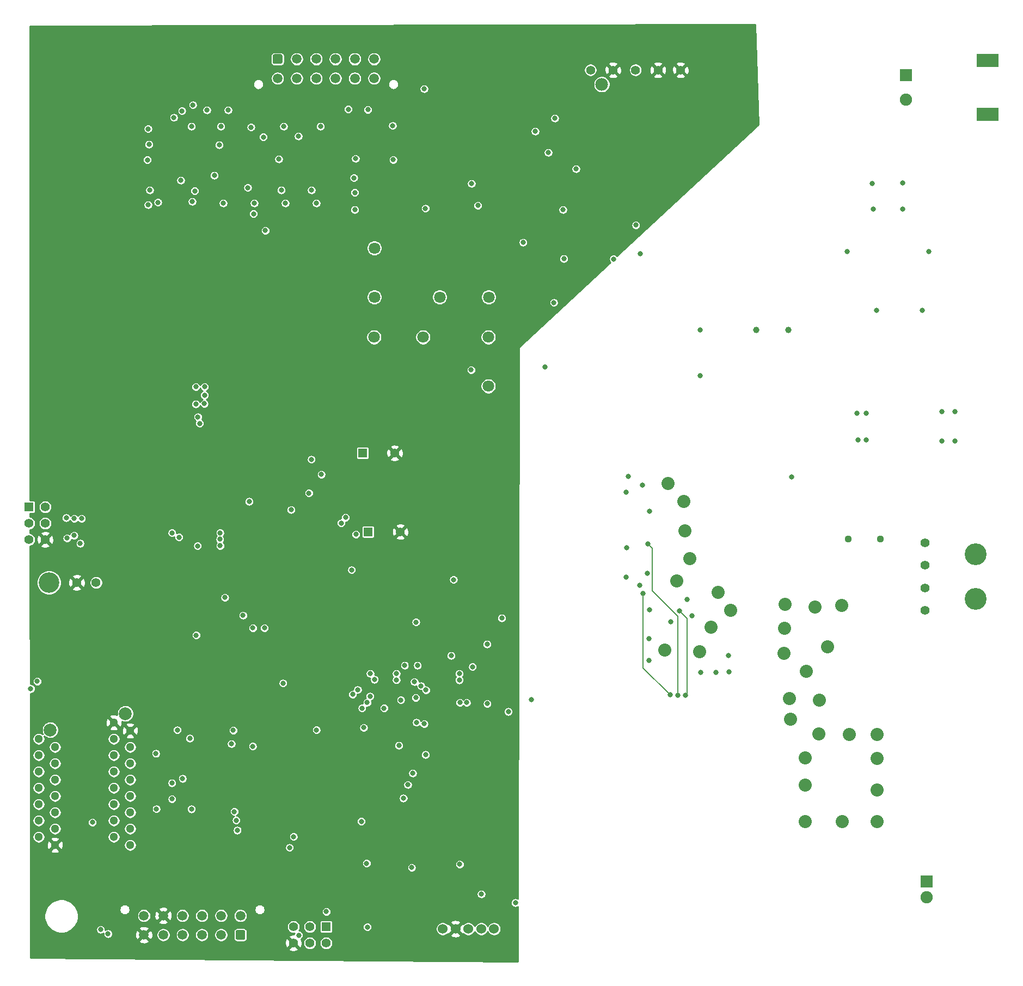
<source format=gbr>
%TF.GenerationSoftware,KiCad,Pcbnew,5.1.10-88a1d61d58~88~ubuntu20.04.1*%
%TF.CreationDate,2022-03-23T18:39:57-04:00*%
%TF.ProjectId,service_section_controller,73657276-6963-4655-9f73-656374696f6e,1.0*%
%TF.SameCoordinates,Original*%
%TF.FileFunction,Copper,L2,Inr*%
%TF.FilePolarity,Positive*%
%FSLAX46Y46*%
G04 Gerber Fmt 4.6, Leading zero omitted, Abs format (unit mm)*
G04 Created by KiCad (PCBNEW 5.1.10-88a1d61d58~88~ubuntu20.04.1) date 2022-03-23 18:39:57*
%MOMM*%
%LPD*%
G01*
G04 APERTURE LIST*
%TA.AperFunction,ComponentPad*%
%ADD10C,3.400000*%
%TD*%
%TA.AperFunction,ComponentPad*%
%ADD11C,1.397000*%
%TD*%
%TA.AperFunction,ComponentPad*%
%ADD12C,1.371600*%
%TD*%
%TA.AperFunction,ComponentPad*%
%ADD13R,1.371600X1.371600*%
%TD*%
%TA.AperFunction,ComponentPad*%
%ADD14C,1.400000*%
%TD*%
%TA.AperFunction,ComponentPad*%
%ADD15R,1.400000X1.400000*%
%TD*%
%TA.AperFunction,ComponentPad*%
%ADD16C,1.500000*%
%TD*%
%TA.AperFunction,ComponentPad*%
%ADD17C,1.000000*%
%TD*%
%TA.AperFunction,ComponentPad*%
%ADD18C,1.800000*%
%TD*%
%TA.AperFunction,WasherPad*%
%ADD19R,3.400000X2.000000*%
%TD*%
%TA.AperFunction,ComponentPad*%
%ADD20R,1.900000X1.900000*%
%TD*%
%TA.AperFunction,ComponentPad*%
%ADD21C,1.900000*%
%TD*%
%TA.AperFunction,ComponentPad*%
%ADD22C,1.524000*%
%TD*%
%TA.AperFunction,ComponentPad*%
%ADD23C,2.000000*%
%TD*%
%TA.AperFunction,ComponentPad*%
%ADD24C,1.300000*%
%TD*%
%TA.AperFunction,ComponentPad*%
%ADD25C,1.981000*%
%TD*%
%TA.AperFunction,ComponentPad*%
%ADD26C,3.200000*%
%TD*%
%TA.AperFunction,ComponentPad*%
%ADD27C,1.420000*%
%TD*%
%TA.AperFunction,ComponentPad*%
%ADD28C,1.117600*%
%TD*%
%TA.AperFunction,ViaPad*%
%ADD29C,0.800000*%
%TD*%
%TA.AperFunction,ViaPad*%
%ADD30C,2.032000*%
%TD*%
%TA.AperFunction,Conductor*%
%ADD31C,0.152400*%
%TD*%
%TA.AperFunction,Conductor*%
%ADD32C,0.254000*%
%TD*%
%TA.AperFunction,Conductor*%
%ADD33C,0.100000*%
%TD*%
G04 APERTURE END LIST*
D10*
%TO.N,*%
%TO.C,J404*%
X278801000Y-138892400D03*
D11*
%TO.N,+TS*%
X270891000Y-144142400D03*
%TO.N,-TS*%
X270891000Y-140642400D03*
D10*
%TO.N,*%
X278801000Y-145892400D03*
D11*
%TO.N,-TS*%
X270891000Y-147642400D03*
%TO.N,+TS*%
X270891000Y-137142400D03*
%TD*%
D12*
%TO.N,+AIR_COIL-*%
%TO.C,C902*%
X189331600Y-135432800D03*
D13*
%TO.N,+AIR_COIL+*%
X184327800Y-135432800D03*
%TD*%
D14*
%TO.N,+AIR_COIL-*%
%TO.C,J1001*%
X172720000Y-199390000D03*
%TO.N,PM_RESET*%
X172720000Y-196850000D03*
%TO.N,PM_MOSI*%
X175260000Y-199390000D03*
%TO.N,PM_SCK*%
X175260000Y-196850000D03*
%TO.N,+5V_BMS*%
X177800000Y-199390000D03*
D15*
%TO.N,PM_MISO*%
X177800000Y-196850000D03*
%TD*%
%TO.N,DETECT_HVD*%
%TO.C,J1101*%
%TA.AperFunction,ComponentPad*%
G36*
G01*
X169493500Y-62412500D02*
X169493500Y-61412500D01*
G75*
G02*
X169743500Y-61162500I250000J0D01*
G01*
X170743500Y-61162500D01*
G75*
G02*
X170993500Y-61412500I0J-250000D01*
G01*
X170993500Y-62412500D01*
G75*
G02*
X170743500Y-62662500I-250000J0D01*
G01*
X169743500Y-62662500D01*
G75*
G02*
X169493500Y-62412500I0J250000D01*
G01*
G37*
%TD.AperFunction*%
D16*
%TO.N,DETECT_IMD_LATCH*%
X173243500Y-61912500D03*
%TO.N,DETECT_HVD_CONN*%
X176243500Y-61912500D03*
%TO.N,DETECT_MPC*%
X179243500Y-61912500D03*
%TO.N,DETECT_BMS*%
X182243500Y-61912500D03*
%TO.N,DETECT_IMD_LATCH*%
X185243500Y-61912500D03*
%TO.N,DETECT_HVD*%
X170243500Y-64912500D03*
%TO.N,+AIR_COIL+*%
X173243500Y-64912500D03*
%TO.N,DETECT_HVD_CONN*%
X176243500Y-64912500D03*
%TO.N,DETECT_MPC*%
X179243500Y-64912500D03*
%TO.N,DETECT_BMS*%
X182243500Y-64912500D03*
%TO.N,+AIR_COIL+*%
X185243500Y-64912500D03*
%TD*%
D17*
%TO.N,+15V*%
%TO.C,L701*%
X244682000Y-104013000D03*
%TO.N,/power_secondary.sch/SW*%
X249682000Y-104013000D03*
%TD*%
D18*
%TO.N,+12V_SHUTDOWN*%
%TO.C,K801*%
X203009500Y-112776000D03*
%TO.N,DETECT_MPC*%
X185229500Y-105156000D03*
%TO.N,DETECT_BMS*%
X192849500Y-105156000D03*
%TO.N,Net-(D801-Pad1)*%
X203009500Y-105156000D03*
%TD*%
D14*
%TO.N,+AIR_COIL-*%
%TO.C,J1002*%
X134112000Y-136652000D03*
%TO.N,SM_RESET*%
X131572000Y-136652000D03*
%TO.N,SM_MOSI*%
X134112000Y-134112000D03*
%TO.N,SM_SCK*%
X131572000Y-134112000D03*
%TO.N,+5V_AIR_CONTROL*%
X134112000Y-131572000D03*
D15*
%TO.N,SM_MISO*%
X131572000Y-131572000D03*
%TD*%
D19*
%TO.N,*%
%TO.C,J802*%
X280708100Y-62115700D03*
X280708100Y-70497700D03*
D20*
%TO.N,IM*%
X268008100Y-64401700D03*
D21*
%TO.N,IP*%
X268008100Y-68211700D03*
%TD*%
D22*
%TO.N,nOCD*%
%TO.C,J801*%
X203910700Y-197180200D03*
%TO.N,VREF*%
X201910700Y-197180200D03*
%TO.N,VOUT*%
X199910700Y-197180200D03*
%TO.N,+AIR_COIL-*%
X197910700Y-197180200D03*
%TO.N,+5V_BMS*%
X195910700Y-197180200D03*
%TD*%
D16*
%TO.N,+AIR_COIL+*%
%TO.C,J*%
X149465000Y-195120000D03*
%TO.N,+AIR_COIL-*%
X152465000Y-195120000D03*
%TO.N,-AIR_COIL-*%
X155465000Y-195120000D03*
%TO.N,+AIR_COIL+*%
X158465000Y-195120000D03*
%TO.N,-AIR_AUX-*%
X161465000Y-195120000D03*
%TO.N,+5V_AIR_CONTROL*%
X164465000Y-195120000D03*
%TO.N,+AIR_COIL-*%
X149465000Y-198120000D03*
%TO.N,+AIR_COIL+*%
X152465000Y-198120000D03*
%TO.N,+AIR_AUX-*%
X155465000Y-198120000D03*
%TO.N,+5V_AIR_CONTROL*%
X158465000Y-198120000D03*
%TO.N,+AIR_COIL+*%
X161465000Y-198120000D03*
%TO.N,PRECHARGE_LSD*%
%TA.AperFunction,ComponentPad*%
G36*
G01*
X165215000Y-197620000D02*
X165215000Y-198620000D01*
G75*
G02*
X164965000Y-198870000I-250000J0D01*
G01*
X163965000Y-198870000D01*
G75*
G02*
X163715000Y-198620000I0J250000D01*
G01*
X163715000Y-197620000D01*
G75*
G02*
X163965000Y-197370000I250000J0D01*
G01*
X164965000Y-197370000D01*
G75*
G02*
X165215000Y-197620000I0J-250000D01*
G01*
G37*
%TD.AperFunction*%
%TD*%
D23*
%TO.N,N/C*%
%TO.C,J401*%
X146580000Y-163700000D03*
D24*
%TO.N,SM_RJ45_LEDO*%
X147320000Y-184150000D03*
%TO.N,SM_RJ45_LEDG*%
X144780000Y-182880000D03*
%TO.N,PM_RESET*%
X147320000Y-181610000D03*
%TO.N,PM_SCK*%
X144780000Y-180340000D03*
%TO.N,PM_MOSI*%
X147320000Y-179070000D03*
%TO.N,PM_MISO*%
X144780000Y-177800000D03*
%TO.N,+5V_AIR_CONTROL*%
X147320000Y-176530000D03*
%TO.N,PM_RJ45_LEDO*%
X144780000Y-175260000D03*
%TO.N,PM_RJ45_LEDG*%
X147320000Y-173990000D03*
%TO.N,SM_SCK*%
X147320000Y-171450000D03*
%TO.N,SM_MISO*%
X147320000Y-168910000D03*
%TO.N,+AIR_COIL-*%
X147320000Y-166370000D03*
%TO.N,SM_RESET*%
X144780000Y-172720000D03*
%TO.N,+AIR_COIL-*%
X144780000Y-165100000D03*
%TO.N,+5V_BMS*%
X144780000Y-167640000D03*
%TO.N,SM_MOSI*%
X144780000Y-170180000D03*
%TD*%
D11*
%TO.N,+AIR_COIL-*%
%TO.C,J301*%
X232905000Y-63627000D03*
X229405000Y-63627000D03*
%TO.N,+12V_IMD*%
X225905000Y-63627000D03*
D25*
%TO.N,*%
X220655000Y-65857000D03*
D11*
%TO.N,IMD_Output*%
X218905000Y-63627000D03*
%TO.N,+AIR_COIL-*%
X222405000Y-63627000D03*
%TD*%
D12*
%TO.N,+AIR_COIL-*%
%TO.C,C901*%
X188468000Y-123190000D03*
D13*
%TO.N,+AIR_COIL+*%
X183464200Y-123190000D03*
%TD*%
D20*
%TO.N,-TS*%
%TO.C,J601*%
X271221200Y-189788800D03*
D21*
%TO.N,AIL+*%
X271221200Y-192288800D03*
%TD*%
D18*
%TO.N,Net-(D301-Pad1)*%
%TO.C,K301*%
X185293000Y-98933000D03*
%TO.N,DETECT_BMS*%
X195453000Y-98933000D03*
%TO.N,DETECT_IMD_LATCH*%
X203073000Y-98933000D03*
%TO.N,+12V_SHUTDOWN*%
X185293000Y-91313000D03*
%TD*%
D24*
%TO.N,TSAL_GREEN-*%
%TO.C,J402*%
X133096000Y-172720000D03*
%TO.N,FAN_PWM*%
X133096000Y-170180000D03*
%TO.N,BSPD_CURRENT_SENSE*%
X133096000Y-167640000D03*
%TO.N,TSAL_RED-*%
X133096000Y-175260000D03*
%TO.N,CHARGE_ENABLE2*%
X135636000Y-168910000D03*
%TO.N,CHARGE_ENABLE1*%
X135636000Y-171450000D03*
%TO.N,TSAL_GREEN-*%
X135636000Y-173990000D03*
%TO.N,+12V_TSAL*%
X135636000Y-176530000D03*
X133096000Y-177800000D03*
X135636000Y-179070000D03*
%TO.N,CANL*%
X133096000Y-180340000D03*
%TO.N,CANH*%
X135636000Y-181610000D03*
%TO.N,+BATT*%
X133096000Y-182880000D03*
%TO.N,+AIR_COIL-*%
X135636000Y-184150000D03*
D23*
%TO.N,N/C*%
X134896000Y-166240000D03*
%TD*%
D26*
%TO.N,*%
%TO.C,J405*%
X134696200Y-143332200D03*
D27*
%TO.N,+AIR_COIL-*%
X139016200Y-143332200D03*
%TO.N,+AIR_COIL+*%
X142016200Y-143332200D03*
%TD*%
D28*
%TO.N,TS+_FUSED*%
%TO.C,F701*%
X258978400Y-136550400D03*
%TO.N,+TS*%
X263978400Y-136550400D03*
%TD*%
D29*
%TO.N,BSPD_CURRENT_SENSE*%
X190500000Y-174764610D03*
X191262000Y-172974000D03*
X193256304Y-170090696D03*
X197231000Y-154686000D03*
X141440000Y-180610000D03*
X183260000Y-180470000D03*
%TO.N,+AIR_COIL-*%
X243078000Y-73152000D03*
X211582000Y-70612000D03*
X167132000Y-77470000D03*
X172720000Y-77470000D03*
X178308000Y-77470000D03*
X152146000Y-77216000D03*
X157480000Y-77470000D03*
X162560000Y-77470000D03*
X141224000Y-65913000D03*
X198755000Y-77724000D03*
X200914000Y-72390000D03*
X194310000Y-78994000D03*
X205867000Y-105283000D03*
X208534000Y-69342000D03*
X211582000Y-78994000D03*
X218948000Y-72136000D03*
X219329000Y-94488000D03*
X217170000Y-84074000D03*
X211328000Y-81026000D03*
X220218000Y-81026000D03*
X194564000Y-74676000D03*
X216662000Y-77216000D03*
X150063200Y-88747600D03*
X146761200Y-88747600D03*
X143713200Y-88747600D03*
X139649200Y-90779600D03*
X139649200Y-93319600D03*
X139649200Y-96113600D03*
X155143200Y-104495600D03*
X209931000Y-94488000D03*
X132537200Y-110591600D03*
X132537200Y-112877600D03*
X132537200Y-114909600D03*
X132537200Y-116941600D03*
X133045200Y-118973600D03*
X135331200Y-118973600D03*
X137363200Y-118973600D03*
X189814200Y-181813200D03*
X198577200Y-182194200D03*
X184048400Y-182168800D03*
X189077600Y-196951600D03*
X194513200Y-181813200D03*
X189636400Y-192887600D03*
X165354000Y-178562000D03*
X173736000Y-167386000D03*
X166751000Y-164338000D03*
X178181000Y-151765000D03*
X189738000Y-149352000D03*
X187071000Y-147066000D03*
X192278000Y-145923000D03*
X197485000Y-147955000D03*
X191008000Y-156210000D03*
X199390000Y-143891000D03*
X205105000Y-144145000D03*
X196469000Y-167259000D03*
X193421000Y-166878000D03*
X199205775Y-156774764D03*
X196549654Y-191469654D03*
X151675000Y-130925000D03*
X165750000Y-128700000D03*
X170300000Y-129375000D03*
X170425000Y-119725000D03*
X165150000Y-145600000D03*
X176100000Y-162250000D03*
X176175000Y-156725000D03*
X148110000Y-140570000D03*
X213720000Y-88120000D03*
X200761600Y-178663600D03*
X206363800Y-159918400D03*
X161696400Y-171018200D03*
%TO.N,Net-(C301-Pad1)*%
X213360000Y-71120000D03*
X216662000Y-78994000D03*
%TO.N,/power_secondary.sch/SW*%
X263398000Y-100965000D03*
%TO.N,/power_secondary.sch/FB*%
X250190000Y-126873000D03*
%TO.N,+AIR_COIL+*%
X188130000Y-72280000D03*
X193240000Y-85150000D03*
X157590000Y-151520000D03*
X182422800Y-135839200D03*
%TO.N,Net-(C1008-Pad1)*%
X162050000Y-145650000D03*
%TO.N,Net-(D501-Pad2)*%
X156845000Y-72390000D03*
X154101801Y-71018399D03*
%TO.N,Net-(D502-Pad2)*%
X161417000Y-72390000D03*
X155371800Y-69977000D03*
%TO.N,Net-(D504-Pad2)*%
X176911000Y-72390000D03*
X162560000Y-69850000D03*
%TO.N,Net-(D505-Pad2)*%
X171196000Y-72390000D03*
X159258000Y-69850000D03*
%TO.N,Net-(D506-Pad2)*%
X166116000Y-72517000D03*
X157073600Y-69062600D03*
%TO.N,Net-(D601-Pad2)*%
X232511600Y-160883600D03*
X227838000Y-137363200D03*
%TO.N,PM_RESET*%
X191516000Y-158756204D03*
X184658000Y-157480000D03*
%TO.N,CHARGE_ENABLE2*%
X192540000Y-159410000D03*
%TO.N,CHARGE_ENABLE1*%
X193313480Y-160043824D03*
X172110000Y-184550000D03*
X172730000Y-182850000D03*
X183640000Y-165890000D03*
X186810000Y-162850001D03*
X189411854Y-161581854D03*
X191730000Y-161220000D03*
%TO.N,BMS_RELAY_DRIVE*%
X198595520Y-161998999D03*
X200558009Y-156435152D03*
X200350000Y-110250000D03*
X211861400Y-109804200D03*
%TO.N,/micros/PM_DBG_2*%
X183375000Y-162850000D03*
X181925000Y-160725000D03*
%TO.N,/micros/PM_DBG_1*%
X184173033Y-161969259D03*
X182702854Y-160002854D03*
%TO.N,MOSI_ISO*%
X192008003Y-156210000D03*
X198501000Y-157484197D03*
%TO.N,MISO_ISO*%
X198501000Y-158484200D03*
X190007997Y-156210000D03*
%TO.N,PM_MOSI*%
X188722000Y-157480000D03*
X185322004Y-158398004D03*
X143870000Y-197950000D03*
X173530000Y-198160000D03*
%TO.N,PM_MISO*%
X188722000Y-158480003D03*
X184616296Y-161016296D03*
X142736854Y-197283146D03*
X177840000Y-194500000D03*
%TO.N,SM_MISO*%
X161271441Y-136599594D03*
X154910044Y-136276200D03*
%TO.N,SM_RESET*%
X161323258Y-137598252D03*
X157800000Y-137628601D03*
X131850000Y-159840000D03*
X132877757Y-158692243D03*
%TO.N,SM_MOSI*%
X161300000Y-135600000D03*
X153825000Y-135600000D03*
X137500000Y-136430000D03*
X137370000Y-133260000D03*
%TO.N,FAN_PWM*%
X181760000Y-141370000D03*
%TO.N,TSAL_GREEN-*%
X222490000Y-93010000D03*
%TO.N,TSAL_RED-*%
X208430000Y-90430000D03*
%TO.N,CANL*%
X157850000Y-117580000D03*
X180806200Y-133207980D03*
X175500000Y-124180000D03*
%TO.N,CANH*%
X158126201Y-118580000D03*
X180130000Y-134090000D03*
X177050000Y-126510000D03*
%TO.N,-AIR_COIL-*%
X155460000Y-173810000D03*
X171100000Y-158980000D03*
%TO.N,-AIR_AUX-*%
X166380000Y-168790000D03*
X163510809Y-178936315D03*
%TO.N,+AIR_AUX-*%
X156860000Y-178550000D03*
X163068000Y-168402000D03*
%TO.N,PRECHARGE_LSD*%
X163360000Y-166320000D03*
X163810000Y-180300000D03*
%TO.N,DETECT_IMD_LATCH*%
X149987000Y-77597000D03*
X173482000Y-73914000D03*
X184277000Y-69786500D03*
X181229000Y-69723000D03*
%TO.N,DETECT_BMS*%
X150114000Y-72771000D03*
X168021000Y-74041000D03*
X170434000Y-77470000D03*
X188225000Y-77575000D03*
%TO.N,DETECT_MPC*%
X150368000Y-82296000D03*
X160401000Y-80010000D03*
X168338500Y-88582500D03*
X165608000Y-81915000D03*
%TO.N,SS_HVD_CONN*%
X150114000Y-84582000D03*
X157353000Y-82423000D03*
%TO.N,DETECT_HVD_CONN*%
X150241000Y-75184000D03*
X161163000Y-75269790D03*
%TO.N,SS_HVD*%
X155194000Y-80772000D03*
X182372000Y-77393809D03*
%TO.N,SS_MPC*%
X182245000Y-85344000D03*
X166497000Y-85979000D03*
%TO.N,SS_BMS*%
X182245000Y-82677000D03*
X170815000Y-82296000D03*
%TO.N,SS_IMD_LATCH*%
X182118000Y-80391000D03*
X175514000Y-82296000D03*
%TO.N,Net-(R602-Pad1)*%
X232714800Y-147777200D03*
X233680000Y-160832800D03*
D30*
%TO.N,Net-(R604-Pad1)*%
X237693200Y-150317200D03*
X234315000Y-139573000D03*
X233553000Y-135255000D03*
X233426000Y-130759200D03*
X230962200Y-127914400D03*
X238760000Y-144830800D03*
X240741200Y-147624800D03*
X232359200Y-143103600D03*
X230428800Y-153873200D03*
X235839000Y-154051000D03*
D29*
X228066600Y-132232400D03*
X224790000Y-126796800D03*
X224561400Y-137896600D03*
X224485200Y-142468600D03*
X227990400Y-155448000D03*
X227990400Y-152019000D03*
X228066600Y-147548600D03*
X226568000Y-143738600D03*
X227761800Y-141884400D03*
X238404400Y-157276800D03*
X236067600Y-157276800D03*
X233934000Y-145999200D03*
X234657900Y-148463000D03*
X231432100Y-149415500D03*
X240436400Y-157226000D03*
X240385600Y-154686000D03*
%TO.N,Net-(R605-Pad1)*%
X231292400Y-160782000D03*
X227114189Y-145046611D03*
%TO.N,AIL+*%
X224432346Y-129262654D03*
X227025200Y-128168400D03*
%TO.N,Net-(R809-Pad1)*%
X226640000Y-92230000D03*
X206130000Y-163400000D03*
%TO.N,Net-(R810-Pad2)*%
X225963800Y-87740000D03*
X202850000Y-162160000D03*
%TO.N,Net-(R1012-Pad2)*%
X138600000Y-136000000D03*
X138620000Y-133370000D03*
%TO.N,Net-(R1013-Pad2)*%
X139540000Y-137240000D03*
X139770000Y-133370000D03*
%TO.N,Net-(R1004-Pad2)*%
X151310000Y-169910000D03*
X191840000Y-165080000D03*
X153820809Y-176987200D03*
X153820809Y-174498000D03*
%TO.N,Net-(R1005-Pad2)*%
X151390000Y-178540000D03*
X193040965Y-165300965D03*
%TO.N,+15V*%
X258826000Y-91821000D03*
X262890000Y-85217000D03*
X235966000Y-104013000D03*
X262686800Y-81280000D03*
D30*
X252272800Y-170586400D03*
X263499600Y-166928800D03*
X259130800Y-166979600D03*
X254457200Y-166878000D03*
X254508000Y-161594800D03*
X249834400Y-161340800D03*
X249986800Y-164592000D03*
X252323600Y-174853600D03*
X252323600Y-180543200D03*
X258064000Y-180543200D03*
X263499600Y-180492400D03*
X263499600Y-175564800D03*
X263499600Y-170688000D03*
X252476000Y-157175200D03*
X255778000Y-153365200D03*
X249021600Y-154330400D03*
X249174000Y-146710400D03*
X253796800Y-147116800D03*
X249123200Y-150469600D03*
X257962400Y-146862800D03*
D29*
%TO.N,Net-(C705-Pad1)*%
X235966000Y-111125000D03*
%TO.N,+12V_IMD*%
X200406000Y-81280000D03*
X210312000Y-73152000D03*
X212344000Y-76454000D03*
X214630000Y-85344000D03*
X193040000Y-66548000D03*
X201391414Y-84683586D03*
%TO.N,+12V_TSAL*%
X214757000Y-92964000D03*
X213207600Y-99796600D03*
%TO.N,+5V_BMS*%
X198577200Y-187147200D03*
X189814200Y-176860200D03*
X184099200Y-186994800D03*
X184200800Y-196900800D03*
X201930000Y-191770000D03*
X191109600Y-187655200D03*
X205105000Y-148844000D03*
X197612000Y-142875000D03*
X191770000Y-149479000D03*
X209677000Y-161544000D03*
X189103000Y-168656000D03*
X199644000Y-161998999D03*
X202819000Y-152908000D03*
X207230000Y-193120000D03*
%TO.N,+5V_AIR_CONTROL*%
X166624000Y-84328000D03*
X171450000Y-84328000D03*
X176276000Y-84328000D03*
X161798000Y-84328000D03*
X156972000Y-84074000D03*
X151638000Y-84201000D03*
X175125000Y-129425000D03*
X172350000Y-132000000D03*
X165825000Y-130725000D03*
X164875000Y-148425000D03*
X163990000Y-181850000D03*
X176290000Y-166250000D03*
X168210000Y-150390000D03*
X166410000Y-150390000D03*
X156606240Y-167553640D03*
X154645360Y-166263320D03*
X158902400Y-112877600D03*
X158877000Y-114198400D03*
X158851600Y-115519200D03*
X157530800Y-112877600D03*
X157530800Y-115570000D03*
%TO.N,-TS*%
X267462000Y-81153000D03*
X273558000Y-121285000D03*
X275590000Y-121285000D03*
X275590000Y-116713000D03*
X273558000Y-116713000D03*
X267462000Y-85217000D03*
X271526000Y-91821000D03*
X270510000Y-100965000D03*
%TO.N,TS+_FUSED*%
X260350000Y-116967000D03*
X261747000Y-116967000D03*
X260477000Y-121158000D03*
X261747000Y-121158000D03*
%TD*%
D31*
%TO.N,Net-(D601-Pad2)*%
X228237999Y-137763199D02*
X227838000Y-137363200D01*
X228514201Y-144577379D02*
X228514201Y-138039401D01*
X228514201Y-138039401D02*
X228237999Y-137763199D01*
X232511600Y-148574778D02*
X228514201Y-144577379D01*
X232511600Y-160883600D02*
X232511600Y-148574778D01*
%TO.N,Net-(R602-Pad1)*%
X233899001Y-148961401D02*
X233899001Y-160613799D01*
X232714800Y-147777200D02*
X233899001Y-148961401D01*
%TO.N,Net-(R605-Pad1)*%
X227114189Y-156603789D02*
X227114189Y-145046611D01*
X231292400Y-160782000D02*
X227114189Y-156603789D01*
%TD*%
D32*
%TO.N,+AIR_COIL-*%
X245031826Y-72133234D02*
X223046535Y-92538401D01*
X222953436Y-92445302D01*
X222834364Y-92365741D01*
X222702058Y-92310938D01*
X222561603Y-92283000D01*
X222418397Y-92283000D01*
X222277942Y-92310938D01*
X222145636Y-92365741D01*
X222026564Y-92445302D01*
X221925302Y-92546564D01*
X221845741Y-92665636D01*
X221790938Y-92797942D01*
X221763000Y-92938397D01*
X221763000Y-93081603D01*
X221790938Y-93222058D01*
X221845741Y-93354364D01*
X221925302Y-93473436D01*
X221980077Y-93528211D01*
X207836772Y-106655009D01*
X207820272Y-106673652D01*
X207807726Y-106695156D01*
X207799617Y-106718695D01*
X207796167Y-106747828D01*
X207616240Y-192503721D01*
X207574364Y-192475741D01*
X207442058Y-192420938D01*
X207301603Y-192393000D01*
X207158397Y-192393000D01*
X207017942Y-192420938D01*
X206885636Y-192475741D01*
X206766564Y-192555302D01*
X206665302Y-192656564D01*
X206585741Y-192775636D01*
X206530938Y-192907942D01*
X206503000Y-193048397D01*
X206503000Y-193191603D01*
X206530938Y-193332058D01*
X206585741Y-193464364D01*
X206665302Y-193583436D01*
X206766564Y-193684698D01*
X206885636Y-193764259D01*
X207017942Y-193819062D01*
X207158397Y-193847000D01*
X207301603Y-193847000D01*
X207442058Y-193819062D01*
X207574364Y-193764259D01*
X207613650Y-193738009D01*
X207595701Y-202292673D01*
X131825890Y-201677027D01*
X131824696Y-200311269D01*
X171978336Y-200311269D01*
X172037797Y-200545037D01*
X172276242Y-200655934D01*
X172531740Y-200718183D01*
X172794473Y-200729390D01*
X173054344Y-200689125D01*
X173301366Y-200598935D01*
X173402203Y-200545037D01*
X173461664Y-200311269D01*
X172720000Y-199569605D01*
X171978336Y-200311269D01*
X131824696Y-200311269D01*
X131823616Y-199076993D01*
X148687612Y-199076993D01*
X148753137Y-199315860D01*
X149000116Y-199431760D01*
X149264960Y-199497250D01*
X149537492Y-199509812D01*
X149807238Y-199468965D01*
X149819673Y-199464473D01*
X171380610Y-199464473D01*
X171420875Y-199724344D01*
X171511065Y-199971366D01*
X171564963Y-200072203D01*
X171798731Y-200131664D01*
X172540395Y-199390000D01*
X171798731Y-198648336D01*
X171564963Y-198707797D01*
X171454066Y-198946242D01*
X171391817Y-199201740D01*
X171380610Y-199464473D01*
X149819673Y-199464473D01*
X150063832Y-199376277D01*
X150176863Y-199315860D01*
X150242388Y-199076993D01*
X149465000Y-198299605D01*
X148687612Y-199076993D01*
X131823616Y-199076993D01*
X131819996Y-194939313D01*
X133982358Y-194939313D01*
X133982358Y-195458687D01*
X134083682Y-195968080D01*
X134282438Y-196447919D01*
X134570986Y-196879762D01*
X134938238Y-197247014D01*
X135370081Y-197535562D01*
X135849920Y-197734318D01*
X136359313Y-197835642D01*
X136878687Y-197835642D01*
X137388080Y-197734318D01*
X137867919Y-197535562D01*
X138299762Y-197247014D01*
X138335233Y-197211543D01*
X142009854Y-197211543D01*
X142009854Y-197354749D01*
X142037792Y-197495204D01*
X142092595Y-197627510D01*
X142172156Y-197746582D01*
X142273418Y-197847844D01*
X142392490Y-197927405D01*
X142524796Y-197982208D01*
X142665251Y-198010146D01*
X142808457Y-198010146D01*
X142948912Y-197982208D01*
X143081218Y-197927405D01*
X143143000Y-197886124D01*
X143143000Y-198021603D01*
X143170938Y-198162058D01*
X143225741Y-198294364D01*
X143305302Y-198413436D01*
X143406564Y-198514698D01*
X143525636Y-198594259D01*
X143657942Y-198649062D01*
X143798397Y-198677000D01*
X143941603Y-198677000D01*
X144082058Y-198649062D01*
X144214364Y-198594259D01*
X144333436Y-198514698D01*
X144434698Y-198413436D01*
X144514259Y-198294364D01*
X144556455Y-198192492D01*
X148075188Y-198192492D01*
X148116035Y-198462238D01*
X148208723Y-198718832D01*
X148269140Y-198831863D01*
X148508007Y-198897388D01*
X149285395Y-198120000D01*
X149644605Y-198120000D01*
X150421993Y-198897388D01*
X150660860Y-198831863D01*
X150776760Y-198584884D01*
X150842250Y-198320040D01*
X150854812Y-198047508D01*
X150849727Y-198013925D01*
X151388000Y-198013925D01*
X151388000Y-198226075D01*
X151429389Y-198434149D01*
X151510575Y-198630151D01*
X151628440Y-198806547D01*
X151778453Y-198956560D01*
X151954849Y-199074425D01*
X152150851Y-199155611D01*
X152358925Y-199197000D01*
X152571075Y-199197000D01*
X152779149Y-199155611D01*
X152975151Y-199074425D01*
X153151547Y-198956560D01*
X153301560Y-198806547D01*
X153419425Y-198630151D01*
X153500611Y-198434149D01*
X153542000Y-198226075D01*
X153542000Y-198013925D01*
X154388000Y-198013925D01*
X154388000Y-198226075D01*
X154429389Y-198434149D01*
X154510575Y-198630151D01*
X154628440Y-198806547D01*
X154778453Y-198956560D01*
X154954849Y-199074425D01*
X155150851Y-199155611D01*
X155358925Y-199197000D01*
X155571075Y-199197000D01*
X155779149Y-199155611D01*
X155975151Y-199074425D01*
X156151547Y-198956560D01*
X156301560Y-198806547D01*
X156419425Y-198630151D01*
X156500611Y-198434149D01*
X156542000Y-198226075D01*
X156542000Y-198013925D01*
X157388000Y-198013925D01*
X157388000Y-198226075D01*
X157429389Y-198434149D01*
X157510575Y-198630151D01*
X157628440Y-198806547D01*
X157778453Y-198956560D01*
X157954849Y-199074425D01*
X158150851Y-199155611D01*
X158358925Y-199197000D01*
X158571075Y-199197000D01*
X158779149Y-199155611D01*
X158975151Y-199074425D01*
X159151547Y-198956560D01*
X159301560Y-198806547D01*
X159419425Y-198630151D01*
X159500611Y-198434149D01*
X159542000Y-198226075D01*
X159542000Y-198013925D01*
X160388000Y-198013925D01*
X160388000Y-198226075D01*
X160429389Y-198434149D01*
X160510575Y-198630151D01*
X160628440Y-198806547D01*
X160778453Y-198956560D01*
X160954849Y-199074425D01*
X161150851Y-199155611D01*
X161358925Y-199197000D01*
X161571075Y-199197000D01*
X161779149Y-199155611D01*
X161975151Y-199074425D01*
X162151547Y-198956560D01*
X162301560Y-198806547D01*
X162419425Y-198630151D01*
X162500611Y-198434149D01*
X162542000Y-198226075D01*
X162542000Y-198013925D01*
X162500611Y-197805851D01*
X162423630Y-197620000D01*
X163386418Y-197620000D01*
X163386418Y-198620000D01*
X163397535Y-198732876D01*
X163430460Y-198841414D01*
X163483927Y-198941443D01*
X163555881Y-199029119D01*
X163643557Y-199101073D01*
X163743586Y-199154540D01*
X163852124Y-199187465D01*
X163965000Y-199198582D01*
X164965000Y-199198582D01*
X165077876Y-199187465D01*
X165186414Y-199154540D01*
X165286443Y-199101073D01*
X165374119Y-199029119D01*
X165446073Y-198941443D01*
X165499540Y-198841414D01*
X165532465Y-198732876D01*
X165543582Y-198620000D01*
X165543582Y-197620000D01*
X165532465Y-197507124D01*
X165499540Y-197398586D01*
X165446073Y-197298557D01*
X165374119Y-197210881D01*
X165286443Y-197138927D01*
X165186414Y-197085460D01*
X165077876Y-197052535D01*
X164965000Y-197041418D01*
X163965000Y-197041418D01*
X163852124Y-197052535D01*
X163743586Y-197085460D01*
X163643557Y-197138927D01*
X163555881Y-197210881D01*
X163483927Y-197298557D01*
X163430460Y-197398586D01*
X163397535Y-197507124D01*
X163386418Y-197620000D01*
X162423630Y-197620000D01*
X162419425Y-197609849D01*
X162301560Y-197433453D01*
X162151547Y-197283440D01*
X161975151Y-197165575D01*
X161779149Y-197084389D01*
X161571075Y-197043000D01*
X161358925Y-197043000D01*
X161150851Y-197084389D01*
X160954849Y-197165575D01*
X160778453Y-197283440D01*
X160628440Y-197433453D01*
X160510575Y-197609849D01*
X160429389Y-197805851D01*
X160388000Y-198013925D01*
X159542000Y-198013925D01*
X159500611Y-197805851D01*
X159419425Y-197609849D01*
X159301560Y-197433453D01*
X159151547Y-197283440D01*
X158975151Y-197165575D01*
X158779149Y-197084389D01*
X158571075Y-197043000D01*
X158358925Y-197043000D01*
X158150851Y-197084389D01*
X157954849Y-197165575D01*
X157778453Y-197283440D01*
X157628440Y-197433453D01*
X157510575Y-197609849D01*
X157429389Y-197805851D01*
X157388000Y-198013925D01*
X156542000Y-198013925D01*
X156500611Y-197805851D01*
X156419425Y-197609849D01*
X156301560Y-197433453D01*
X156151547Y-197283440D01*
X155975151Y-197165575D01*
X155779149Y-197084389D01*
X155571075Y-197043000D01*
X155358925Y-197043000D01*
X155150851Y-197084389D01*
X154954849Y-197165575D01*
X154778453Y-197283440D01*
X154628440Y-197433453D01*
X154510575Y-197609849D01*
X154429389Y-197805851D01*
X154388000Y-198013925D01*
X153542000Y-198013925D01*
X153500611Y-197805851D01*
X153419425Y-197609849D01*
X153301560Y-197433453D01*
X153151547Y-197283440D01*
X152975151Y-197165575D01*
X152779149Y-197084389D01*
X152571075Y-197043000D01*
X152358925Y-197043000D01*
X152150851Y-197084389D01*
X151954849Y-197165575D01*
X151778453Y-197283440D01*
X151628440Y-197433453D01*
X151510575Y-197609849D01*
X151429389Y-197805851D01*
X151388000Y-198013925D01*
X150849727Y-198013925D01*
X150813965Y-197777762D01*
X150721277Y-197521168D01*
X150660860Y-197408137D01*
X150421993Y-197342612D01*
X149644605Y-198120000D01*
X149285395Y-198120000D01*
X148508007Y-197342612D01*
X148269140Y-197408137D01*
X148153240Y-197655116D01*
X148087750Y-197919960D01*
X148075188Y-198192492D01*
X144556455Y-198192492D01*
X144569062Y-198162058D01*
X144597000Y-198021603D01*
X144597000Y-197878397D01*
X144569062Y-197737942D01*
X144514259Y-197605636D01*
X144434698Y-197486564D01*
X144333436Y-197385302D01*
X144214364Y-197305741D01*
X144082058Y-197250938D01*
X143941603Y-197223000D01*
X143798397Y-197223000D01*
X143657942Y-197250938D01*
X143525636Y-197305741D01*
X143463854Y-197347022D01*
X143463854Y-197211543D01*
X143454200Y-197163007D01*
X148687612Y-197163007D01*
X149465000Y-197940395D01*
X150242388Y-197163007D01*
X150176863Y-196924140D01*
X149929884Y-196808240D01*
X149689705Y-196748849D01*
X171693000Y-196748849D01*
X171693000Y-196951151D01*
X171732467Y-197149565D01*
X171809885Y-197336467D01*
X171922277Y-197504674D01*
X172065326Y-197647723D01*
X172233533Y-197760115D01*
X172420435Y-197837533D01*
X172618849Y-197877000D01*
X172821151Y-197877000D01*
X172863840Y-197868509D01*
X172830938Y-197947942D01*
X172809128Y-198057588D01*
X172645527Y-198050610D01*
X172385656Y-198090875D01*
X172138634Y-198181065D01*
X172037797Y-198234963D01*
X171978336Y-198468731D01*
X172720000Y-199210395D01*
X172734143Y-199196253D01*
X172913748Y-199375858D01*
X172899605Y-199390000D01*
X173641269Y-200131664D01*
X173875037Y-200072203D01*
X173985934Y-199833758D01*
X174048183Y-199578260D01*
X174059390Y-199315527D01*
X174055257Y-199288849D01*
X174233000Y-199288849D01*
X174233000Y-199491151D01*
X174272467Y-199689565D01*
X174349885Y-199876467D01*
X174462277Y-200044674D01*
X174605326Y-200187723D01*
X174773533Y-200300115D01*
X174960435Y-200377533D01*
X175158849Y-200417000D01*
X175361151Y-200417000D01*
X175559565Y-200377533D01*
X175746467Y-200300115D01*
X175914674Y-200187723D01*
X176057723Y-200044674D01*
X176170115Y-199876467D01*
X176247533Y-199689565D01*
X176287000Y-199491151D01*
X176287000Y-199288849D01*
X176773000Y-199288849D01*
X176773000Y-199491151D01*
X176812467Y-199689565D01*
X176889885Y-199876467D01*
X177002277Y-200044674D01*
X177145326Y-200187723D01*
X177313533Y-200300115D01*
X177500435Y-200377533D01*
X177698849Y-200417000D01*
X177901151Y-200417000D01*
X178099565Y-200377533D01*
X178286467Y-200300115D01*
X178454674Y-200187723D01*
X178597723Y-200044674D01*
X178710115Y-199876467D01*
X178787533Y-199689565D01*
X178827000Y-199491151D01*
X178827000Y-199288849D01*
X178787533Y-199090435D01*
X178710115Y-198903533D01*
X178597723Y-198735326D01*
X178454674Y-198592277D01*
X178286467Y-198479885D01*
X178099565Y-198402467D01*
X177901151Y-198363000D01*
X177698849Y-198363000D01*
X177500435Y-198402467D01*
X177313533Y-198479885D01*
X177145326Y-198592277D01*
X177002277Y-198735326D01*
X176889885Y-198903533D01*
X176812467Y-199090435D01*
X176773000Y-199288849D01*
X176287000Y-199288849D01*
X176247533Y-199090435D01*
X176170115Y-198903533D01*
X176057723Y-198735326D01*
X175914674Y-198592277D01*
X175746467Y-198479885D01*
X175559565Y-198402467D01*
X175361151Y-198363000D01*
X175158849Y-198363000D01*
X174960435Y-198402467D01*
X174773533Y-198479885D01*
X174605326Y-198592277D01*
X174462277Y-198735326D01*
X174349885Y-198903533D01*
X174272467Y-199090435D01*
X174233000Y-199288849D01*
X174055257Y-199288849D01*
X174019125Y-199055656D01*
X173928935Y-198808634D01*
X173912851Y-198778543D01*
X173993436Y-198724698D01*
X174094698Y-198623436D01*
X174174259Y-198504364D01*
X174229062Y-198372058D01*
X174257000Y-198231603D01*
X174257000Y-198088397D01*
X174229062Y-197947942D01*
X174174259Y-197815636D01*
X174094698Y-197696564D01*
X173993436Y-197595302D01*
X173874364Y-197515741D01*
X173742058Y-197460938D01*
X173601603Y-197433000D01*
X173565614Y-197433000D01*
X173630115Y-197336467D01*
X173707533Y-197149565D01*
X173747000Y-196951151D01*
X173747000Y-196748849D01*
X174233000Y-196748849D01*
X174233000Y-196951151D01*
X174272467Y-197149565D01*
X174349885Y-197336467D01*
X174462277Y-197504674D01*
X174605326Y-197647723D01*
X174773533Y-197760115D01*
X174960435Y-197837533D01*
X175158849Y-197877000D01*
X175361151Y-197877000D01*
X175559565Y-197837533D01*
X175746467Y-197760115D01*
X175914674Y-197647723D01*
X176057723Y-197504674D01*
X176170115Y-197336467D01*
X176247533Y-197149565D01*
X176287000Y-196951151D01*
X176287000Y-196748849D01*
X176247533Y-196550435D01*
X176170115Y-196363533D01*
X176057723Y-196195326D01*
X176012397Y-196150000D01*
X176771418Y-196150000D01*
X176771418Y-197550000D01*
X176777732Y-197614103D01*
X176796430Y-197675743D01*
X176826794Y-197732550D01*
X176867657Y-197782343D01*
X176917450Y-197823206D01*
X176974257Y-197853570D01*
X177035897Y-197872268D01*
X177100000Y-197878582D01*
X178500000Y-197878582D01*
X178564103Y-197872268D01*
X178625743Y-197853570D01*
X178682550Y-197823206D01*
X178732343Y-197782343D01*
X178773206Y-197732550D01*
X178803570Y-197675743D01*
X178822268Y-197614103D01*
X178828582Y-197550000D01*
X178828582Y-196829197D01*
X183473800Y-196829197D01*
X183473800Y-196972403D01*
X183501738Y-197112858D01*
X183556541Y-197245164D01*
X183636102Y-197364236D01*
X183737364Y-197465498D01*
X183856436Y-197545059D01*
X183988742Y-197599862D01*
X184129197Y-197627800D01*
X184272403Y-197627800D01*
X184412858Y-197599862D01*
X184545164Y-197545059D01*
X184664236Y-197465498D01*
X184765498Y-197364236D01*
X184845059Y-197245164D01*
X184899862Y-197112858D01*
X184907801Y-197072943D01*
X194821700Y-197072943D01*
X194821700Y-197287457D01*
X194863550Y-197497850D01*
X194945641Y-197696035D01*
X195064819Y-197874397D01*
X195216503Y-198026081D01*
X195394865Y-198145259D01*
X195593050Y-198227350D01*
X195803443Y-198269200D01*
X196017957Y-198269200D01*
X196228350Y-198227350D01*
X196425313Y-198145765D01*
X197124740Y-198145765D01*
X197191720Y-198385856D01*
X197440748Y-198502956D01*
X197707835Y-198569223D01*
X197982717Y-198582110D01*
X198254833Y-198541122D01*
X198513723Y-198447836D01*
X198629680Y-198385856D01*
X198696660Y-198145765D01*
X197910700Y-197359805D01*
X197124740Y-198145765D01*
X196425313Y-198145765D01*
X196426535Y-198145259D01*
X196604897Y-198026081D01*
X196725962Y-197905016D01*
X196945135Y-197966160D01*
X197731095Y-197180200D01*
X198090305Y-197180200D01*
X198876265Y-197966160D01*
X199095438Y-197905016D01*
X199216503Y-198026081D01*
X199394865Y-198145259D01*
X199593050Y-198227350D01*
X199803443Y-198269200D01*
X200017957Y-198269200D01*
X200228350Y-198227350D01*
X200426535Y-198145259D01*
X200604897Y-198026081D01*
X200756581Y-197874397D01*
X200875759Y-197696035D01*
X200910700Y-197611680D01*
X200945641Y-197696035D01*
X201064819Y-197874397D01*
X201216503Y-198026081D01*
X201394865Y-198145259D01*
X201593050Y-198227350D01*
X201803443Y-198269200D01*
X202017957Y-198269200D01*
X202228350Y-198227350D01*
X202426535Y-198145259D01*
X202604897Y-198026081D01*
X202756581Y-197874397D01*
X202875759Y-197696035D01*
X202910700Y-197611680D01*
X202945641Y-197696035D01*
X203064819Y-197874397D01*
X203216503Y-198026081D01*
X203394865Y-198145259D01*
X203593050Y-198227350D01*
X203803443Y-198269200D01*
X204017957Y-198269200D01*
X204228350Y-198227350D01*
X204426535Y-198145259D01*
X204604897Y-198026081D01*
X204756581Y-197874397D01*
X204875759Y-197696035D01*
X204957850Y-197497850D01*
X204999700Y-197287457D01*
X204999700Y-197072943D01*
X204957850Y-196862550D01*
X204875759Y-196664365D01*
X204756581Y-196486003D01*
X204604897Y-196334319D01*
X204426535Y-196215141D01*
X204228350Y-196133050D01*
X204017957Y-196091200D01*
X203803443Y-196091200D01*
X203593050Y-196133050D01*
X203394865Y-196215141D01*
X203216503Y-196334319D01*
X203064819Y-196486003D01*
X202945641Y-196664365D01*
X202910700Y-196748720D01*
X202875759Y-196664365D01*
X202756581Y-196486003D01*
X202604897Y-196334319D01*
X202426535Y-196215141D01*
X202228350Y-196133050D01*
X202017957Y-196091200D01*
X201803443Y-196091200D01*
X201593050Y-196133050D01*
X201394865Y-196215141D01*
X201216503Y-196334319D01*
X201064819Y-196486003D01*
X200945641Y-196664365D01*
X200910700Y-196748720D01*
X200875759Y-196664365D01*
X200756581Y-196486003D01*
X200604897Y-196334319D01*
X200426535Y-196215141D01*
X200228350Y-196133050D01*
X200017957Y-196091200D01*
X199803443Y-196091200D01*
X199593050Y-196133050D01*
X199394865Y-196215141D01*
X199216503Y-196334319D01*
X199095438Y-196455384D01*
X198876265Y-196394240D01*
X198090305Y-197180200D01*
X197731095Y-197180200D01*
X196945135Y-196394240D01*
X196725962Y-196455384D01*
X196604897Y-196334319D01*
X196426535Y-196215141D01*
X196425314Y-196214635D01*
X197124740Y-196214635D01*
X197910700Y-197000595D01*
X198696660Y-196214635D01*
X198629680Y-195974544D01*
X198380652Y-195857444D01*
X198113565Y-195791177D01*
X197838683Y-195778290D01*
X197566567Y-195819278D01*
X197307677Y-195912564D01*
X197191720Y-195974544D01*
X197124740Y-196214635D01*
X196425314Y-196214635D01*
X196228350Y-196133050D01*
X196017957Y-196091200D01*
X195803443Y-196091200D01*
X195593050Y-196133050D01*
X195394865Y-196215141D01*
X195216503Y-196334319D01*
X195064819Y-196486003D01*
X194945641Y-196664365D01*
X194863550Y-196862550D01*
X194821700Y-197072943D01*
X184907801Y-197072943D01*
X184927800Y-196972403D01*
X184927800Y-196829197D01*
X184899862Y-196688742D01*
X184845059Y-196556436D01*
X184765498Y-196437364D01*
X184664236Y-196336102D01*
X184545164Y-196256541D01*
X184412858Y-196201738D01*
X184272403Y-196173800D01*
X184129197Y-196173800D01*
X183988742Y-196201738D01*
X183856436Y-196256541D01*
X183737364Y-196336102D01*
X183636102Y-196437364D01*
X183556541Y-196556436D01*
X183501738Y-196688742D01*
X183473800Y-196829197D01*
X178828582Y-196829197D01*
X178828582Y-196150000D01*
X178822268Y-196085897D01*
X178803570Y-196024257D01*
X178773206Y-195967450D01*
X178732343Y-195917657D01*
X178682550Y-195876794D01*
X178625743Y-195846430D01*
X178564103Y-195827732D01*
X178500000Y-195821418D01*
X177100000Y-195821418D01*
X177035897Y-195827732D01*
X176974257Y-195846430D01*
X176917450Y-195876794D01*
X176867657Y-195917657D01*
X176826794Y-195967450D01*
X176796430Y-196024257D01*
X176777732Y-196085897D01*
X176771418Y-196150000D01*
X176012397Y-196150000D01*
X175914674Y-196052277D01*
X175746467Y-195939885D01*
X175559565Y-195862467D01*
X175361151Y-195823000D01*
X175158849Y-195823000D01*
X174960435Y-195862467D01*
X174773533Y-195939885D01*
X174605326Y-196052277D01*
X174462277Y-196195326D01*
X174349885Y-196363533D01*
X174272467Y-196550435D01*
X174233000Y-196748849D01*
X173747000Y-196748849D01*
X173707533Y-196550435D01*
X173630115Y-196363533D01*
X173517723Y-196195326D01*
X173374674Y-196052277D01*
X173206467Y-195939885D01*
X173019565Y-195862467D01*
X172821151Y-195823000D01*
X172618849Y-195823000D01*
X172420435Y-195862467D01*
X172233533Y-195939885D01*
X172065326Y-196052277D01*
X171922277Y-196195326D01*
X171809885Y-196363533D01*
X171732467Y-196550435D01*
X171693000Y-196748849D01*
X149689705Y-196748849D01*
X149665040Y-196742750D01*
X149392508Y-196730188D01*
X149122762Y-196771035D01*
X148866168Y-196863723D01*
X148753137Y-196924140D01*
X148687612Y-197163007D01*
X143454200Y-197163007D01*
X143435916Y-197071088D01*
X143381113Y-196938782D01*
X143301552Y-196819710D01*
X143200290Y-196718448D01*
X143081218Y-196638887D01*
X142948912Y-196584084D01*
X142808457Y-196556146D01*
X142665251Y-196556146D01*
X142524796Y-196584084D01*
X142392490Y-196638887D01*
X142273418Y-196718448D01*
X142172156Y-196819710D01*
X142092595Y-196938782D01*
X142037792Y-197071088D01*
X142009854Y-197211543D01*
X138335233Y-197211543D01*
X138667014Y-196879762D01*
X138955562Y-196447919D01*
X139154318Y-195968080D01*
X139255642Y-195458687D01*
X139255642Y-195013925D01*
X148388000Y-195013925D01*
X148388000Y-195226075D01*
X148429389Y-195434149D01*
X148510575Y-195630151D01*
X148628440Y-195806547D01*
X148778453Y-195956560D01*
X148954849Y-196074425D01*
X149150851Y-196155611D01*
X149358925Y-196197000D01*
X149571075Y-196197000D01*
X149779149Y-196155611D01*
X149968951Y-196076993D01*
X151687612Y-196076993D01*
X151753137Y-196315860D01*
X152000116Y-196431760D01*
X152264960Y-196497250D01*
X152537492Y-196509812D01*
X152807238Y-196468965D01*
X153063832Y-196376277D01*
X153176863Y-196315860D01*
X153242388Y-196076993D01*
X152465000Y-195299605D01*
X151687612Y-196076993D01*
X149968951Y-196076993D01*
X149975151Y-196074425D01*
X150151547Y-195956560D01*
X150301560Y-195806547D01*
X150419425Y-195630151D01*
X150500611Y-195434149D01*
X150542000Y-195226075D01*
X150542000Y-195192492D01*
X151075188Y-195192492D01*
X151116035Y-195462238D01*
X151208723Y-195718832D01*
X151269140Y-195831863D01*
X151508007Y-195897388D01*
X152285395Y-195120000D01*
X152644605Y-195120000D01*
X153421993Y-195897388D01*
X153660860Y-195831863D01*
X153776760Y-195584884D01*
X153842250Y-195320040D01*
X153854812Y-195047508D01*
X153849727Y-195013925D01*
X154388000Y-195013925D01*
X154388000Y-195226075D01*
X154429389Y-195434149D01*
X154510575Y-195630151D01*
X154628440Y-195806547D01*
X154778453Y-195956560D01*
X154954849Y-196074425D01*
X155150851Y-196155611D01*
X155358925Y-196197000D01*
X155571075Y-196197000D01*
X155779149Y-196155611D01*
X155975151Y-196074425D01*
X156151547Y-195956560D01*
X156301560Y-195806547D01*
X156419425Y-195630151D01*
X156500611Y-195434149D01*
X156542000Y-195226075D01*
X156542000Y-195013925D01*
X157388000Y-195013925D01*
X157388000Y-195226075D01*
X157429389Y-195434149D01*
X157510575Y-195630151D01*
X157628440Y-195806547D01*
X157778453Y-195956560D01*
X157954849Y-196074425D01*
X158150851Y-196155611D01*
X158358925Y-196197000D01*
X158571075Y-196197000D01*
X158779149Y-196155611D01*
X158975151Y-196074425D01*
X159151547Y-195956560D01*
X159301560Y-195806547D01*
X159419425Y-195630151D01*
X159500611Y-195434149D01*
X159542000Y-195226075D01*
X159542000Y-195013925D01*
X160388000Y-195013925D01*
X160388000Y-195226075D01*
X160429389Y-195434149D01*
X160510575Y-195630151D01*
X160628440Y-195806547D01*
X160778453Y-195956560D01*
X160954849Y-196074425D01*
X161150851Y-196155611D01*
X161358925Y-196197000D01*
X161571075Y-196197000D01*
X161779149Y-196155611D01*
X161975151Y-196074425D01*
X162151547Y-195956560D01*
X162301560Y-195806547D01*
X162419425Y-195630151D01*
X162500611Y-195434149D01*
X162542000Y-195226075D01*
X162542000Y-195013925D01*
X163388000Y-195013925D01*
X163388000Y-195226075D01*
X163429389Y-195434149D01*
X163510575Y-195630151D01*
X163628440Y-195806547D01*
X163778453Y-195956560D01*
X163954849Y-196074425D01*
X164150851Y-196155611D01*
X164358925Y-196197000D01*
X164571075Y-196197000D01*
X164779149Y-196155611D01*
X164975151Y-196074425D01*
X165151547Y-195956560D01*
X165301560Y-195806547D01*
X165419425Y-195630151D01*
X165500611Y-195434149D01*
X165542000Y-195226075D01*
X165542000Y-195013925D01*
X165500611Y-194805851D01*
X165419425Y-194609849D01*
X165301560Y-194433453D01*
X165151547Y-194283440D01*
X164975151Y-194165575D01*
X164813333Y-194098548D01*
X166638000Y-194098548D01*
X166638000Y-194261452D01*
X166669782Y-194421227D01*
X166732123Y-194571731D01*
X166822628Y-194707181D01*
X166937819Y-194822372D01*
X167073269Y-194912877D01*
X167223773Y-194975218D01*
X167383548Y-195007000D01*
X167546452Y-195007000D01*
X167706227Y-194975218D01*
X167856731Y-194912877D01*
X167992181Y-194822372D01*
X168107372Y-194707181D01*
X168197877Y-194571731D01*
X168257248Y-194428397D01*
X177113000Y-194428397D01*
X177113000Y-194571603D01*
X177140938Y-194712058D01*
X177195741Y-194844364D01*
X177275302Y-194963436D01*
X177376564Y-195064698D01*
X177495636Y-195144259D01*
X177627942Y-195199062D01*
X177768397Y-195227000D01*
X177911603Y-195227000D01*
X178052058Y-195199062D01*
X178184364Y-195144259D01*
X178303436Y-195064698D01*
X178404698Y-194963436D01*
X178484259Y-194844364D01*
X178539062Y-194712058D01*
X178567000Y-194571603D01*
X178567000Y-194428397D01*
X178539062Y-194287942D01*
X178484259Y-194155636D01*
X178404698Y-194036564D01*
X178303436Y-193935302D01*
X178184364Y-193855741D01*
X178052058Y-193800938D01*
X177911603Y-193773000D01*
X177768397Y-193773000D01*
X177627942Y-193800938D01*
X177495636Y-193855741D01*
X177376564Y-193935302D01*
X177275302Y-194036564D01*
X177195741Y-194155636D01*
X177140938Y-194287942D01*
X177113000Y-194428397D01*
X168257248Y-194428397D01*
X168260218Y-194421227D01*
X168292000Y-194261452D01*
X168292000Y-194098548D01*
X168260218Y-193938773D01*
X168197877Y-193788269D01*
X168107372Y-193652819D01*
X167992181Y-193537628D01*
X167856731Y-193447123D01*
X167706227Y-193384782D01*
X167546452Y-193353000D01*
X167383548Y-193353000D01*
X167223773Y-193384782D01*
X167073269Y-193447123D01*
X166937819Y-193537628D01*
X166822628Y-193652819D01*
X166732123Y-193788269D01*
X166669782Y-193938773D01*
X166638000Y-194098548D01*
X164813333Y-194098548D01*
X164779149Y-194084389D01*
X164571075Y-194043000D01*
X164358925Y-194043000D01*
X164150851Y-194084389D01*
X163954849Y-194165575D01*
X163778453Y-194283440D01*
X163628440Y-194433453D01*
X163510575Y-194609849D01*
X163429389Y-194805851D01*
X163388000Y-195013925D01*
X162542000Y-195013925D01*
X162500611Y-194805851D01*
X162419425Y-194609849D01*
X162301560Y-194433453D01*
X162151547Y-194283440D01*
X161975151Y-194165575D01*
X161779149Y-194084389D01*
X161571075Y-194043000D01*
X161358925Y-194043000D01*
X161150851Y-194084389D01*
X160954849Y-194165575D01*
X160778453Y-194283440D01*
X160628440Y-194433453D01*
X160510575Y-194609849D01*
X160429389Y-194805851D01*
X160388000Y-195013925D01*
X159542000Y-195013925D01*
X159500611Y-194805851D01*
X159419425Y-194609849D01*
X159301560Y-194433453D01*
X159151547Y-194283440D01*
X158975151Y-194165575D01*
X158779149Y-194084389D01*
X158571075Y-194043000D01*
X158358925Y-194043000D01*
X158150851Y-194084389D01*
X157954849Y-194165575D01*
X157778453Y-194283440D01*
X157628440Y-194433453D01*
X157510575Y-194609849D01*
X157429389Y-194805851D01*
X157388000Y-195013925D01*
X156542000Y-195013925D01*
X156500611Y-194805851D01*
X156419425Y-194609849D01*
X156301560Y-194433453D01*
X156151547Y-194283440D01*
X155975151Y-194165575D01*
X155779149Y-194084389D01*
X155571075Y-194043000D01*
X155358925Y-194043000D01*
X155150851Y-194084389D01*
X154954849Y-194165575D01*
X154778453Y-194283440D01*
X154628440Y-194433453D01*
X154510575Y-194609849D01*
X154429389Y-194805851D01*
X154388000Y-195013925D01*
X153849727Y-195013925D01*
X153813965Y-194777762D01*
X153721277Y-194521168D01*
X153660860Y-194408137D01*
X153421993Y-194342612D01*
X152644605Y-195120000D01*
X152285395Y-195120000D01*
X151508007Y-194342612D01*
X151269140Y-194408137D01*
X151153240Y-194655116D01*
X151087750Y-194919960D01*
X151075188Y-195192492D01*
X150542000Y-195192492D01*
X150542000Y-195013925D01*
X150500611Y-194805851D01*
X150419425Y-194609849D01*
X150301560Y-194433453D01*
X150151547Y-194283440D01*
X149975151Y-194165575D01*
X149968952Y-194163007D01*
X151687612Y-194163007D01*
X152465000Y-194940395D01*
X153242388Y-194163007D01*
X153176863Y-193924140D01*
X152929884Y-193808240D01*
X152665040Y-193742750D01*
X152392508Y-193730188D01*
X152122762Y-193771035D01*
X151866168Y-193863723D01*
X151753137Y-193924140D01*
X151687612Y-194163007D01*
X149968952Y-194163007D01*
X149779149Y-194084389D01*
X149571075Y-194043000D01*
X149358925Y-194043000D01*
X149150851Y-194084389D01*
X148954849Y-194165575D01*
X148778453Y-194283440D01*
X148628440Y-194433453D01*
X148510575Y-194609849D01*
X148429389Y-194805851D01*
X148388000Y-195013925D01*
X139255642Y-195013925D01*
X139255642Y-194939313D01*
X139154318Y-194429920D01*
X139017060Y-194098548D01*
X145638000Y-194098548D01*
X145638000Y-194261452D01*
X145669782Y-194421227D01*
X145732123Y-194571731D01*
X145822628Y-194707181D01*
X145937819Y-194822372D01*
X146073269Y-194912877D01*
X146223773Y-194975218D01*
X146383548Y-195007000D01*
X146546452Y-195007000D01*
X146706227Y-194975218D01*
X146856731Y-194912877D01*
X146992181Y-194822372D01*
X147107372Y-194707181D01*
X147197877Y-194571731D01*
X147260218Y-194421227D01*
X147292000Y-194261452D01*
X147292000Y-194098548D01*
X147260218Y-193938773D01*
X147197877Y-193788269D01*
X147107372Y-193652819D01*
X146992181Y-193537628D01*
X146856731Y-193447123D01*
X146706227Y-193384782D01*
X146546452Y-193353000D01*
X146383548Y-193353000D01*
X146223773Y-193384782D01*
X146073269Y-193447123D01*
X145937819Y-193537628D01*
X145822628Y-193652819D01*
X145732123Y-193788269D01*
X145669782Y-193938773D01*
X145638000Y-194098548D01*
X139017060Y-194098548D01*
X138955562Y-193950081D01*
X138667014Y-193518238D01*
X138299762Y-193150986D01*
X137867919Y-192862438D01*
X137388080Y-192663682D01*
X136878687Y-192562358D01*
X136359313Y-192562358D01*
X135849920Y-192663682D01*
X135370081Y-192862438D01*
X134938238Y-193150986D01*
X134570986Y-193518238D01*
X134282438Y-193950081D01*
X134083682Y-194429920D01*
X133982358Y-194939313D01*
X131819996Y-194939313D01*
X131817162Y-191698397D01*
X201203000Y-191698397D01*
X201203000Y-191841603D01*
X201230938Y-191982058D01*
X201285741Y-192114364D01*
X201365302Y-192233436D01*
X201466564Y-192334698D01*
X201585636Y-192414259D01*
X201717942Y-192469062D01*
X201858397Y-192497000D01*
X202001603Y-192497000D01*
X202142058Y-192469062D01*
X202274364Y-192414259D01*
X202393436Y-192334698D01*
X202494698Y-192233436D01*
X202574259Y-192114364D01*
X202629062Y-191982058D01*
X202657000Y-191841603D01*
X202657000Y-191698397D01*
X202629062Y-191557942D01*
X202574259Y-191425636D01*
X202494698Y-191306564D01*
X202393436Y-191205302D01*
X202274364Y-191125741D01*
X202142058Y-191070938D01*
X202001603Y-191043000D01*
X201858397Y-191043000D01*
X201717942Y-191070938D01*
X201585636Y-191125741D01*
X201466564Y-191205302D01*
X201365302Y-191306564D01*
X201285741Y-191425636D01*
X201230938Y-191557942D01*
X201203000Y-191698397D01*
X131817162Y-191698397D01*
X131812984Y-186923197D01*
X183372200Y-186923197D01*
X183372200Y-187066403D01*
X183400138Y-187206858D01*
X183454941Y-187339164D01*
X183534502Y-187458236D01*
X183635764Y-187559498D01*
X183754836Y-187639059D01*
X183887142Y-187693862D01*
X184027597Y-187721800D01*
X184170803Y-187721800D01*
X184311258Y-187693862D01*
X184443564Y-187639059D01*
X184526569Y-187583597D01*
X190382600Y-187583597D01*
X190382600Y-187726803D01*
X190410538Y-187867258D01*
X190465341Y-187999564D01*
X190544902Y-188118636D01*
X190646164Y-188219898D01*
X190765236Y-188299459D01*
X190897542Y-188354262D01*
X191037997Y-188382200D01*
X191181203Y-188382200D01*
X191321658Y-188354262D01*
X191453964Y-188299459D01*
X191573036Y-188219898D01*
X191674298Y-188118636D01*
X191753859Y-187999564D01*
X191808662Y-187867258D01*
X191836600Y-187726803D01*
X191836600Y-187583597D01*
X191808662Y-187443142D01*
X191753859Y-187310836D01*
X191674298Y-187191764D01*
X191573036Y-187090502D01*
X191550729Y-187075597D01*
X197850200Y-187075597D01*
X197850200Y-187218803D01*
X197878138Y-187359258D01*
X197932941Y-187491564D01*
X198012502Y-187610636D01*
X198113764Y-187711898D01*
X198232836Y-187791459D01*
X198365142Y-187846262D01*
X198505597Y-187874200D01*
X198648803Y-187874200D01*
X198789258Y-187846262D01*
X198921564Y-187791459D01*
X199040636Y-187711898D01*
X199141898Y-187610636D01*
X199221459Y-187491564D01*
X199276262Y-187359258D01*
X199304200Y-187218803D01*
X199304200Y-187075597D01*
X199276262Y-186935142D01*
X199221459Y-186802836D01*
X199141898Y-186683764D01*
X199040636Y-186582502D01*
X198921564Y-186502941D01*
X198789258Y-186448138D01*
X198648803Y-186420200D01*
X198505597Y-186420200D01*
X198365142Y-186448138D01*
X198232836Y-186502941D01*
X198113764Y-186582502D01*
X198012502Y-186683764D01*
X197932941Y-186802836D01*
X197878138Y-186935142D01*
X197850200Y-187075597D01*
X191550729Y-187075597D01*
X191453964Y-187010941D01*
X191321658Y-186956138D01*
X191181203Y-186928200D01*
X191037997Y-186928200D01*
X190897542Y-186956138D01*
X190765236Y-187010941D01*
X190646164Y-187090502D01*
X190544902Y-187191764D01*
X190465341Y-187310836D01*
X190410538Y-187443142D01*
X190382600Y-187583597D01*
X184526569Y-187583597D01*
X184562636Y-187559498D01*
X184663898Y-187458236D01*
X184743459Y-187339164D01*
X184798262Y-187206858D01*
X184826200Y-187066403D01*
X184826200Y-186923197D01*
X184798262Y-186782742D01*
X184743459Y-186650436D01*
X184663898Y-186531364D01*
X184562636Y-186430102D01*
X184443564Y-186350541D01*
X184311258Y-186295738D01*
X184170803Y-186267800D01*
X184027597Y-186267800D01*
X183887142Y-186295738D01*
X183754836Y-186350541D01*
X183635764Y-186430102D01*
X183534502Y-186531364D01*
X183454941Y-186650436D01*
X183400138Y-186782742D01*
X183372200Y-186923197D01*
X131812984Y-186923197D01*
X131811332Y-185035527D01*
X134930078Y-185035527D01*
X134983466Y-185264201D01*
X135213374Y-185370095D01*
X135459524Y-185429102D01*
X135712455Y-185438952D01*
X135962449Y-185399270D01*
X136199896Y-185311578D01*
X136288534Y-185264201D01*
X136341922Y-185035527D01*
X135636000Y-184329605D01*
X134930078Y-185035527D01*
X131811332Y-185035527D01*
X131810624Y-184226455D01*
X134347048Y-184226455D01*
X134386730Y-184476449D01*
X134474422Y-184713896D01*
X134521799Y-184802534D01*
X134750473Y-184855922D01*
X135456395Y-184150000D01*
X135815605Y-184150000D01*
X136521527Y-184855922D01*
X136750201Y-184802534D01*
X136856095Y-184572626D01*
X136915102Y-184326476D01*
X136924952Y-184073545D01*
X136921814Y-184053774D01*
X146343000Y-184053774D01*
X146343000Y-184246226D01*
X146380546Y-184434980D01*
X146454194Y-184612783D01*
X146561115Y-184772801D01*
X146697199Y-184908885D01*
X146857217Y-185015806D01*
X147035020Y-185089454D01*
X147223774Y-185127000D01*
X147416226Y-185127000D01*
X147604980Y-185089454D01*
X147782783Y-185015806D01*
X147942801Y-184908885D01*
X148078885Y-184772801D01*
X148185806Y-184612783D01*
X148241470Y-184478397D01*
X171383000Y-184478397D01*
X171383000Y-184621603D01*
X171410938Y-184762058D01*
X171465741Y-184894364D01*
X171545302Y-185013436D01*
X171646564Y-185114698D01*
X171765636Y-185194259D01*
X171897942Y-185249062D01*
X172038397Y-185277000D01*
X172181603Y-185277000D01*
X172322058Y-185249062D01*
X172454364Y-185194259D01*
X172573436Y-185114698D01*
X172674698Y-185013436D01*
X172754259Y-184894364D01*
X172809062Y-184762058D01*
X172837000Y-184621603D01*
X172837000Y-184478397D01*
X172809062Y-184337942D01*
X172754259Y-184205636D01*
X172674698Y-184086564D01*
X172573436Y-183985302D01*
X172454364Y-183905741D01*
X172322058Y-183850938D01*
X172181603Y-183823000D01*
X172038397Y-183823000D01*
X171897942Y-183850938D01*
X171765636Y-183905741D01*
X171646564Y-183985302D01*
X171545302Y-184086564D01*
X171465741Y-184205636D01*
X171410938Y-184337942D01*
X171383000Y-184478397D01*
X148241470Y-184478397D01*
X148259454Y-184434980D01*
X148297000Y-184246226D01*
X148297000Y-184053774D01*
X148259454Y-183865020D01*
X148185806Y-183687217D01*
X148078885Y-183527199D01*
X147942801Y-183391115D01*
X147782783Y-183284194D01*
X147604980Y-183210546D01*
X147416226Y-183173000D01*
X147223774Y-183173000D01*
X147035020Y-183210546D01*
X146857217Y-183284194D01*
X146697199Y-183391115D01*
X146561115Y-183527199D01*
X146454194Y-183687217D01*
X146380546Y-183865020D01*
X146343000Y-184053774D01*
X136921814Y-184053774D01*
X136885270Y-183823551D01*
X136797578Y-183586104D01*
X136750201Y-183497466D01*
X136521527Y-183444078D01*
X135815605Y-184150000D01*
X135456395Y-184150000D01*
X134750473Y-183444078D01*
X134521799Y-183497466D01*
X134415905Y-183727374D01*
X134356898Y-183973524D01*
X134347048Y-184226455D01*
X131810624Y-184226455D01*
X131809361Y-182783774D01*
X132119000Y-182783774D01*
X132119000Y-182976226D01*
X132156546Y-183164980D01*
X132230194Y-183342783D01*
X132337115Y-183502801D01*
X132473199Y-183638885D01*
X132633217Y-183745806D01*
X132811020Y-183819454D01*
X132999774Y-183857000D01*
X133192226Y-183857000D01*
X133380980Y-183819454D01*
X133558783Y-183745806D01*
X133718801Y-183638885D01*
X133854885Y-183502801D01*
X133961806Y-183342783D01*
X133994242Y-183264473D01*
X134930078Y-183264473D01*
X135636000Y-183970395D01*
X136341922Y-183264473D01*
X136288534Y-183035799D01*
X136058626Y-182929905D01*
X135812476Y-182870898D01*
X135559545Y-182861048D01*
X135309551Y-182900730D01*
X135072104Y-182988422D01*
X134983466Y-183035799D01*
X134930078Y-183264473D01*
X133994242Y-183264473D01*
X134035454Y-183164980D01*
X134073000Y-182976226D01*
X134073000Y-182783774D01*
X143803000Y-182783774D01*
X143803000Y-182976226D01*
X143840546Y-183164980D01*
X143914194Y-183342783D01*
X144021115Y-183502801D01*
X144157199Y-183638885D01*
X144317217Y-183745806D01*
X144495020Y-183819454D01*
X144683774Y-183857000D01*
X144876226Y-183857000D01*
X145064980Y-183819454D01*
X145242783Y-183745806D01*
X145402801Y-183638885D01*
X145538885Y-183502801D01*
X145645806Y-183342783D01*
X145719454Y-183164980D01*
X145757000Y-182976226D01*
X145757000Y-182783774D01*
X145755931Y-182778397D01*
X172003000Y-182778397D01*
X172003000Y-182921603D01*
X172030938Y-183062058D01*
X172085741Y-183194364D01*
X172165302Y-183313436D01*
X172266564Y-183414698D01*
X172385636Y-183494259D01*
X172517942Y-183549062D01*
X172658397Y-183577000D01*
X172801603Y-183577000D01*
X172942058Y-183549062D01*
X173074364Y-183494259D01*
X173193436Y-183414698D01*
X173294698Y-183313436D01*
X173374259Y-183194364D01*
X173429062Y-183062058D01*
X173457000Y-182921603D01*
X173457000Y-182778397D01*
X173429062Y-182637942D01*
X173374259Y-182505636D01*
X173294698Y-182386564D01*
X173193436Y-182285302D01*
X173074364Y-182205741D01*
X172942058Y-182150938D01*
X172801603Y-182123000D01*
X172658397Y-182123000D01*
X172517942Y-182150938D01*
X172385636Y-182205741D01*
X172266564Y-182285302D01*
X172165302Y-182386564D01*
X172085741Y-182505636D01*
X172030938Y-182637942D01*
X172003000Y-182778397D01*
X145755931Y-182778397D01*
X145719454Y-182595020D01*
X145645806Y-182417217D01*
X145538885Y-182257199D01*
X145402801Y-182121115D01*
X145242783Y-182014194D01*
X145064980Y-181940546D01*
X144876226Y-181903000D01*
X144683774Y-181903000D01*
X144495020Y-181940546D01*
X144317217Y-182014194D01*
X144157199Y-182121115D01*
X144021115Y-182257199D01*
X143914194Y-182417217D01*
X143840546Y-182595020D01*
X143803000Y-182783774D01*
X134073000Y-182783774D01*
X134035454Y-182595020D01*
X133961806Y-182417217D01*
X133854885Y-182257199D01*
X133718801Y-182121115D01*
X133558783Y-182014194D01*
X133380980Y-181940546D01*
X133192226Y-181903000D01*
X132999774Y-181903000D01*
X132811020Y-181940546D01*
X132633217Y-182014194D01*
X132473199Y-182121115D01*
X132337115Y-182257199D01*
X132230194Y-182417217D01*
X132156546Y-182595020D01*
X132119000Y-182783774D01*
X131809361Y-182783774D01*
X131808250Y-181513774D01*
X134659000Y-181513774D01*
X134659000Y-181706226D01*
X134696546Y-181894980D01*
X134770194Y-182072783D01*
X134877115Y-182232801D01*
X135013199Y-182368885D01*
X135173217Y-182475806D01*
X135351020Y-182549454D01*
X135539774Y-182587000D01*
X135732226Y-182587000D01*
X135920980Y-182549454D01*
X136098783Y-182475806D01*
X136258801Y-182368885D01*
X136394885Y-182232801D01*
X136501806Y-182072783D01*
X136575454Y-181894980D01*
X136613000Y-181706226D01*
X136613000Y-181513774D01*
X146343000Y-181513774D01*
X146343000Y-181706226D01*
X146380546Y-181894980D01*
X146454194Y-182072783D01*
X146561115Y-182232801D01*
X146697199Y-182368885D01*
X146857217Y-182475806D01*
X147035020Y-182549454D01*
X147223774Y-182587000D01*
X147416226Y-182587000D01*
X147604980Y-182549454D01*
X147782783Y-182475806D01*
X147942801Y-182368885D01*
X148078885Y-182232801D01*
X148185806Y-182072783D01*
X148259454Y-181894980D01*
X148282644Y-181778397D01*
X163263000Y-181778397D01*
X163263000Y-181921603D01*
X163290938Y-182062058D01*
X163345741Y-182194364D01*
X163425302Y-182313436D01*
X163526564Y-182414698D01*
X163645636Y-182494259D01*
X163777942Y-182549062D01*
X163918397Y-182577000D01*
X164061603Y-182577000D01*
X164202058Y-182549062D01*
X164334364Y-182494259D01*
X164453436Y-182414698D01*
X164554698Y-182313436D01*
X164634259Y-182194364D01*
X164689062Y-182062058D01*
X164717000Y-181921603D01*
X164717000Y-181778397D01*
X164689062Y-181637942D01*
X164634259Y-181505636D01*
X164554698Y-181386564D01*
X164453436Y-181285302D01*
X164334364Y-181205741D01*
X164202058Y-181150938D01*
X164061603Y-181123000D01*
X163918397Y-181123000D01*
X163777942Y-181150938D01*
X163645636Y-181205741D01*
X163526564Y-181285302D01*
X163425302Y-181386564D01*
X163345741Y-181505636D01*
X163290938Y-181637942D01*
X163263000Y-181778397D01*
X148282644Y-181778397D01*
X148297000Y-181706226D01*
X148297000Y-181513774D01*
X148259454Y-181325020D01*
X148185806Y-181147217D01*
X148078885Y-180987199D01*
X147942801Y-180851115D01*
X147782783Y-180744194D01*
X147604980Y-180670546D01*
X147416226Y-180633000D01*
X147223774Y-180633000D01*
X147035020Y-180670546D01*
X146857217Y-180744194D01*
X146697199Y-180851115D01*
X146561115Y-180987199D01*
X146454194Y-181147217D01*
X146380546Y-181325020D01*
X146343000Y-181513774D01*
X136613000Y-181513774D01*
X136575454Y-181325020D01*
X136501806Y-181147217D01*
X136394885Y-180987199D01*
X136258801Y-180851115D01*
X136098783Y-180744194D01*
X135920980Y-180670546D01*
X135732226Y-180633000D01*
X135539774Y-180633000D01*
X135351020Y-180670546D01*
X135173217Y-180744194D01*
X135013199Y-180851115D01*
X134877115Y-180987199D01*
X134770194Y-181147217D01*
X134696546Y-181325020D01*
X134659000Y-181513774D01*
X131808250Y-181513774D01*
X131807139Y-180243774D01*
X132119000Y-180243774D01*
X132119000Y-180436226D01*
X132156546Y-180624980D01*
X132230194Y-180802783D01*
X132337115Y-180962801D01*
X132473199Y-181098885D01*
X132633217Y-181205806D01*
X132811020Y-181279454D01*
X132999774Y-181317000D01*
X133192226Y-181317000D01*
X133380980Y-181279454D01*
X133558783Y-181205806D01*
X133718801Y-181098885D01*
X133854885Y-180962801D01*
X133961806Y-180802783D01*
X134035454Y-180624980D01*
X134052676Y-180538397D01*
X140713000Y-180538397D01*
X140713000Y-180681603D01*
X140740938Y-180822058D01*
X140795741Y-180954364D01*
X140875302Y-181073436D01*
X140976564Y-181174698D01*
X141095636Y-181254259D01*
X141227942Y-181309062D01*
X141368397Y-181337000D01*
X141511603Y-181337000D01*
X141652058Y-181309062D01*
X141784364Y-181254259D01*
X141903436Y-181174698D01*
X142004698Y-181073436D01*
X142084259Y-180954364D01*
X142139062Y-180822058D01*
X142167000Y-180681603D01*
X142167000Y-180538397D01*
X142139062Y-180397942D01*
X142084259Y-180265636D01*
X142069652Y-180243774D01*
X143803000Y-180243774D01*
X143803000Y-180436226D01*
X143840546Y-180624980D01*
X143914194Y-180802783D01*
X144021115Y-180962801D01*
X144157199Y-181098885D01*
X144317217Y-181205806D01*
X144495020Y-181279454D01*
X144683774Y-181317000D01*
X144876226Y-181317000D01*
X145064980Y-181279454D01*
X145242783Y-181205806D01*
X145402801Y-181098885D01*
X145538885Y-180962801D01*
X145645806Y-180802783D01*
X145719454Y-180624980D01*
X145757000Y-180436226D01*
X145757000Y-180243774D01*
X145719454Y-180055020D01*
X145645806Y-179877217D01*
X145538885Y-179717199D01*
X145402801Y-179581115D01*
X145242783Y-179474194D01*
X145064980Y-179400546D01*
X144876226Y-179363000D01*
X144683774Y-179363000D01*
X144495020Y-179400546D01*
X144317217Y-179474194D01*
X144157199Y-179581115D01*
X144021115Y-179717199D01*
X143914194Y-179877217D01*
X143840546Y-180055020D01*
X143803000Y-180243774D01*
X142069652Y-180243774D01*
X142004698Y-180146564D01*
X141903436Y-180045302D01*
X141784364Y-179965741D01*
X141652058Y-179910938D01*
X141511603Y-179883000D01*
X141368397Y-179883000D01*
X141227942Y-179910938D01*
X141095636Y-179965741D01*
X140976564Y-180045302D01*
X140875302Y-180146564D01*
X140795741Y-180265636D01*
X140740938Y-180397942D01*
X140713000Y-180538397D01*
X134052676Y-180538397D01*
X134073000Y-180436226D01*
X134073000Y-180243774D01*
X134035454Y-180055020D01*
X133961806Y-179877217D01*
X133854885Y-179717199D01*
X133718801Y-179581115D01*
X133558783Y-179474194D01*
X133380980Y-179400546D01*
X133192226Y-179363000D01*
X132999774Y-179363000D01*
X132811020Y-179400546D01*
X132633217Y-179474194D01*
X132473199Y-179581115D01*
X132337115Y-179717199D01*
X132230194Y-179877217D01*
X132156546Y-180055020D01*
X132119000Y-180243774D01*
X131807139Y-180243774D01*
X131806028Y-178973774D01*
X134659000Y-178973774D01*
X134659000Y-179166226D01*
X134696546Y-179354980D01*
X134770194Y-179532783D01*
X134877115Y-179692801D01*
X135013199Y-179828885D01*
X135173217Y-179935806D01*
X135351020Y-180009454D01*
X135539774Y-180047000D01*
X135732226Y-180047000D01*
X135920980Y-180009454D01*
X136098783Y-179935806D01*
X136258801Y-179828885D01*
X136394885Y-179692801D01*
X136501806Y-179532783D01*
X136575454Y-179354980D01*
X136613000Y-179166226D01*
X136613000Y-178973774D01*
X146343000Y-178973774D01*
X146343000Y-179166226D01*
X146380546Y-179354980D01*
X146454194Y-179532783D01*
X146561115Y-179692801D01*
X146697199Y-179828885D01*
X146857217Y-179935806D01*
X147035020Y-180009454D01*
X147223774Y-180047000D01*
X147416226Y-180047000D01*
X147604980Y-180009454D01*
X147782783Y-179935806D01*
X147942801Y-179828885D01*
X148078885Y-179692801D01*
X148185806Y-179532783D01*
X148259454Y-179354980D01*
X148297000Y-179166226D01*
X148297000Y-178973774D01*
X148259454Y-178785020D01*
X148185806Y-178607217D01*
X148093050Y-178468397D01*
X150663000Y-178468397D01*
X150663000Y-178611603D01*
X150690938Y-178752058D01*
X150745741Y-178884364D01*
X150825302Y-179003436D01*
X150926564Y-179104698D01*
X151045636Y-179184259D01*
X151177942Y-179239062D01*
X151318397Y-179267000D01*
X151461603Y-179267000D01*
X151602058Y-179239062D01*
X151734364Y-179184259D01*
X151853436Y-179104698D01*
X151954698Y-179003436D01*
X152034259Y-178884364D01*
X152089062Y-178752058D01*
X152117000Y-178611603D01*
X152117000Y-178478397D01*
X156133000Y-178478397D01*
X156133000Y-178621603D01*
X156160938Y-178762058D01*
X156215741Y-178894364D01*
X156295302Y-179013436D01*
X156396564Y-179114698D01*
X156515636Y-179194259D01*
X156647942Y-179249062D01*
X156788397Y-179277000D01*
X156931603Y-179277000D01*
X157072058Y-179249062D01*
X157204364Y-179194259D01*
X157323436Y-179114698D01*
X157424698Y-179013436D01*
X157504259Y-178894364D01*
X157516541Y-178864712D01*
X162783809Y-178864712D01*
X162783809Y-179007918D01*
X162811747Y-179148373D01*
X162866550Y-179280679D01*
X162946111Y-179399751D01*
X163047373Y-179501013D01*
X163166445Y-179580574D01*
X163298751Y-179635377D01*
X163439206Y-179663315D01*
X163454301Y-179663315D01*
X163346564Y-179735302D01*
X163245302Y-179836564D01*
X163165741Y-179955636D01*
X163110938Y-180087942D01*
X163083000Y-180228397D01*
X163083000Y-180371603D01*
X163110938Y-180512058D01*
X163165741Y-180644364D01*
X163245302Y-180763436D01*
X163346564Y-180864698D01*
X163465636Y-180944259D01*
X163597942Y-180999062D01*
X163738397Y-181027000D01*
X163881603Y-181027000D01*
X164022058Y-180999062D01*
X164154364Y-180944259D01*
X164273436Y-180864698D01*
X164374698Y-180763436D01*
X164454259Y-180644364D01*
X164509062Y-180512058D01*
X164531670Y-180398397D01*
X182533000Y-180398397D01*
X182533000Y-180541603D01*
X182560938Y-180682058D01*
X182615741Y-180814364D01*
X182695302Y-180933436D01*
X182796564Y-181034698D01*
X182915636Y-181114259D01*
X183047942Y-181169062D01*
X183188397Y-181197000D01*
X183331603Y-181197000D01*
X183472058Y-181169062D01*
X183604364Y-181114259D01*
X183723436Y-181034698D01*
X183824698Y-180933436D01*
X183904259Y-180814364D01*
X183959062Y-180682058D01*
X183987000Y-180541603D01*
X183987000Y-180398397D01*
X183959062Y-180257942D01*
X183904259Y-180125636D01*
X183824698Y-180006564D01*
X183723436Y-179905302D01*
X183604364Y-179825741D01*
X183472058Y-179770938D01*
X183331603Y-179743000D01*
X183188397Y-179743000D01*
X183047942Y-179770938D01*
X182915636Y-179825741D01*
X182796564Y-179905302D01*
X182695302Y-180006564D01*
X182615741Y-180125636D01*
X182560938Y-180257942D01*
X182533000Y-180398397D01*
X164531670Y-180398397D01*
X164537000Y-180371603D01*
X164537000Y-180228397D01*
X164509062Y-180087942D01*
X164454259Y-179955636D01*
X164374698Y-179836564D01*
X164273436Y-179735302D01*
X164154364Y-179655741D01*
X164022058Y-179600938D01*
X163881603Y-179573000D01*
X163866508Y-179573000D01*
X163974245Y-179501013D01*
X164075507Y-179399751D01*
X164155068Y-179280679D01*
X164209871Y-179148373D01*
X164237809Y-179007918D01*
X164237809Y-178864712D01*
X164209871Y-178724257D01*
X164155068Y-178591951D01*
X164075507Y-178472879D01*
X163974245Y-178371617D01*
X163855173Y-178292056D01*
X163722867Y-178237253D01*
X163582412Y-178209315D01*
X163439206Y-178209315D01*
X163298751Y-178237253D01*
X163166445Y-178292056D01*
X163047373Y-178371617D01*
X162946111Y-178472879D01*
X162866550Y-178591951D01*
X162811747Y-178724257D01*
X162783809Y-178864712D01*
X157516541Y-178864712D01*
X157559062Y-178762058D01*
X157587000Y-178621603D01*
X157587000Y-178478397D01*
X157559062Y-178337942D01*
X157504259Y-178205636D01*
X157424698Y-178086564D01*
X157323436Y-177985302D01*
X157204364Y-177905741D01*
X157072058Y-177850938D01*
X156931603Y-177823000D01*
X156788397Y-177823000D01*
X156647942Y-177850938D01*
X156515636Y-177905741D01*
X156396564Y-177985302D01*
X156295302Y-178086564D01*
X156215741Y-178205636D01*
X156160938Y-178337942D01*
X156133000Y-178478397D01*
X152117000Y-178478397D01*
X152117000Y-178468397D01*
X152089062Y-178327942D01*
X152034259Y-178195636D01*
X151954698Y-178076564D01*
X151853436Y-177975302D01*
X151734364Y-177895741D01*
X151602058Y-177840938D01*
X151461603Y-177813000D01*
X151318397Y-177813000D01*
X151177942Y-177840938D01*
X151045636Y-177895741D01*
X150926564Y-177975302D01*
X150825302Y-178076564D01*
X150745741Y-178195636D01*
X150690938Y-178327942D01*
X150663000Y-178468397D01*
X148093050Y-178468397D01*
X148078885Y-178447199D01*
X147942801Y-178311115D01*
X147782783Y-178204194D01*
X147604980Y-178130546D01*
X147416226Y-178093000D01*
X147223774Y-178093000D01*
X147035020Y-178130546D01*
X146857217Y-178204194D01*
X146697199Y-178311115D01*
X146561115Y-178447199D01*
X146454194Y-178607217D01*
X146380546Y-178785020D01*
X146343000Y-178973774D01*
X136613000Y-178973774D01*
X136575454Y-178785020D01*
X136501806Y-178607217D01*
X136394885Y-178447199D01*
X136258801Y-178311115D01*
X136098783Y-178204194D01*
X135920980Y-178130546D01*
X135732226Y-178093000D01*
X135539774Y-178093000D01*
X135351020Y-178130546D01*
X135173217Y-178204194D01*
X135013199Y-178311115D01*
X134877115Y-178447199D01*
X134770194Y-178607217D01*
X134696546Y-178785020D01*
X134659000Y-178973774D01*
X131806028Y-178973774D01*
X131804917Y-177703774D01*
X132119000Y-177703774D01*
X132119000Y-177896226D01*
X132156546Y-178084980D01*
X132230194Y-178262783D01*
X132337115Y-178422801D01*
X132473199Y-178558885D01*
X132633217Y-178665806D01*
X132811020Y-178739454D01*
X132999774Y-178777000D01*
X133192226Y-178777000D01*
X133380980Y-178739454D01*
X133558783Y-178665806D01*
X133718801Y-178558885D01*
X133854885Y-178422801D01*
X133961806Y-178262783D01*
X134035454Y-178084980D01*
X134073000Y-177896226D01*
X134073000Y-177703774D01*
X143803000Y-177703774D01*
X143803000Y-177896226D01*
X143840546Y-178084980D01*
X143914194Y-178262783D01*
X144021115Y-178422801D01*
X144157199Y-178558885D01*
X144317217Y-178665806D01*
X144495020Y-178739454D01*
X144683774Y-178777000D01*
X144876226Y-178777000D01*
X145064980Y-178739454D01*
X145242783Y-178665806D01*
X145402801Y-178558885D01*
X145538885Y-178422801D01*
X145645806Y-178262783D01*
X145719454Y-178084980D01*
X145757000Y-177896226D01*
X145757000Y-177703774D01*
X145719454Y-177515020D01*
X145645806Y-177337217D01*
X145538885Y-177177199D01*
X145402801Y-177041115D01*
X145242783Y-176934194D01*
X145064980Y-176860546D01*
X144876226Y-176823000D01*
X144683774Y-176823000D01*
X144495020Y-176860546D01*
X144317217Y-176934194D01*
X144157199Y-177041115D01*
X144021115Y-177177199D01*
X143914194Y-177337217D01*
X143840546Y-177515020D01*
X143803000Y-177703774D01*
X134073000Y-177703774D01*
X134035454Y-177515020D01*
X133961806Y-177337217D01*
X133854885Y-177177199D01*
X133718801Y-177041115D01*
X133558783Y-176934194D01*
X133380980Y-176860546D01*
X133192226Y-176823000D01*
X132999774Y-176823000D01*
X132811020Y-176860546D01*
X132633217Y-176934194D01*
X132473199Y-177041115D01*
X132337115Y-177177199D01*
X132230194Y-177337217D01*
X132156546Y-177515020D01*
X132119000Y-177703774D01*
X131804917Y-177703774D01*
X131803806Y-176433774D01*
X134659000Y-176433774D01*
X134659000Y-176626226D01*
X134696546Y-176814980D01*
X134770194Y-176992783D01*
X134877115Y-177152801D01*
X135013199Y-177288885D01*
X135173217Y-177395806D01*
X135351020Y-177469454D01*
X135539774Y-177507000D01*
X135732226Y-177507000D01*
X135920980Y-177469454D01*
X136098783Y-177395806D01*
X136258801Y-177288885D01*
X136394885Y-177152801D01*
X136501806Y-176992783D01*
X136575454Y-176814980D01*
X136613000Y-176626226D01*
X136613000Y-176433774D01*
X146343000Y-176433774D01*
X146343000Y-176626226D01*
X146380546Y-176814980D01*
X146454194Y-176992783D01*
X146561115Y-177152801D01*
X146697199Y-177288885D01*
X146857217Y-177395806D01*
X147035020Y-177469454D01*
X147223774Y-177507000D01*
X147416226Y-177507000D01*
X147604980Y-177469454D01*
X147782783Y-177395806D01*
X147942801Y-177288885D01*
X148078885Y-177152801D01*
X148185806Y-176992783D01*
X148217777Y-176915597D01*
X153093809Y-176915597D01*
X153093809Y-177058803D01*
X153121747Y-177199258D01*
X153176550Y-177331564D01*
X153256111Y-177450636D01*
X153357373Y-177551898D01*
X153476445Y-177631459D01*
X153608751Y-177686262D01*
X153749206Y-177714200D01*
X153892412Y-177714200D01*
X154032867Y-177686262D01*
X154165173Y-177631459D01*
X154284245Y-177551898D01*
X154385507Y-177450636D01*
X154465068Y-177331564D01*
X154519871Y-177199258D01*
X154547809Y-177058803D01*
X154547809Y-176915597D01*
X154522548Y-176788597D01*
X189087200Y-176788597D01*
X189087200Y-176931803D01*
X189115138Y-177072258D01*
X189169941Y-177204564D01*
X189249502Y-177323636D01*
X189350764Y-177424898D01*
X189469836Y-177504459D01*
X189602142Y-177559262D01*
X189742597Y-177587200D01*
X189885803Y-177587200D01*
X190026258Y-177559262D01*
X190158564Y-177504459D01*
X190277636Y-177424898D01*
X190378898Y-177323636D01*
X190458459Y-177204564D01*
X190513262Y-177072258D01*
X190541200Y-176931803D01*
X190541200Y-176788597D01*
X190513262Y-176648142D01*
X190458459Y-176515836D01*
X190378898Y-176396764D01*
X190277636Y-176295502D01*
X190158564Y-176215941D01*
X190026258Y-176161138D01*
X189885803Y-176133200D01*
X189742597Y-176133200D01*
X189602142Y-176161138D01*
X189469836Y-176215941D01*
X189350764Y-176295502D01*
X189249502Y-176396764D01*
X189169941Y-176515836D01*
X189115138Y-176648142D01*
X189087200Y-176788597D01*
X154522548Y-176788597D01*
X154519871Y-176775142D01*
X154465068Y-176642836D01*
X154385507Y-176523764D01*
X154284245Y-176422502D01*
X154165173Y-176342941D01*
X154032867Y-176288138D01*
X153892412Y-176260200D01*
X153749206Y-176260200D01*
X153608751Y-176288138D01*
X153476445Y-176342941D01*
X153357373Y-176422502D01*
X153256111Y-176523764D01*
X153176550Y-176642836D01*
X153121747Y-176775142D01*
X153093809Y-176915597D01*
X148217777Y-176915597D01*
X148259454Y-176814980D01*
X148297000Y-176626226D01*
X148297000Y-176433774D01*
X148259454Y-176245020D01*
X148185806Y-176067217D01*
X148078885Y-175907199D01*
X147942801Y-175771115D01*
X147782783Y-175664194D01*
X147604980Y-175590546D01*
X147416226Y-175553000D01*
X147223774Y-175553000D01*
X147035020Y-175590546D01*
X146857217Y-175664194D01*
X146697199Y-175771115D01*
X146561115Y-175907199D01*
X146454194Y-176067217D01*
X146380546Y-176245020D01*
X146343000Y-176433774D01*
X136613000Y-176433774D01*
X136575454Y-176245020D01*
X136501806Y-176067217D01*
X136394885Y-175907199D01*
X136258801Y-175771115D01*
X136098783Y-175664194D01*
X135920980Y-175590546D01*
X135732226Y-175553000D01*
X135539774Y-175553000D01*
X135351020Y-175590546D01*
X135173217Y-175664194D01*
X135013199Y-175771115D01*
X134877115Y-175907199D01*
X134770194Y-176067217D01*
X134696546Y-176245020D01*
X134659000Y-176433774D01*
X131803806Y-176433774D01*
X131802695Y-175163774D01*
X132119000Y-175163774D01*
X132119000Y-175356226D01*
X132156546Y-175544980D01*
X132230194Y-175722783D01*
X132337115Y-175882801D01*
X132473199Y-176018885D01*
X132633217Y-176125806D01*
X132811020Y-176199454D01*
X132999774Y-176237000D01*
X133192226Y-176237000D01*
X133380980Y-176199454D01*
X133558783Y-176125806D01*
X133718801Y-176018885D01*
X133854885Y-175882801D01*
X133961806Y-175722783D01*
X134035454Y-175544980D01*
X134073000Y-175356226D01*
X134073000Y-175163774D01*
X143803000Y-175163774D01*
X143803000Y-175356226D01*
X143840546Y-175544980D01*
X143914194Y-175722783D01*
X144021115Y-175882801D01*
X144157199Y-176018885D01*
X144317217Y-176125806D01*
X144495020Y-176199454D01*
X144683774Y-176237000D01*
X144876226Y-176237000D01*
X145064980Y-176199454D01*
X145242783Y-176125806D01*
X145402801Y-176018885D01*
X145538885Y-175882801D01*
X145645806Y-175722783D01*
X145719454Y-175544980D01*
X145757000Y-175356226D01*
X145757000Y-175163774D01*
X145719454Y-174975020D01*
X145645806Y-174797217D01*
X145538885Y-174637199D01*
X145402801Y-174501115D01*
X145242783Y-174394194D01*
X145064980Y-174320546D01*
X144876226Y-174283000D01*
X144683774Y-174283000D01*
X144495020Y-174320546D01*
X144317217Y-174394194D01*
X144157199Y-174501115D01*
X144021115Y-174637199D01*
X143914194Y-174797217D01*
X143840546Y-174975020D01*
X143803000Y-175163774D01*
X134073000Y-175163774D01*
X134035454Y-174975020D01*
X133961806Y-174797217D01*
X133854885Y-174637199D01*
X133718801Y-174501115D01*
X133558783Y-174394194D01*
X133380980Y-174320546D01*
X133192226Y-174283000D01*
X132999774Y-174283000D01*
X132811020Y-174320546D01*
X132633217Y-174394194D01*
X132473199Y-174501115D01*
X132337115Y-174637199D01*
X132230194Y-174797217D01*
X132156546Y-174975020D01*
X132119000Y-175163774D01*
X131802695Y-175163774D01*
X131801584Y-173893774D01*
X134659000Y-173893774D01*
X134659000Y-174086226D01*
X134696546Y-174274980D01*
X134770194Y-174452783D01*
X134877115Y-174612801D01*
X135013199Y-174748885D01*
X135173217Y-174855806D01*
X135351020Y-174929454D01*
X135539774Y-174967000D01*
X135732226Y-174967000D01*
X135920980Y-174929454D01*
X136098783Y-174855806D01*
X136258801Y-174748885D01*
X136394885Y-174612801D01*
X136501806Y-174452783D01*
X136575454Y-174274980D01*
X136613000Y-174086226D01*
X136613000Y-173893774D01*
X146343000Y-173893774D01*
X146343000Y-174086226D01*
X146380546Y-174274980D01*
X146454194Y-174452783D01*
X146561115Y-174612801D01*
X146697199Y-174748885D01*
X146857217Y-174855806D01*
X147035020Y-174929454D01*
X147223774Y-174967000D01*
X147416226Y-174967000D01*
X147604980Y-174929454D01*
X147782783Y-174855806D01*
X147942801Y-174748885D01*
X148078885Y-174612801D01*
X148185806Y-174452783D01*
X148196735Y-174426397D01*
X153093809Y-174426397D01*
X153093809Y-174569603D01*
X153121747Y-174710058D01*
X153176550Y-174842364D01*
X153256111Y-174961436D01*
X153357373Y-175062698D01*
X153476445Y-175142259D01*
X153608751Y-175197062D01*
X153749206Y-175225000D01*
X153892412Y-175225000D01*
X154032867Y-175197062D01*
X154165173Y-175142259D01*
X154284245Y-175062698D01*
X154385507Y-174961436D01*
X154465068Y-174842364D01*
X154519871Y-174710058D01*
X154523262Y-174693007D01*
X189773000Y-174693007D01*
X189773000Y-174836213D01*
X189800938Y-174976668D01*
X189855741Y-175108974D01*
X189935302Y-175228046D01*
X190036564Y-175329308D01*
X190155636Y-175408869D01*
X190287942Y-175463672D01*
X190428397Y-175491610D01*
X190571603Y-175491610D01*
X190712058Y-175463672D01*
X190844364Y-175408869D01*
X190963436Y-175329308D01*
X191064698Y-175228046D01*
X191144259Y-175108974D01*
X191199062Y-174976668D01*
X191227000Y-174836213D01*
X191227000Y-174693007D01*
X191199062Y-174552552D01*
X191144259Y-174420246D01*
X191064698Y-174301174D01*
X190963436Y-174199912D01*
X190844364Y-174120351D01*
X190712058Y-174065548D01*
X190571603Y-174037610D01*
X190428397Y-174037610D01*
X190287942Y-174065548D01*
X190155636Y-174120351D01*
X190036564Y-174199912D01*
X189935302Y-174301174D01*
X189855741Y-174420246D01*
X189800938Y-174552552D01*
X189773000Y-174693007D01*
X154523262Y-174693007D01*
X154547809Y-174569603D01*
X154547809Y-174426397D01*
X154519871Y-174285942D01*
X154465068Y-174153636D01*
X154385507Y-174034564D01*
X154284245Y-173933302D01*
X154165173Y-173853741D01*
X154032867Y-173798938D01*
X153892412Y-173771000D01*
X153749206Y-173771000D01*
X153608751Y-173798938D01*
X153476445Y-173853741D01*
X153357373Y-173933302D01*
X153256111Y-174034564D01*
X153176550Y-174153636D01*
X153121747Y-174285942D01*
X153093809Y-174426397D01*
X148196735Y-174426397D01*
X148259454Y-174274980D01*
X148297000Y-174086226D01*
X148297000Y-173893774D01*
X148266094Y-173738397D01*
X154733000Y-173738397D01*
X154733000Y-173881603D01*
X154760938Y-174022058D01*
X154815741Y-174154364D01*
X154895302Y-174273436D01*
X154996564Y-174374698D01*
X155115636Y-174454259D01*
X155247942Y-174509062D01*
X155388397Y-174537000D01*
X155531603Y-174537000D01*
X155672058Y-174509062D01*
X155804364Y-174454259D01*
X155923436Y-174374698D01*
X156024698Y-174273436D01*
X156104259Y-174154364D01*
X156159062Y-174022058D01*
X156187000Y-173881603D01*
X156187000Y-173738397D01*
X156159062Y-173597942D01*
X156104259Y-173465636D01*
X156024698Y-173346564D01*
X155923436Y-173245302D01*
X155804364Y-173165741D01*
X155672058Y-173110938D01*
X155531603Y-173083000D01*
X155388397Y-173083000D01*
X155247942Y-173110938D01*
X155115636Y-173165741D01*
X154996564Y-173245302D01*
X154895302Y-173346564D01*
X154815741Y-173465636D01*
X154760938Y-173597942D01*
X154733000Y-173738397D01*
X148266094Y-173738397D01*
X148259454Y-173705020D01*
X148185806Y-173527217D01*
X148078885Y-173367199D01*
X147942801Y-173231115D01*
X147782783Y-173124194D01*
X147604980Y-173050546D01*
X147416226Y-173013000D01*
X147223774Y-173013000D01*
X147035020Y-173050546D01*
X146857217Y-173124194D01*
X146697199Y-173231115D01*
X146561115Y-173367199D01*
X146454194Y-173527217D01*
X146380546Y-173705020D01*
X146343000Y-173893774D01*
X136613000Y-173893774D01*
X136575454Y-173705020D01*
X136501806Y-173527217D01*
X136394885Y-173367199D01*
X136258801Y-173231115D01*
X136098783Y-173124194D01*
X135920980Y-173050546D01*
X135732226Y-173013000D01*
X135539774Y-173013000D01*
X135351020Y-173050546D01*
X135173217Y-173124194D01*
X135013199Y-173231115D01*
X134877115Y-173367199D01*
X134770194Y-173527217D01*
X134696546Y-173705020D01*
X134659000Y-173893774D01*
X131801584Y-173893774D01*
X131800473Y-172623774D01*
X132119000Y-172623774D01*
X132119000Y-172816226D01*
X132156546Y-173004980D01*
X132230194Y-173182783D01*
X132337115Y-173342801D01*
X132473199Y-173478885D01*
X132633217Y-173585806D01*
X132811020Y-173659454D01*
X132999774Y-173697000D01*
X133192226Y-173697000D01*
X133380980Y-173659454D01*
X133558783Y-173585806D01*
X133718801Y-173478885D01*
X133854885Y-173342801D01*
X133961806Y-173182783D01*
X134035454Y-173004980D01*
X134073000Y-172816226D01*
X134073000Y-172623774D01*
X143803000Y-172623774D01*
X143803000Y-172816226D01*
X143840546Y-173004980D01*
X143914194Y-173182783D01*
X144021115Y-173342801D01*
X144157199Y-173478885D01*
X144317217Y-173585806D01*
X144495020Y-173659454D01*
X144683774Y-173697000D01*
X144876226Y-173697000D01*
X145064980Y-173659454D01*
X145242783Y-173585806D01*
X145402801Y-173478885D01*
X145538885Y-173342801D01*
X145645806Y-173182783D01*
X145719454Y-173004980D01*
X145739859Y-172902397D01*
X190535000Y-172902397D01*
X190535000Y-173045603D01*
X190562938Y-173186058D01*
X190617741Y-173318364D01*
X190697302Y-173437436D01*
X190798564Y-173538698D01*
X190917636Y-173618259D01*
X191049942Y-173673062D01*
X191190397Y-173701000D01*
X191333603Y-173701000D01*
X191474058Y-173673062D01*
X191606364Y-173618259D01*
X191725436Y-173538698D01*
X191826698Y-173437436D01*
X191906259Y-173318364D01*
X191961062Y-173186058D01*
X191989000Y-173045603D01*
X191989000Y-172902397D01*
X191961062Y-172761942D01*
X191906259Y-172629636D01*
X191826698Y-172510564D01*
X191725436Y-172409302D01*
X191606364Y-172329741D01*
X191474058Y-172274938D01*
X191333603Y-172247000D01*
X191190397Y-172247000D01*
X191049942Y-172274938D01*
X190917636Y-172329741D01*
X190798564Y-172409302D01*
X190697302Y-172510564D01*
X190617741Y-172629636D01*
X190562938Y-172761942D01*
X190535000Y-172902397D01*
X145739859Y-172902397D01*
X145757000Y-172816226D01*
X145757000Y-172623774D01*
X145719454Y-172435020D01*
X145645806Y-172257217D01*
X145538885Y-172097199D01*
X145402801Y-171961115D01*
X145242783Y-171854194D01*
X145064980Y-171780546D01*
X144876226Y-171743000D01*
X144683774Y-171743000D01*
X144495020Y-171780546D01*
X144317217Y-171854194D01*
X144157199Y-171961115D01*
X144021115Y-172097199D01*
X143914194Y-172257217D01*
X143840546Y-172435020D01*
X143803000Y-172623774D01*
X134073000Y-172623774D01*
X134035454Y-172435020D01*
X133961806Y-172257217D01*
X133854885Y-172097199D01*
X133718801Y-171961115D01*
X133558783Y-171854194D01*
X133380980Y-171780546D01*
X133192226Y-171743000D01*
X132999774Y-171743000D01*
X132811020Y-171780546D01*
X132633217Y-171854194D01*
X132473199Y-171961115D01*
X132337115Y-172097199D01*
X132230194Y-172257217D01*
X132156546Y-172435020D01*
X132119000Y-172623774D01*
X131800473Y-172623774D01*
X131799362Y-171353774D01*
X134659000Y-171353774D01*
X134659000Y-171546226D01*
X134696546Y-171734980D01*
X134770194Y-171912783D01*
X134877115Y-172072801D01*
X135013199Y-172208885D01*
X135173217Y-172315806D01*
X135351020Y-172389454D01*
X135539774Y-172427000D01*
X135732226Y-172427000D01*
X135920980Y-172389454D01*
X136098783Y-172315806D01*
X136258801Y-172208885D01*
X136394885Y-172072801D01*
X136501806Y-171912783D01*
X136575454Y-171734980D01*
X136613000Y-171546226D01*
X136613000Y-171353774D01*
X146343000Y-171353774D01*
X146343000Y-171546226D01*
X146380546Y-171734980D01*
X146454194Y-171912783D01*
X146561115Y-172072801D01*
X146697199Y-172208885D01*
X146857217Y-172315806D01*
X147035020Y-172389454D01*
X147223774Y-172427000D01*
X147416226Y-172427000D01*
X147604980Y-172389454D01*
X147782783Y-172315806D01*
X147942801Y-172208885D01*
X148078885Y-172072801D01*
X148185806Y-171912783D01*
X148259454Y-171734980D01*
X148297000Y-171546226D01*
X148297000Y-171353774D01*
X148259454Y-171165020D01*
X148185806Y-170987217D01*
X148078885Y-170827199D01*
X147942801Y-170691115D01*
X147782783Y-170584194D01*
X147604980Y-170510546D01*
X147416226Y-170473000D01*
X147223774Y-170473000D01*
X147035020Y-170510546D01*
X146857217Y-170584194D01*
X146697199Y-170691115D01*
X146561115Y-170827199D01*
X146454194Y-170987217D01*
X146380546Y-171165020D01*
X146343000Y-171353774D01*
X136613000Y-171353774D01*
X136575454Y-171165020D01*
X136501806Y-170987217D01*
X136394885Y-170827199D01*
X136258801Y-170691115D01*
X136098783Y-170584194D01*
X135920980Y-170510546D01*
X135732226Y-170473000D01*
X135539774Y-170473000D01*
X135351020Y-170510546D01*
X135173217Y-170584194D01*
X135013199Y-170691115D01*
X134877115Y-170827199D01*
X134770194Y-170987217D01*
X134696546Y-171165020D01*
X134659000Y-171353774D01*
X131799362Y-171353774D01*
X131798251Y-170083774D01*
X132119000Y-170083774D01*
X132119000Y-170276226D01*
X132156546Y-170464980D01*
X132230194Y-170642783D01*
X132337115Y-170802801D01*
X132473199Y-170938885D01*
X132633217Y-171045806D01*
X132811020Y-171119454D01*
X132999774Y-171157000D01*
X133192226Y-171157000D01*
X133380980Y-171119454D01*
X133558783Y-171045806D01*
X133718801Y-170938885D01*
X133854885Y-170802801D01*
X133961806Y-170642783D01*
X134035454Y-170464980D01*
X134073000Y-170276226D01*
X134073000Y-170083774D01*
X143803000Y-170083774D01*
X143803000Y-170276226D01*
X143840546Y-170464980D01*
X143914194Y-170642783D01*
X144021115Y-170802801D01*
X144157199Y-170938885D01*
X144317217Y-171045806D01*
X144495020Y-171119454D01*
X144683774Y-171157000D01*
X144876226Y-171157000D01*
X145064980Y-171119454D01*
X145242783Y-171045806D01*
X145402801Y-170938885D01*
X145538885Y-170802801D01*
X145645806Y-170642783D01*
X145719454Y-170464980D01*
X145757000Y-170276226D01*
X145757000Y-170083774D01*
X145719454Y-169895020D01*
X145645806Y-169717217D01*
X145538885Y-169557199D01*
X145402801Y-169421115D01*
X145242783Y-169314194D01*
X145064980Y-169240546D01*
X144876226Y-169203000D01*
X144683774Y-169203000D01*
X144495020Y-169240546D01*
X144317217Y-169314194D01*
X144157199Y-169421115D01*
X144021115Y-169557199D01*
X143914194Y-169717217D01*
X143840546Y-169895020D01*
X143803000Y-170083774D01*
X134073000Y-170083774D01*
X134035454Y-169895020D01*
X133961806Y-169717217D01*
X133854885Y-169557199D01*
X133718801Y-169421115D01*
X133558783Y-169314194D01*
X133380980Y-169240546D01*
X133192226Y-169203000D01*
X132999774Y-169203000D01*
X132811020Y-169240546D01*
X132633217Y-169314194D01*
X132473199Y-169421115D01*
X132337115Y-169557199D01*
X132230194Y-169717217D01*
X132156546Y-169895020D01*
X132119000Y-170083774D01*
X131798251Y-170083774D01*
X131797140Y-168813774D01*
X134659000Y-168813774D01*
X134659000Y-169006226D01*
X134696546Y-169194980D01*
X134770194Y-169372783D01*
X134877115Y-169532801D01*
X135013199Y-169668885D01*
X135173217Y-169775806D01*
X135351020Y-169849454D01*
X135539774Y-169887000D01*
X135732226Y-169887000D01*
X135920980Y-169849454D01*
X136098783Y-169775806D01*
X136258801Y-169668885D01*
X136394885Y-169532801D01*
X136501806Y-169372783D01*
X136575454Y-169194980D01*
X136613000Y-169006226D01*
X136613000Y-168813774D01*
X146343000Y-168813774D01*
X146343000Y-169006226D01*
X146380546Y-169194980D01*
X146454194Y-169372783D01*
X146561115Y-169532801D01*
X146697199Y-169668885D01*
X146857217Y-169775806D01*
X147035020Y-169849454D01*
X147223774Y-169887000D01*
X147416226Y-169887000D01*
X147604980Y-169849454D01*
X147631674Y-169838397D01*
X150583000Y-169838397D01*
X150583000Y-169981603D01*
X150610938Y-170122058D01*
X150665741Y-170254364D01*
X150745302Y-170373436D01*
X150846564Y-170474698D01*
X150965636Y-170554259D01*
X151097942Y-170609062D01*
X151238397Y-170637000D01*
X151381603Y-170637000D01*
X151522058Y-170609062D01*
X151654364Y-170554259D01*
X151773436Y-170474698D01*
X151874698Y-170373436D01*
X151954259Y-170254364D01*
X152009062Y-170122058D01*
X152029542Y-170019093D01*
X192529304Y-170019093D01*
X192529304Y-170162299D01*
X192557242Y-170302754D01*
X192612045Y-170435060D01*
X192691606Y-170554132D01*
X192792868Y-170655394D01*
X192911940Y-170734955D01*
X193044246Y-170789758D01*
X193184701Y-170817696D01*
X193327907Y-170817696D01*
X193468362Y-170789758D01*
X193600668Y-170734955D01*
X193719740Y-170655394D01*
X193821002Y-170554132D01*
X193900563Y-170435060D01*
X193955366Y-170302754D01*
X193983304Y-170162299D01*
X193983304Y-170019093D01*
X193955366Y-169878638D01*
X193900563Y-169746332D01*
X193821002Y-169627260D01*
X193719740Y-169525998D01*
X193600668Y-169446437D01*
X193468362Y-169391634D01*
X193327907Y-169363696D01*
X193184701Y-169363696D01*
X193044246Y-169391634D01*
X192911940Y-169446437D01*
X192792868Y-169525998D01*
X192691606Y-169627260D01*
X192612045Y-169746332D01*
X192557242Y-169878638D01*
X192529304Y-170019093D01*
X152029542Y-170019093D01*
X152037000Y-169981603D01*
X152037000Y-169838397D01*
X152009062Y-169697942D01*
X151954259Y-169565636D01*
X151874698Y-169446564D01*
X151773436Y-169345302D01*
X151654364Y-169265741D01*
X151522058Y-169210938D01*
X151381603Y-169183000D01*
X151238397Y-169183000D01*
X151097942Y-169210938D01*
X150965636Y-169265741D01*
X150846564Y-169345302D01*
X150745302Y-169446564D01*
X150665741Y-169565636D01*
X150610938Y-169697942D01*
X150583000Y-169838397D01*
X147631674Y-169838397D01*
X147782783Y-169775806D01*
X147942801Y-169668885D01*
X148078885Y-169532801D01*
X148185806Y-169372783D01*
X148259454Y-169194980D01*
X148297000Y-169006226D01*
X148297000Y-168813774D01*
X148259454Y-168625020D01*
X148185806Y-168447217D01*
X148107750Y-168330397D01*
X162341000Y-168330397D01*
X162341000Y-168473603D01*
X162368938Y-168614058D01*
X162423741Y-168746364D01*
X162503302Y-168865436D01*
X162604564Y-168966698D01*
X162723636Y-169046259D01*
X162855942Y-169101062D01*
X162996397Y-169129000D01*
X163139603Y-169129000D01*
X163280058Y-169101062D01*
X163412364Y-169046259D01*
X163531436Y-168966698D01*
X163632698Y-168865436D01*
X163712259Y-168746364D01*
X163723843Y-168718397D01*
X165653000Y-168718397D01*
X165653000Y-168861603D01*
X165680938Y-169002058D01*
X165735741Y-169134364D01*
X165815302Y-169253436D01*
X165916564Y-169354698D01*
X166035636Y-169434259D01*
X166167942Y-169489062D01*
X166308397Y-169517000D01*
X166451603Y-169517000D01*
X166592058Y-169489062D01*
X166724364Y-169434259D01*
X166843436Y-169354698D01*
X166944698Y-169253436D01*
X167024259Y-169134364D01*
X167079062Y-169002058D01*
X167107000Y-168861603D01*
X167107000Y-168718397D01*
X167080346Y-168584397D01*
X188376000Y-168584397D01*
X188376000Y-168727603D01*
X188403938Y-168868058D01*
X188458741Y-169000364D01*
X188538302Y-169119436D01*
X188639564Y-169220698D01*
X188758636Y-169300259D01*
X188890942Y-169355062D01*
X189031397Y-169383000D01*
X189174603Y-169383000D01*
X189315058Y-169355062D01*
X189447364Y-169300259D01*
X189566436Y-169220698D01*
X189667698Y-169119436D01*
X189747259Y-169000364D01*
X189802062Y-168868058D01*
X189830000Y-168727603D01*
X189830000Y-168584397D01*
X189802062Y-168443942D01*
X189747259Y-168311636D01*
X189667698Y-168192564D01*
X189566436Y-168091302D01*
X189447364Y-168011741D01*
X189315058Y-167956938D01*
X189174603Y-167929000D01*
X189031397Y-167929000D01*
X188890942Y-167956938D01*
X188758636Y-168011741D01*
X188639564Y-168091302D01*
X188538302Y-168192564D01*
X188458741Y-168311636D01*
X188403938Y-168443942D01*
X188376000Y-168584397D01*
X167080346Y-168584397D01*
X167079062Y-168577942D01*
X167024259Y-168445636D01*
X166944698Y-168326564D01*
X166843436Y-168225302D01*
X166724364Y-168145741D01*
X166592058Y-168090938D01*
X166451603Y-168063000D01*
X166308397Y-168063000D01*
X166167942Y-168090938D01*
X166035636Y-168145741D01*
X165916564Y-168225302D01*
X165815302Y-168326564D01*
X165735741Y-168445636D01*
X165680938Y-168577942D01*
X165653000Y-168718397D01*
X163723843Y-168718397D01*
X163767062Y-168614058D01*
X163795000Y-168473603D01*
X163795000Y-168330397D01*
X163767062Y-168189942D01*
X163712259Y-168057636D01*
X163632698Y-167938564D01*
X163531436Y-167837302D01*
X163412364Y-167757741D01*
X163280058Y-167702938D01*
X163139603Y-167675000D01*
X162996397Y-167675000D01*
X162855942Y-167702938D01*
X162723636Y-167757741D01*
X162604564Y-167837302D01*
X162503302Y-167938564D01*
X162423741Y-168057636D01*
X162368938Y-168189942D01*
X162341000Y-168330397D01*
X148107750Y-168330397D01*
X148078885Y-168287199D01*
X147942801Y-168151115D01*
X147782783Y-168044194D01*
X147604980Y-167970546D01*
X147416226Y-167933000D01*
X147223774Y-167933000D01*
X147035020Y-167970546D01*
X146857217Y-168044194D01*
X146697199Y-168151115D01*
X146561115Y-168287199D01*
X146454194Y-168447217D01*
X146380546Y-168625020D01*
X146343000Y-168813774D01*
X136613000Y-168813774D01*
X136575454Y-168625020D01*
X136501806Y-168447217D01*
X136394885Y-168287199D01*
X136258801Y-168151115D01*
X136098783Y-168044194D01*
X135920980Y-167970546D01*
X135732226Y-167933000D01*
X135539774Y-167933000D01*
X135351020Y-167970546D01*
X135173217Y-168044194D01*
X135013199Y-168151115D01*
X134877115Y-168287199D01*
X134770194Y-168447217D01*
X134696546Y-168625020D01*
X134659000Y-168813774D01*
X131797140Y-168813774D01*
X131796029Y-167543774D01*
X132119000Y-167543774D01*
X132119000Y-167736226D01*
X132156546Y-167924980D01*
X132230194Y-168102783D01*
X132337115Y-168262801D01*
X132473199Y-168398885D01*
X132633217Y-168505806D01*
X132811020Y-168579454D01*
X132999774Y-168617000D01*
X133192226Y-168617000D01*
X133380980Y-168579454D01*
X133558783Y-168505806D01*
X133718801Y-168398885D01*
X133854885Y-168262801D01*
X133961806Y-168102783D01*
X134035454Y-167924980D01*
X134073000Y-167736226D01*
X134073000Y-167543774D01*
X134035454Y-167355020D01*
X133965518Y-167186179D01*
X134050087Y-167270748D01*
X134267430Y-167415972D01*
X134508928Y-167516004D01*
X134765302Y-167567000D01*
X135026698Y-167567000D01*
X135143462Y-167543774D01*
X143803000Y-167543774D01*
X143803000Y-167736226D01*
X143840546Y-167924980D01*
X143914194Y-168102783D01*
X144021115Y-168262801D01*
X144157199Y-168398885D01*
X144317217Y-168505806D01*
X144495020Y-168579454D01*
X144683774Y-168617000D01*
X144876226Y-168617000D01*
X145064980Y-168579454D01*
X145242783Y-168505806D01*
X145402801Y-168398885D01*
X145538885Y-168262801D01*
X145645806Y-168102783D01*
X145719454Y-167924980D01*
X145757000Y-167736226D01*
X145757000Y-167543774D01*
X145719454Y-167355020D01*
X145678243Y-167255527D01*
X146614078Y-167255527D01*
X146667466Y-167484201D01*
X146897374Y-167590095D01*
X147143524Y-167649102D01*
X147396455Y-167658952D01*
X147646449Y-167619270D01*
X147883896Y-167531578D01*
X147972534Y-167484201D01*
X147973039Y-167482037D01*
X155879240Y-167482037D01*
X155879240Y-167625243D01*
X155907178Y-167765698D01*
X155961981Y-167898004D01*
X156041542Y-168017076D01*
X156142804Y-168118338D01*
X156261876Y-168197899D01*
X156394182Y-168252702D01*
X156534637Y-168280640D01*
X156677843Y-168280640D01*
X156818298Y-168252702D01*
X156950604Y-168197899D01*
X157069676Y-168118338D01*
X157170938Y-168017076D01*
X157250499Y-167898004D01*
X157305302Y-167765698D01*
X157333240Y-167625243D01*
X157333240Y-167482037D01*
X157305302Y-167341582D01*
X157250499Y-167209276D01*
X157170938Y-167090204D01*
X157069676Y-166988942D01*
X156950604Y-166909381D01*
X156818298Y-166854578D01*
X156677843Y-166826640D01*
X156534637Y-166826640D01*
X156394182Y-166854578D01*
X156261876Y-166909381D01*
X156142804Y-166988942D01*
X156041542Y-167090204D01*
X155961981Y-167209276D01*
X155907178Y-167341582D01*
X155879240Y-167482037D01*
X147973039Y-167482037D01*
X148025922Y-167255527D01*
X147320000Y-166549605D01*
X146614078Y-167255527D01*
X145678243Y-167255527D01*
X145645806Y-167177217D01*
X145538885Y-167017199D01*
X145402801Y-166881115D01*
X145242783Y-166774194D01*
X145064980Y-166700546D01*
X144876226Y-166663000D01*
X144683774Y-166663000D01*
X144495020Y-166700546D01*
X144317217Y-166774194D01*
X144157199Y-166881115D01*
X144021115Y-167017199D01*
X143914194Y-167177217D01*
X143840546Y-167355020D01*
X143803000Y-167543774D01*
X135143462Y-167543774D01*
X135283072Y-167516004D01*
X135524570Y-167415972D01*
X135741913Y-167270748D01*
X135926748Y-167085913D01*
X136071972Y-166868570D01*
X136172004Y-166627072D01*
X136207930Y-166446455D01*
X146031048Y-166446455D01*
X146070730Y-166696449D01*
X146158422Y-166933896D01*
X146205799Y-167022534D01*
X146434473Y-167075922D01*
X147140395Y-166370000D01*
X147499605Y-166370000D01*
X148205527Y-167075922D01*
X148434201Y-167022534D01*
X148540095Y-166792626D01*
X148599102Y-166546476D01*
X148608952Y-166293545D01*
X148592789Y-166191717D01*
X153918360Y-166191717D01*
X153918360Y-166334923D01*
X153946298Y-166475378D01*
X154001101Y-166607684D01*
X154080662Y-166726756D01*
X154181924Y-166828018D01*
X154300996Y-166907579D01*
X154433302Y-166962382D01*
X154573757Y-166990320D01*
X154716963Y-166990320D01*
X154857418Y-166962382D01*
X154989724Y-166907579D01*
X155108796Y-166828018D01*
X155210058Y-166726756D01*
X155289619Y-166607684D01*
X155344422Y-166475378D01*
X155372360Y-166334923D01*
X155372360Y-166248397D01*
X162633000Y-166248397D01*
X162633000Y-166391603D01*
X162660938Y-166532058D01*
X162715741Y-166664364D01*
X162795302Y-166783436D01*
X162896564Y-166884698D01*
X163015636Y-166964259D01*
X163147942Y-167019062D01*
X163288397Y-167047000D01*
X163431603Y-167047000D01*
X163572058Y-167019062D01*
X163704364Y-166964259D01*
X163823436Y-166884698D01*
X163924698Y-166783436D01*
X164004259Y-166664364D01*
X164059062Y-166532058D01*
X164087000Y-166391603D01*
X164087000Y-166248397D01*
X164073077Y-166178397D01*
X175563000Y-166178397D01*
X175563000Y-166321603D01*
X175590938Y-166462058D01*
X175645741Y-166594364D01*
X175725302Y-166713436D01*
X175826564Y-166814698D01*
X175945636Y-166894259D01*
X176077942Y-166949062D01*
X176218397Y-166977000D01*
X176361603Y-166977000D01*
X176502058Y-166949062D01*
X176634364Y-166894259D01*
X176753436Y-166814698D01*
X176854698Y-166713436D01*
X176934259Y-166594364D01*
X176989062Y-166462058D01*
X177017000Y-166321603D01*
X177017000Y-166178397D01*
X176989062Y-166037942D01*
X176934259Y-165905636D01*
X176875969Y-165818397D01*
X182913000Y-165818397D01*
X182913000Y-165961603D01*
X182940938Y-166102058D01*
X182995741Y-166234364D01*
X183075302Y-166353436D01*
X183176564Y-166454698D01*
X183295636Y-166534259D01*
X183427942Y-166589062D01*
X183568397Y-166617000D01*
X183711603Y-166617000D01*
X183852058Y-166589062D01*
X183984364Y-166534259D01*
X184103436Y-166454698D01*
X184204698Y-166353436D01*
X184284259Y-166234364D01*
X184339062Y-166102058D01*
X184367000Y-165961603D01*
X184367000Y-165818397D01*
X184339062Y-165677942D01*
X184284259Y-165545636D01*
X184204698Y-165426564D01*
X184103436Y-165325302D01*
X183984364Y-165245741D01*
X183852058Y-165190938D01*
X183711603Y-165163000D01*
X183568397Y-165163000D01*
X183427942Y-165190938D01*
X183295636Y-165245741D01*
X183176564Y-165325302D01*
X183075302Y-165426564D01*
X182995741Y-165545636D01*
X182940938Y-165677942D01*
X182913000Y-165818397D01*
X176875969Y-165818397D01*
X176854698Y-165786564D01*
X176753436Y-165685302D01*
X176634364Y-165605741D01*
X176502058Y-165550938D01*
X176361603Y-165523000D01*
X176218397Y-165523000D01*
X176077942Y-165550938D01*
X175945636Y-165605741D01*
X175826564Y-165685302D01*
X175725302Y-165786564D01*
X175645741Y-165905636D01*
X175590938Y-166037942D01*
X175563000Y-166178397D01*
X164073077Y-166178397D01*
X164059062Y-166107942D01*
X164004259Y-165975636D01*
X163924698Y-165856564D01*
X163823436Y-165755302D01*
X163704364Y-165675741D01*
X163572058Y-165620938D01*
X163431603Y-165593000D01*
X163288397Y-165593000D01*
X163147942Y-165620938D01*
X163015636Y-165675741D01*
X162896564Y-165755302D01*
X162795302Y-165856564D01*
X162715741Y-165975636D01*
X162660938Y-166107942D01*
X162633000Y-166248397D01*
X155372360Y-166248397D01*
X155372360Y-166191717D01*
X155344422Y-166051262D01*
X155289619Y-165918956D01*
X155210058Y-165799884D01*
X155108796Y-165698622D01*
X154989724Y-165619061D01*
X154857418Y-165564258D01*
X154716963Y-165536320D01*
X154573757Y-165536320D01*
X154433302Y-165564258D01*
X154300996Y-165619061D01*
X154181924Y-165698622D01*
X154080662Y-165799884D01*
X154001101Y-165918956D01*
X153946298Y-166051262D01*
X153918360Y-166191717D01*
X148592789Y-166191717D01*
X148569270Y-166043551D01*
X148481578Y-165806104D01*
X148434201Y-165717466D01*
X148205527Y-165664078D01*
X147499605Y-166370000D01*
X147140395Y-166370000D01*
X146434473Y-165664078D01*
X146205799Y-165717466D01*
X146099905Y-165947374D01*
X146040898Y-166193524D01*
X146031048Y-166446455D01*
X136207930Y-166446455D01*
X136223000Y-166370698D01*
X136223000Y-166109302D01*
X136198380Y-165985527D01*
X144074078Y-165985527D01*
X144127466Y-166214201D01*
X144357374Y-166320095D01*
X144603524Y-166379102D01*
X144856455Y-166388952D01*
X145106449Y-166349270D01*
X145343896Y-166261578D01*
X145432534Y-166214201D01*
X145485922Y-165985527D01*
X144780000Y-165279605D01*
X144074078Y-165985527D01*
X136198380Y-165985527D01*
X136172004Y-165852928D01*
X136071972Y-165611430D01*
X135926748Y-165394087D01*
X135741913Y-165209252D01*
X135692829Y-165176455D01*
X143491048Y-165176455D01*
X143530730Y-165426449D01*
X143618422Y-165663896D01*
X143665799Y-165752534D01*
X143894473Y-165805922D01*
X144600395Y-165100000D01*
X143894473Y-164394078D01*
X143665799Y-164447466D01*
X143559905Y-164677374D01*
X143500898Y-164923524D01*
X143491048Y-165176455D01*
X135692829Y-165176455D01*
X135524570Y-165064028D01*
X135283072Y-164963996D01*
X135026698Y-164913000D01*
X134765302Y-164913000D01*
X134508928Y-164963996D01*
X134267430Y-165064028D01*
X134050087Y-165209252D01*
X133865252Y-165394087D01*
X133720028Y-165611430D01*
X133619996Y-165852928D01*
X133569000Y-166109302D01*
X133569000Y-166370698D01*
X133619996Y-166627072D01*
X133720028Y-166868570D01*
X133747760Y-166910074D01*
X133718801Y-166881115D01*
X133558783Y-166774194D01*
X133380980Y-166700546D01*
X133192226Y-166663000D01*
X132999774Y-166663000D01*
X132811020Y-166700546D01*
X132633217Y-166774194D01*
X132473199Y-166881115D01*
X132337115Y-167017199D01*
X132230194Y-167177217D01*
X132156546Y-167355020D01*
X132119000Y-167543774D01*
X131796029Y-167543774D01*
X131793116Y-164214473D01*
X144074078Y-164214473D01*
X144780000Y-164920395D01*
X144794143Y-164906253D01*
X144973748Y-165085858D01*
X144959605Y-165100000D01*
X145665527Y-165805922D01*
X145894201Y-165752534D01*
X146000095Y-165522626D01*
X146009241Y-165484473D01*
X146614078Y-165484473D01*
X147320000Y-166190395D01*
X148025922Y-165484473D01*
X147972534Y-165255799D01*
X147742626Y-165149905D01*
X147496476Y-165090898D01*
X147243545Y-165081048D01*
X146993551Y-165120730D01*
X146756104Y-165208422D01*
X146667466Y-165255799D01*
X146614078Y-165484473D01*
X146009241Y-165484473D01*
X146059102Y-165276476D01*
X146068952Y-165023545D01*
X146052150Y-164917692D01*
X146192928Y-164976004D01*
X146449302Y-165027000D01*
X146710698Y-165027000D01*
X146804221Y-165008397D01*
X191113000Y-165008397D01*
X191113000Y-165151603D01*
X191140938Y-165292058D01*
X191195741Y-165424364D01*
X191275302Y-165543436D01*
X191376564Y-165644698D01*
X191495636Y-165724259D01*
X191627942Y-165779062D01*
X191768397Y-165807000D01*
X191911603Y-165807000D01*
X192052058Y-165779062D01*
X192184364Y-165724259D01*
X192303436Y-165644698D01*
X192369203Y-165578931D01*
X192396706Y-165645329D01*
X192476267Y-165764401D01*
X192577529Y-165865663D01*
X192696601Y-165945224D01*
X192828907Y-166000027D01*
X192969362Y-166027965D01*
X193112568Y-166027965D01*
X193253023Y-166000027D01*
X193385329Y-165945224D01*
X193504401Y-165865663D01*
X193605663Y-165764401D01*
X193685224Y-165645329D01*
X193740027Y-165513023D01*
X193767965Y-165372568D01*
X193767965Y-165229362D01*
X193740027Y-165088907D01*
X193685224Y-164956601D01*
X193605663Y-164837529D01*
X193504401Y-164736267D01*
X193385329Y-164656706D01*
X193253023Y-164601903D01*
X193112568Y-164573965D01*
X192969362Y-164573965D01*
X192828907Y-164601903D01*
X192696601Y-164656706D01*
X192577529Y-164736267D01*
X192511762Y-164802034D01*
X192484259Y-164735636D01*
X192404698Y-164616564D01*
X192303436Y-164515302D01*
X192184364Y-164435741D01*
X192052058Y-164380938D01*
X191911603Y-164353000D01*
X191768397Y-164353000D01*
X191627942Y-164380938D01*
X191495636Y-164435741D01*
X191376564Y-164515302D01*
X191275302Y-164616564D01*
X191195741Y-164735636D01*
X191140938Y-164867942D01*
X191113000Y-165008397D01*
X146804221Y-165008397D01*
X146967072Y-164976004D01*
X147208570Y-164875972D01*
X147425913Y-164730748D01*
X147610748Y-164545913D01*
X147755972Y-164328570D01*
X147856004Y-164087072D01*
X147907000Y-163830698D01*
X147907000Y-163569302D01*
X147856004Y-163312928D01*
X147755972Y-163071430D01*
X147610748Y-162854087D01*
X147535058Y-162778397D01*
X182648000Y-162778397D01*
X182648000Y-162921603D01*
X182675938Y-163062058D01*
X182730741Y-163194364D01*
X182810302Y-163313436D01*
X182911564Y-163414698D01*
X183030636Y-163494259D01*
X183162942Y-163549062D01*
X183303397Y-163577000D01*
X183446603Y-163577000D01*
X183587058Y-163549062D01*
X183719364Y-163494259D01*
X183838436Y-163414698D01*
X183939698Y-163313436D01*
X184019259Y-163194364D01*
X184074062Y-163062058D01*
X184102000Y-162921603D01*
X184102000Y-162778398D01*
X186083000Y-162778398D01*
X186083000Y-162921604D01*
X186110938Y-163062059D01*
X186165741Y-163194365D01*
X186245302Y-163313437D01*
X186346564Y-163414699D01*
X186465636Y-163494260D01*
X186597942Y-163549063D01*
X186738397Y-163577001D01*
X186881603Y-163577001D01*
X187022058Y-163549063D01*
X187154364Y-163494260D01*
X187273436Y-163414699D01*
X187359738Y-163328397D01*
X205403000Y-163328397D01*
X205403000Y-163471603D01*
X205430938Y-163612058D01*
X205485741Y-163744364D01*
X205565302Y-163863436D01*
X205666564Y-163964698D01*
X205785636Y-164044259D01*
X205917942Y-164099062D01*
X206058397Y-164127000D01*
X206201603Y-164127000D01*
X206342058Y-164099062D01*
X206474364Y-164044259D01*
X206593436Y-163964698D01*
X206694698Y-163863436D01*
X206774259Y-163744364D01*
X206829062Y-163612058D01*
X206857000Y-163471603D01*
X206857000Y-163328397D01*
X206829062Y-163187942D01*
X206774259Y-163055636D01*
X206694698Y-162936564D01*
X206593436Y-162835302D01*
X206474364Y-162755741D01*
X206342058Y-162700938D01*
X206201603Y-162673000D01*
X206058397Y-162673000D01*
X205917942Y-162700938D01*
X205785636Y-162755741D01*
X205666564Y-162835302D01*
X205565302Y-162936564D01*
X205485741Y-163055636D01*
X205430938Y-163187942D01*
X205403000Y-163328397D01*
X187359738Y-163328397D01*
X187374698Y-163313437D01*
X187454259Y-163194365D01*
X187509062Y-163062059D01*
X187537000Y-162921604D01*
X187537000Y-162778398D01*
X187509062Y-162637943D01*
X187454259Y-162505637D01*
X187374698Y-162386565D01*
X187273436Y-162285303D01*
X187154364Y-162205742D01*
X187022058Y-162150939D01*
X186881603Y-162123001D01*
X186738397Y-162123001D01*
X186597942Y-162150939D01*
X186465636Y-162205742D01*
X186346564Y-162285303D01*
X186245302Y-162386565D01*
X186165741Y-162505637D01*
X186110938Y-162637943D01*
X186083000Y-162778398D01*
X184102000Y-162778398D01*
X184102000Y-162778397D01*
X184085012Y-162692993D01*
X184101430Y-162696259D01*
X184244636Y-162696259D01*
X184385091Y-162668321D01*
X184517397Y-162613518D01*
X184636469Y-162533957D01*
X184737731Y-162432695D01*
X184817292Y-162313623D01*
X184872095Y-162181317D01*
X184900033Y-162040862D01*
X184900033Y-161897656D01*
X184872095Y-161757201D01*
X184850896Y-161706021D01*
X184960660Y-161660555D01*
X185079732Y-161580994D01*
X185150475Y-161510251D01*
X188684854Y-161510251D01*
X188684854Y-161653457D01*
X188712792Y-161793912D01*
X188767595Y-161926218D01*
X188847156Y-162045290D01*
X188948418Y-162146552D01*
X189067490Y-162226113D01*
X189199796Y-162280916D01*
X189340251Y-162308854D01*
X189483457Y-162308854D01*
X189623912Y-162280916D01*
X189756218Y-162226113D01*
X189875290Y-162146552D01*
X189976552Y-162045290D01*
X190056113Y-161926218D01*
X190110916Y-161793912D01*
X190138854Y-161653457D01*
X190138854Y-161510251D01*
X190110916Y-161369796D01*
X190056113Y-161237490D01*
X189996584Y-161148397D01*
X191003000Y-161148397D01*
X191003000Y-161291603D01*
X191030938Y-161432058D01*
X191085741Y-161564364D01*
X191165302Y-161683436D01*
X191266564Y-161784698D01*
X191385636Y-161864259D01*
X191517942Y-161919062D01*
X191658397Y-161947000D01*
X191801603Y-161947000D01*
X191900159Y-161927396D01*
X197868520Y-161927396D01*
X197868520Y-162070602D01*
X197896458Y-162211057D01*
X197951261Y-162343363D01*
X198030822Y-162462435D01*
X198132084Y-162563697D01*
X198251156Y-162643258D01*
X198383462Y-162698061D01*
X198523917Y-162725999D01*
X198667123Y-162725999D01*
X198807578Y-162698061D01*
X198939884Y-162643258D01*
X199058956Y-162563697D01*
X199119760Y-162502893D01*
X199180564Y-162563697D01*
X199299636Y-162643258D01*
X199431942Y-162698061D01*
X199572397Y-162725999D01*
X199715603Y-162725999D01*
X199856058Y-162698061D01*
X199988364Y-162643258D01*
X200107436Y-162563697D01*
X200208698Y-162462435D01*
X200288259Y-162343363D01*
X200343062Y-162211057D01*
X200367460Y-162088397D01*
X202123000Y-162088397D01*
X202123000Y-162231603D01*
X202150938Y-162372058D01*
X202205741Y-162504364D01*
X202285302Y-162623436D01*
X202386564Y-162724698D01*
X202505636Y-162804259D01*
X202637942Y-162859062D01*
X202778397Y-162887000D01*
X202921603Y-162887000D01*
X203062058Y-162859062D01*
X203194364Y-162804259D01*
X203313436Y-162724698D01*
X203414698Y-162623436D01*
X203494259Y-162504364D01*
X203549062Y-162372058D01*
X203577000Y-162231603D01*
X203577000Y-162088397D01*
X203549062Y-161947942D01*
X203494259Y-161815636D01*
X203414698Y-161696564D01*
X203313436Y-161595302D01*
X203194364Y-161515741D01*
X203062058Y-161460938D01*
X202921603Y-161433000D01*
X202778397Y-161433000D01*
X202637942Y-161460938D01*
X202505636Y-161515741D01*
X202386564Y-161595302D01*
X202285302Y-161696564D01*
X202205741Y-161815636D01*
X202150938Y-161947942D01*
X202123000Y-162088397D01*
X200367460Y-162088397D01*
X200371000Y-162070602D01*
X200371000Y-161927396D01*
X200343062Y-161786941D01*
X200288259Y-161654635D01*
X200208698Y-161535563D01*
X200107436Y-161434301D01*
X199988364Y-161354740D01*
X199856058Y-161299937D01*
X199715603Y-161271999D01*
X199572397Y-161271999D01*
X199431942Y-161299937D01*
X199299636Y-161354740D01*
X199180564Y-161434301D01*
X199119760Y-161495105D01*
X199058956Y-161434301D01*
X198939884Y-161354740D01*
X198807578Y-161299937D01*
X198667123Y-161271999D01*
X198523917Y-161271999D01*
X198383462Y-161299937D01*
X198251156Y-161354740D01*
X198132084Y-161434301D01*
X198030822Y-161535563D01*
X197951261Y-161654635D01*
X197896458Y-161786941D01*
X197868520Y-161927396D01*
X191900159Y-161927396D01*
X191942058Y-161919062D01*
X192074364Y-161864259D01*
X192193436Y-161784698D01*
X192294698Y-161683436D01*
X192374259Y-161564364D01*
X192429062Y-161432058D01*
X192457000Y-161291603D01*
X192457000Y-161148397D01*
X192429062Y-161007942D01*
X192374259Y-160875636D01*
X192294698Y-160756564D01*
X192193436Y-160655302D01*
X192074364Y-160575741D01*
X191942058Y-160520938D01*
X191801603Y-160493000D01*
X191658397Y-160493000D01*
X191517942Y-160520938D01*
X191385636Y-160575741D01*
X191266564Y-160655302D01*
X191165302Y-160756564D01*
X191085741Y-160875636D01*
X191030938Y-161007942D01*
X191003000Y-161148397D01*
X189996584Y-161148397D01*
X189976552Y-161118418D01*
X189875290Y-161017156D01*
X189756218Y-160937595D01*
X189623912Y-160882792D01*
X189483457Y-160854854D01*
X189340251Y-160854854D01*
X189199796Y-160882792D01*
X189067490Y-160937595D01*
X188948418Y-161017156D01*
X188847156Y-161118418D01*
X188767595Y-161237490D01*
X188712792Y-161369796D01*
X188684854Y-161510251D01*
X185150475Y-161510251D01*
X185180994Y-161479732D01*
X185260555Y-161360660D01*
X185315358Y-161228354D01*
X185343296Y-161087899D01*
X185343296Y-160944693D01*
X185315358Y-160804238D01*
X185260555Y-160671932D01*
X185180994Y-160552860D01*
X185079732Y-160451598D01*
X184960660Y-160372037D01*
X184828354Y-160317234D01*
X184687899Y-160289296D01*
X184544693Y-160289296D01*
X184404238Y-160317234D01*
X184271932Y-160372037D01*
X184152860Y-160451598D01*
X184051598Y-160552860D01*
X183972037Y-160671932D01*
X183917234Y-160804238D01*
X183889296Y-160944693D01*
X183889296Y-161087899D01*
X183917234Y-161228354D01*
X183938433Y-161279534D01*
X183828669Y-161325000D01*
X183709597Y-161404561D01*
X183608335Y-161505823D01*
X183528774Y-161624895D01*
X183473971Y-161757201D01*
X183446033Y-161897656D01*
X183446033Y-162040862D01*
X183463021Y-162126266D01*
X183446603Y-162123000D01*
X183303397Y-162123000D01*
X183162942Y-162150938D01*
X183030636Y-162205741D01*
X182911564Y-162285302D01*
X182810302Y-162386564D01*
X182730741Y-162505636D01*
X182675938Y-162637942D01*
X182648000Y-162778397D01*
X147535058Y-162778397D01*
X147425913Y-162669252D01*
X147208570Y-162524028D01*
X146967072Y-162423996D01*
X146710698Y-162373000D01*
X146449302Y-162373000D01*
X146192928Y-162423996D01*
X145951430Y-162524028D01*
X145734087Y-162669252D01*
X145549252Y-162854087D01*
X145404028Y-163071430D01*
X145303996Y-163312928D01*
X145253000Y-163569302D01*
X145253000Y-163830698D01*
X145268856Y-163910410D01*
X145202626Y-163879905D01*
X144956476Y-163820898D01*
X144703545Y-163811048D01*
X144453551Y-163850730D01*
X144216104Y-163938422D01*
X144127466Y-163985799D01*
X144074078Y-164214473D01*
X131793116Y-164214473D01*
X131789999Y-160653397D01*
X181198000Y-160653397D01*
X181198000Y-160796603D01*
X181225938Y-160937058D01*
X181280741Y-161069364D01*
X181360302Y-161188436D01*
X181461564Y-161289698D01*
X181580636Y-161369259D01*
X181712942Y-161424062D01*
X181853397Y-161452000D01*
X181996603Y-161452000D01*
X182137058Y-161424062D01*
X182269364Y-161369259D01*
X182388436Y-161289698D01*
X182489698Y-161188436D01*
X182569259Y-161069364D01*
X182624062Y-160937058D01*
X182652000Y-160796603D01*
X182652000Y-160729854D01*
X182774457Y-160729854D01*
X182914912Y-160701916D01*
X183047218Y-160647113D01*
X183166290Y-160567552D01*
X183267552Y-160466290D01*
X183347113Y-160347218D01*
X183401916Y-160214912D01*
X183429854Y-160074457D01*
X183429854Y-159931251D01*
X183401916Y-159790796D01*
X183347113Y-159658490D01*
X183267552Y-159539418D01*
X183166290Y-159438156D01*
X183047218Y-159358595D01*
X182914912Y-159303792D01*
X182774457Y-159275854D01*
X182631251Y-159275854D01*
X182490796Y-159303792D01*
X182358490Y-159358595D01*
X182239418Y-159438156D01*
X182138156Y-159539418D01*
X182058595Y-159658490D01*
X182003792Y-159790796D01*
X181975854Y-159931251D01*
X181975854Y-159998000D01*
X181853397Y-159998000D01*
X181712942Y-160025938D01*
X181580636Y-160080741D01*
X181461564Y-160160302D01*
X181360302Y-160261564D01*
X181280741Y-160380636D01*
X181225938Y-160512942D01*
X181198000Y-160653397D01*
X131789999Y-160653397D01*
X131789923Y-160567000D01*
X131921603Y-160567000D01*
X132062058Y-160539062D01*
X132194364Y-160484259D01*
X132313436Y-160404698D01*
X132414698Y-160303436D01*
X132494259Y-160184364D01*
X132549062Y-160052058D01*
X132577000Y-159911603D01*
X132577000Y-159768397D01*
X132549062Y-159627942D01*
X132494259Y-159495636D01*
X132414698Y-159376564D01*
X132313436Y-159275302D01*
X132194364Y-159195741D01*
X132062058Y-159140938D01*
X131921603Y-159113000D01*
X131788651Y-159113000D01*
X131788221Y-158620640D01*
X132150757Y-158620640D01*
X132150757Y-158763846D01*
X132178695Y-158904301D01*
X132233498Y-159036607D01*
X132313059Y-159155679D01*
X132414321Y-159256941D01*
X132533393Y-159336502D01*
X132665699Y-159391305D01*
X132806154Y-159419243D01*
X132949360Y-159419243D01*
X133089815Y-159391305D01*
X133222121Y-159336502D01*
X133341193Y-159256941D01*
X133442455Y-159155679D01*
X133522016Y-159036607D01*
X133575122Y-158908397D01*
X170373000Y-158908397D01*
X170373000Y-159051603D01*
X170400938Y-159192058D01*
X170455741Y-159324364D01*
X170535302Y-159443436D01*
X170636564Y-159544698D01*
X170755636Y-159624259D01*
X170887942Y-159679062D01*
X171028397Y-159707000D01*
X171171603Y-159707000D01*
X171312058Y-159679062D01*
X171444364Y-159624259D01*
X171563436Y-159544698D01*
X171664698Y-159443436D01*
X171744259Y-159324364D01*
X171799062Y-159192058D01*
X171827000Y-159051603D01*
X171827000Y-158908397D01*
X171799062Y-158767942D01*
X171744259Y-158635636D01*
X171664698Y-158516564D01*
X171563436Y-158415302D01*
X171444364Y-158335741D01*
X171312058Y-158280938D01*
X171171603Y-158253000D01*
X171028397Y-158253000D01*
X170887942Y-158280938D01*
X170755636Y-158335741D01*
X170636564Y-158415302D01*
X170535302Y-158516564D01*
X170455741Y-158635636D01*
X170400938Y-158767942D01*
X170373000Y-158908397D01*
X133575122Y-158908397D01*
X133576819Y-158904301D01*
X133604757Y-158763846D01*
X133604757Y-158620640D01*
X133576819Y-158480185D01*
X133522016Y-158347879D01*
X133442455Y-158228807D01*
X133341193Y-158127545D01*
X133222121Y-158047984D01*
X133089815Y-157993181D01*
X132949360Y-157965243D01*
X132806154Y-157965243D01*
X132665699Y-157993181D01*
X132533393Y-158047984D01*
X132414321Y-158127545D01*
X132313059Y-158228807D01*
X132233498Y-158347879D01*
X132178695Y-158480185D01*
X132150757Y-158620640D01*
X131788221Y-158620640D01*
X131787161Y-157408397D01*
X183931000Y-157408397D01*
X183931000Y-157551603D01*
X183958938Y-157692058D01*
X184013741Y-157824364D01*
X184093302Y-157943436D01*
X184194564Y-158044698D01*
X184313636Y-158124259D01*
X184445942Y-158179062D01*
X184586397Y-158207000D01*
X184618754Y-158207000D01*
X184595004Y-158326401D01*
X184595004Y-158469607D01*
X184622942Y-158610062D01*
X184677745Y-158742368D01*
X184757306Y-158861440D01*
X184858568Y-158962702D01*
X184977640Y-159042263D01*
X185109946Y-159097066D01*
X185250401Y-159125004D01*
X185393607Y-159125004D01*
X185534062Y-159097066D01*
X185666368Y-159042263D01*
X185785440Y-158962702D01*
X185886702Y-158861440D01*
X185966263Y-158742368D01*
X186021066Y-158610062D01*
X186049004Y-158469607D01*
X186049004Y-158326401D01*
X186021066Y-158185946D01*
X185966263Y-158053640D01*
X185886702Y-157934568D01*
X185785440Y-157833306D01*
X185666368Y-157753745D01*
X185534062Y-157698942D01*
X185393607Y-157671004D01*
X185361250Y-157671004D01*
X185385000Y-157551603D01*
X185385000Y-157408397D01*
X187995000Y-157408397D01*
X187995000Y-157551603D01*
X188022938Y-157692058D01*
X188077741Y-157824364D01*
X188157302Y-157943436D01*
X188193868Y-157980002D01*
X188157302Y-158016567D01*
X188077741Y-158135639D01*
X188022938Y-158267945D01*
X187995000Y-158408400D01*
X187995000Y-158551606D01*
X188022938Y-158692061D01*
X188077741Y-158824367D01*
X188157302Y-158943439D01*
X188258564Y-159044701D01*
X188377636Y-159124262D01*
X188509942Y-159179065D01*
X188650397Y-159207003D01*
X188793603Y-159207003D01*
X188934058Y-159179065D01*
X189066364Y-159124262D01*
X189185436Y-159044701D01*
X189286698Y-158943439D01*
X189366259Y-158824367D01*
X189421062Y-158692061D01*
X189422545Y-158684601D01*
X190789000Y-158684601D01*
X190789000Y-158827807D01*
X190816938Y-158968262D01*
X190871741Y-159100568D01*
X190951302Y-159219640D01*
X191052564Y-159320902D01*
X191171636Y-159400463D01*
X191303942Y-159455266D01*
X191444397Y-159483204D01*
X191587603Y-159483204D01*
X191728058Y-159455266D01*
X191813000Y-159420082D01*
X191813000Y-159481603D01*
X191840938Y-159622058D01*
X191895741Y-159754364D01*
X191975302Y-159873436D01*
X192076564Y-159974698D01*
X192195636Y-160054259D01*
X192327942Y-160109062D01*
X192468397Y-160137000D01*
X192590771Y-160137000D01*
X192614418Y-160255882D01*
X192669221Y-160388188D01*
X192748782Y-160507260D01*
X192850044Y-160608522D01*
X192969116Y-160688083D01*
X193101422Y-160742886D01*
X193241877Y-160770824D01*
X193385083Y-160770824D01*
X193525538Y-160742886D01*
X193657844Y-160688083D01*
X193776916Y-160608522D01*
X193878178Y-160507260D01*
X193957739Y-160388188D01*
X194012542Y-160255882D01*
X194040480Y-160115427D01*
X194040480Y-159972221D01*
X194012542Y-159831766D01*
X193957739Y-159699460D01*
X193878178Y-159580388D01*
X193776916Y-159479126D01*
X193657844Y-159399565D01*
X193525538Y-159344762D01*
X193385083Y-159316824D01*
X193262709Y-159316824D01*
X193239062Y-159197942D01*
X193184259Y-159065636D01*
X193104698Y-158946564D01*
X193003436Y-158845302D01*
X192884364Y-158765741D01*
X192752058Y-158710938D01*
X192611603Y-158683000D01*
X192468397Y-158683000D01*
X192327942Y-158710938D01*
X192243000Y-158746122D01*
X192243000Y-158684601D01*
X192215062Y-158544146D01*
X192160259Y-158411840D01*
X192080698Y-158292768D01*
X191979436Y-158191506D01*
X191860364Y-158111945D01*
X191728058Y-158057142D01*
X191587603Y-158029204D01*
X191444397Y-158029204D01*
X191303942Y-158057142D01*
X191171636Y-158111945D01*
X191052564Y-158191506D01*
X190951302Y-158292768D01*
X190871741Y-158411840D01*
X190816938Y-158544146D01*
X190789000Y-158684601D01*
X189422545Y-158684601D01*
X189449000Y-158551606D01*
X189449000Y-158408400D01*
X189421062Y-158267945D01*
X189366259Y-158135639D01*
X189286698Y-158016567D01*
X189250133Y-157980002D01*
X189286698Y-157943436D01*
X189366259Y-157824364D01*
X189421062Y-157692058D01*
X189449000Y-157551603D01*
X189449000Y-157412594D01*
X197774000Y-157412594D01*
X197774000Y-157555800D01*
X197801938Y-157696255D01*
X197856741Y-157828561D01*
X197936302Y-157947633D01*
X197972868Y-157984199D01*
X197936302Y-158020764D01*
X197856741Y-158139836D01*
X197801938Y-158272142D01*
X197774000Y-158412597D01*
X197774000Y-158555803D01*
X197801938Y-158696258D01*
X197856741Y-158828564D01*
X197936302Y-158947636D01*
X198037564Y-159048898D01*
X198156636Y-159128459D01*
X198288942Y-159183262D01*
X198429397Y-159211200D01*
X198572603Y-159211200D01*
X198713058Y-159183262D01*
X198845364Y-159128459D01*
X198964436Y-159048898D01*
X199065698Y-158947636D01*
X199145259Y-158828564D01*
X199200062Y-158696258D01*
X199228000Y-158555803D01*
X199228000Y-158412597D01*
X199200062Y-158272142D01*
X199145259Y-158139836D01*
X199065698Y-158020764D01*
X199029133Y-157984199D01*
X199065698Y-157947633D01*
X199145259Y-157828561D01*
X199200062Y-157696255D01*
X199228000Y-157555800D01*
X199228000Y-157412594D01*
X199200062Y-157272139D01*
X199145259Y-157139833D01*
X199065698Y-157020761D01*
X198964436Y-156919499D01*
X198845364Y-156839938D01*
X198713058Y-156785135D01*
X198572603Y-156757197D01*
X198429397Y-156757197D01*
X198288942Y-156785135D01*
X198156636Y-156839938D01*
X198037564Y-156919499D01*
X197936302Y-157020761D01*
X197856741Y-157139833D01*
X197801938Y-157272139D01*
X197774000Y-157412594D01*
X189449000Y-157412594D01*
X189449000Y-157408397D01*
X189421062Y-157267942D01*
X189366259Y-157135636D01*
X189286698Y-157016564D01*
X189185436Y-156915302D01*
X189066364Y-156835741D01*
X188934058Y-156780938D01*
X188793603Y-156753000D01*
X188650397Y-156753000D01*
X188509942Y-156780938D01*
X188377636Y-156835741D01*
X188258564Y-156915302D01*
X188157302Y-157016564D01*
X188077741Y-157135636D01*
X188022938Y-157267942D01*
X187995000Y-157408397D01*
X185385000Y-157408397D01*
X185357062Y-157267942D01*
X185302259Y-157135636D01*
X185222698Y-157016564D01*
X185121436Y-156915302D01*
X185002364Y-156835741D01*
X184870058Y-156780938D01*
X184729603Y-156753000D01*
X184586397Y-156753000D01*
X184445942Y-156780938D01*
X184313636Y-156835741D01*
X184194564Y-156915302D01*
X184093302Y-157016564D01*
X184013741Y-157135636D01*
X183958938Y-157267942D01*
X183931000Y-157408397D01*
X131787161Y-157408397D01*
X131786050Y-156138397D01*
X189280997Y-156138397D01*
X189280997Y-156281603D01*
X189308935Y-156422058D01*
X189363738Y-156554364D01*
X189443299Y-156673436D01*
X189544561Y-156774698D01*
X189663633Y-156854259D01*
X189795939Y-156909062D01*
X189936394Y-156937000D01*
X190079600Y-156937000D01*
X190220055Y-156909062D01*
X190352361Y-156854259D01*
X190471433Y-156774698D01*
X190572695Y-156673436D01*
X190652256Y-156554364D01*
X190707059Y-156422058D01*
X190734997Y-156281603D01*
X190734997Y-156138397D01*
X191281003Y-156138397D01*
X191281003Y-156281603D01*
X191308941Y-156422058D01*
X191363744Y-156554364D01*
X191443305Y-156673436D01*
X191544567Y-156774698D01*
X191663639Y-156854259D01*
X191795945Y-156909062D01*
X191936400Y-156937000D01*
X192079606Y-156937000D01*
X192220061Y-156909062D01*
X192352367Y-156854259D01*
X192471439Y-156774698D01*
X192572701Y-156673436D01*
X192652262Y-156554364D01*
X192707065Y-156422058D01*
X192718703Y-156363549D01*
X199831009Y-156363549D01*
X199831009Y-156506755D01*
X199858947Y-156647210D01*
X199913750Y-156779516D01*
X199993311Y-156898588D01*
X200094573Y-156999850D01*
X200213645Y-157079411D01*
X200345951Y-157134214D01*
X200486406Y-157162152D01*
X200629612Y-157162152D01*
X200770067Y-157134214D01*
X200902373Y-157079411D01*
X201021445Y-156999850D01*
X201122707Y-156898588D01*
X201202268Y-156779516D01*
X201257071Y-156647210D01*
X201285009Y-156506755D01*
X201285009Y-156363549D01*
X201257071Y-156223094D01*
X201202268Y-156090788D01*
X201122707Y-155971716D01*
X201021445Y-155870454D01*
X200902373Y-155790893D01*
X200770067Y-155736090D01*
X200629612Y-155708152D01*
X200486406Y-155708152D01*
X200345951Y-155736090D01*
X200213645Y-155790893D01*
X200094573Y-155870454D01*
X199993311Y-155971716D01*
X199913750Y-156090788D01*
X199858947Y-156223094D01*
X199831009Y-156363549D01*
X192718703Y-156363549D01*
X192735003Y-156281603D01*
X192735003Y-156138397D01*
X192707065Y-155997942D01*
X192652262Y-155865636D01*
X192572701Y-155746564D01*
X192471439Y-155645302D01*
X192352367Y-155565741D01*
X192220061Y-155510938D01*
X192079606Y-155483000D01*
X191936400Y-155483000D01*
X191795945Y-155510938D01*
X191663639Y-155565741D01*
X191544567Y-155645302D01*
X191443305Y-155746564D01*
X191363744Y-155865636D01*
X191308941Y-155997942D01*
X191281003Y-156138397D01*
X190734997Y-156138397D01*
X190707059Y-155997942D01*
X190652256Y-155865636D01*
X190572695Y-155746564D01*
X190471433Y-155645302D01*
X190352361Y-155565741D01*
X190220055Y-155510938D01*
X190079600Y-155483000D01*
X189936394Y-155483000D01*
X189795939Y-155510938D01*
X189663633Y-155565741D01*
X189544561Y-155645302D01*
X189443299Y-155746564D01*
X189363738Y-155865636D01*
X189308935Y-155997942D01*
X189280997Y-156138397D01*
X131786050Y-156138397D01*
X131784717Y-154614397D01*
X196504000Y-154614397D01*
X196504000Y-154757603D01*
X196531938Y-154898058D01*
X196586741Y-155030364D01*
X196666302Y-155149436D01*
X196767564Y-155250698D01*
X196886636Y-155330259D01*
X197018942Y-155385062D01*
X197159397Y-155413000D01*
X197302603Y-155413000D01*
X197443058Y-155385062D01*
X197575364Y-155330259D01*
X197694436Y-155250698D01*
X197795698Y-155149436D01*
X197875259Y-155030364D01*
X197930062Y-154898058D01*
X197958000Y-154757603D01*
X197958000Y-154614397D01*
X197930062Y-154473942D01*
X197875259Y-154341636D01*
X197795698Y-154222564D01*
X197694436Y-154121302D01*
X197575364Y-154041741D01*
X197443058Y-153986938D01*
X197302603Y-153959000D01*
X197159397Y-153959000D01*
X197018942Y-153986938D01*
X196886636Y-154041741D01*
X196767564Y-154121302D01*
X196666302Y-154222564D01*
X196586741Y-154341636D01*
X196531938Y-154473942D01*
X196504000Y-154614397D01*
X131784717Y-154614397D01*
X131783161Y-152836397D01*
X202092000Y-152836397D01*
X202092000Y-152979603D01*
X202119938Y-153120058D01*
X202174741Y-153252364D01*
X202254302Y-153371436D01*
X202355564Y-153472698D01*
X202474636Y-153552259D01*
X202606942Y-153607062D01*
X202747397Y-153635000D01*
X202890603Y-153635000D01*
X203031058Y-153607062D01*
X203163364Y-153552259D01*
X203282436Y-153472698D01*
X203383698Y-153371436D01*
X203463259Y-153252364D01*
X203518062Y-153120058D01*
X203546000Y-152979603D01*
X203546000Y-152836397D01*
X203518062Y-152695942D01*
X203463259Y-152563636D01*
X203383698Y-152444564D01*
X203282436Y-152343302D01*
X203163364Y-152263741D01*
X203031058Y-152208938D01*
X202890603Y-152181000D01*
X202747397Y-152181000D01*
X202606942Y-152208938D01*
X202474636Y-152263741D01*
X202355564Y-152343302D01*
X202254302Y-152444564D01*
X202174741Y-152563636D01*
X202119938Y-152695942D01*
X202092000Y-152836397D01*
X131783161Y-152836397D01*
X131781946Y-151448397D01*
X156863000Y-151448397D01*
X156863000Y-151591603D01*
X156890938Y-151732058D01*
X156945741Y-151864364D01*
X157025302Y-151983436D01*
X157126564Y-152084698D01*
X157245636Y-152164259D01*
X157377942Y-152219062D01*
X157518397Y-152247000D01*
X157661603Y-152247000D01*
X157802058Y-152219062D01*
X157934364Y-152164259D01*
X158053436Y-152084698D01*
X158154698Y-151983436D01*
X158234259Y-151864364D01*
X158289062Y-151732058D01*
X158317000Y-151591603D01*
X158317000Y-151448397D01*
X158289062Y-151307942D01*
X158234259Y-151175636D01*
X158154698Y-151056564D01*
X158053436Y-150955302D01*
X157934364Y-150875741D01*
X157802058Y-150820938D01*
X157661603Y-150793000D01*
X157518397Y-150793000D01*
X157377942Y-150820938D01*
X157245636Y-150875741D01*
X157126564Y-150955302D01*
X157025302Y-151056564D01*
X156945741Y-151175636D01*
X156890938Y-151307942D01*
X156863000Y-151448397D01*
X131781946Y-151448397D01*
X131780958Y-150318397D01*
X165683000Y-150318397D01*
X165683000Y-150461603D01*
X165710938Y-150602058D01*
X165765741Y-150734364D01*
X165845302Y-150853436D01*
X165946564Y-150954698D01*
X166065636Y-151034259D01*
X166197942Y-151089062D01*
X166338397Y-151117000D01*
X166481603Y-151117000D01*
X166622058Y-151089062D01*
X166754364Y-151034259D01*
X166873436Y-150954698D01*
X166974698Y-150853436D01*
X167054259Y-150734364D01*
X167109062Y-150602058D01*
X167137000Y-150461603D01*
X167137000Y-150318397D01*
X167483000Y-150318397D01*
X167483000Y-150461603D01*
X167510938Y-150602058D01*
X167565741Y-150734364D01*
X167645302Y-150853436D01*
X167746564Y-150954698D01*
X167865636Y-151034259D01*
X167997942Y-151089062D01*
X168138397Y-151117000D01*
X168281603Y-151117000D01*
X168422058Y-151089062D01*
X168554364Y-151034259D01*
X168673436Y-150954698D01*
X168774698Y-150853436D01*
X168854259Y-150734364D01*
X168909062Y-150602058D01*
X168937000Y-150461603D01*
X168937000Y-150318397D01*
X168909062Y-150177942D01*
X168854259Y-150045636D01*
X168774698Y-149926564D01*
X168673436Y-149825302D01*
X168554364Y-149745741D01*
X168422058Y-149690938D01*
X168281603Y-149663000D01*
X168138397Y-149663000D01*
X167997942Y-149690938D01*
X167865636Y-149745741D01*
X167746564Y-149825302D01*
X167645302Y-149926564D01*
X167565741Y-150045636D01*
X167510938Y-150177942D01*
X167483000Y-150318397D01*
X167137000Y-150318397D01*
X167109062Y-150177942D01*
X167054259Y-150045636D01*
X166974698Y-149926564D01*
X166873436Y-149825302D01*
X166754364Y-149745741D01*
X166622058Y-149690938D01*
X166481603Y-149663000D01*
X166338397Y-149663000D01*
X166197942Y-149690938D01*
X166065636Y-149745741D01*
X165946564Y-149825302D01*
X165845302Y-149926564D01*
X165765741Y-150045636D01*
X165710938Y-150177942D01*
X165683000Y-150318397D01*
X131780958Y-150318397D01*
X131780162Y-149407397D01*
X191043000Y-149407397D01*
X191043000Y-149550603D01*
X191070938Y-149691058D01*
X191125741Y-149823364D01*
X191205302Y-149942436D01*
X191306564Y-150043698D01*
X191425636Y-150123259D01*
X191557942Y-150178062D01*
X191698397Y-150206000D01*
X191841603Y-150206000D01*
X191982058Y-150178062D01*
X192114364Y-150123259D01*
X192233436Y-150043698D01*
X192334698Y-149942436D01*
X192414259Y-149823364D01*
X192469062Y-149691058D01*
X192497000Y-149550603D01*
X192497000Y-149407397D01*
X192469062Y-149266942D01*
X192414259Y-149134636D01*
X192334698Y-149015564D01*
X192233436Y-148914302D01*
X192114364Y-148834741D01*
X191982058Y-148779938D01*
X191944147Y-148772397D01*
X204378000Y-148772397D01*
X204378000Y-148915603D01*
X204405938Y-149056058D01*
X204460741Y-149188364D01*
X204540302Y-149307436D01*
X204641564Y-149408698D01*
X204760636Y-149488259D01*
X204892942Y-149543062D01*
X205033397Y-149571000D01*
X205176603Y-149571000D01*
X205317058Y-149543062D01*
X205449364Y-149488259D01*
X205568436Y-149408698D01*
X205669698Y-149307436D01*
X205749259Y-149188364D01*
X205804062Y-149056058D01*
X205832000Y-148915603D01*
X205832000Y-148772397D01*
X205804062Y-148631942D01*
X205749259Y-148499636D01*
X205669698Y-148380564D01*
X205568436Y-148279302D01*
X205449364Y-148199741D01*
X205317058Y-148144938D01*
X205176603Y-148117000D01*
X205033397Y-148117000D01*
X204892942Y-148144938D01*
X204760636Y-148199741D01*
X204641564Y-148279302D01*
X204540302Y-148380564D01*
X204460741Y-148499636D01*
X204405938Y-148631942D01*
X204378000Y-148772397D01*
X191944147Y-148772397D01*
X191841603Y-148752000D01*
X191698397Y-148752000D01*
X191557942Y-148779938D01*
X191425636Y-148834741D01*
X191306564Y-148914302D01*
X191205302Y-149015564D01*
X191125741Y-149134636D01*
X191070938Y-149266942D01*
X191043000Y-149407397D01*
X131780162Y-149407397D01*
X131779239Y-148353397D01*
X164148000Y-148353397D01*
X164148000Y-148496603D01*
X164175938Y-148637058D01*
X164230741Y-148769364D01*
X164310302Y-148888436D01*
X164411564Y-148989698D01*
X164530636Y-149069259D01*
X164662942Y-149124062D01*
X164803397Y-149152000D01*
X164946603Y-149152000D01*
X165087058Y-149124062D01*
X165219364Y-149069259D01*
X165338436Y-148989698D01*
X165439698Y-148888436D01*
X165519259Y-148769364D01*
X165574062Y-148637058D01*
X165602000Y-148496603D01*
X165602000Y-148353397D01*
X165574062Y-148212942D01*
X165519259Y-148080636D01*
X165439698Y-147961564D01*
X165338436Y-147860302D01*
X165219364Y-147780741D01*
X165087058Y-147725938D01*
X164946603Y-147698000D01*
X164803397Y-147698000D01*
X164662942Y-147725938D01*
X164530636Y-147780741D01*
X164411564Y-147860302D01*
X164310302Y-147961564D01*
X164230741Y-148080636D01*
X164175938Y-148212942D01*
X164148000Y-148353397D01*
X131779239Y-148353397D01*
X131776811Y-145578397D01*
X161323000Y-145578397D01*
X161323000Y-145721603D01*
X161350938Y-145862058D01*
X161405741Y-145994364D01*
X161485302Y-146113436D01*
X161586564Y-146214698D01*
X161705636Y-146294259D01*
X161837942Y-146349062D01*
X161978397Y-146377000D01*
X162121603Y-146377000D01*
X162262058Y-146349062D01*
X162394364Y-146294259D01*
X162513436Y-146214698D01*
X162614698Y-146113436D01*
X162694259Y-145994364D01*
X162749062Y-145862058D01*
X162777000Y-145721603D01*
X162777000Y-145578397D01*
X162749062Y-145437942D01*
X162694259Y-145305636D01*
X162614698Y-145186564D01*
X162513436Y-145085302D01*
X162394364Y-145005741D01*
X162262058Y-144950938D01*
X162121603Y-144923000D01*
X161978397Y-144923000D01*
X161837942Y-144950938D01*
X161705636Y-145005741D01*
X161586564Y-145085302D01*
X161485302Y-145186564D01*
X161405741Y-145305636D01*
X161350938Y-145437942D01*
X161323000Y-145578397D01*
X131776811Y-145578397D01*
X131774679Y-143142407D01*
X132769200Y-143142407D01*
X132769200Y-143521993D01*
X132843253Y-143894285D01*
X132988515Y-144244977D01*
X133199401Y-144560591D01*
X133467809Y-144828999D01*
X133783423Y-145039885D01*
X134134115Y-145185147D01*
X134506407Y-145259200D01*
X134885993Y-145259200D01*
X135258285Y-145185147D01*
X135608977Y-145039885D01*
X135924591Y-144828999D01*
X136192999Y-144560591D01*
X136393435Y-144260616D01*
X138267389Y-144260616D01*
X138328063Y-144495403D01*
X138568215Y-144607302D01*
X138825583Y-144670198D01*
X139090277Y-144681677D01*
X139352122Y-144641295D01*
X139601059Y-144550606D01*
X139704337Y-144495403D01*
X139765011Y-144260616D01*
X139016200Y-143511805D01*
X138267389Y-144260616D01*
X136393435Y-144260616D01*
X136403885Y-144244977D01*
X136549147Y-143894285D01*
X136623200Y-143521993D01*
X136623200Y-143406277D01*
X137666723Y-143406277D01*
X137707105Y-143668122D01*
X137797794Y-143917059D01*
X137852997Y-144020337D01*
X138087784Y-144081011D01*
X138836595Y-143332200D01*
X139195805Y-143332200D01*
X139944616Y-144081011D01*
X140179403Y-144020337D01*
X140291302Y-143780185D01*
X140354198Y-143522817D01*
X140365677Y-143258123D01*
X140361350Y-143230064D01*
X140979200Y-143230064D01*
X140979200Y-143434336D01*
X141019051Y-143634682D01*
X141097222Y-143823404D01*
X141210709Y-143993249D01*
X141355151Y-144137691D01*
X141524996Y-144251178D01*
X141713718Y-144329349D01*
X141914064Y-144369200D01*
X142118336Y-144369200D01*
X142318682Y-144329349D01*
X142507404Y-144251178D01*
X142677249Y-144137691D01*
X142821691Y-143993249D01*
X142935178Y-143823404D01*
X143013349Y-143634682D01*
X143053200Y-143434336D01*
X143053200Y-143230064D01*
X143013349Y-143029718D01*
X142935178Y-142840996D01*
X142910056Y-142803397D01*
X196885000Y-142803397D01*
X196885000Y-142946603D01*
X196912938Y-143087058D01*
X196967741Y-143219364D01*
X197047302Y-143338436D01*
X197148564Y-143439698D01*
X197267636Y-143519259D01*
X197399942Y-143574062D01*
X197540397Y-143602000D01*
X197683603Y-143602000D01*
X197824058Y-143574062D01*
X197956364Y-143519259D01*
X198075436Y-143439698D01*
X198176698Y-143338436D01*
X198256259Y-143219364D01*
X198311062Y-143087058D01*
X198339000Y-142946603D01*
X198339000Y-142803397D01*
X198311062Y-142662942D01*
X198256259Y-142530636D01*
X198176698Y-142411564D01*
X198075436Y-142310302D01*
X197956364Y-142230741D01*
X197824058Y-142175938D01*
X197683603Y-142148000D01*
X197540397Y-142148000D01*
X197399942Y-142175938D01*
X197267636Y-142230741D01*
X197148564Y-142310302D01*
X197047302Y-142411564D01*
X196967741Y-142530636D01*
X196912938Y-142662942D01*
X196885000Y-142803397D01*
X142910056Y-142803397D01*
X142821691Y-142671151D01*
X142677249Y-142526709D01*
X142507404Y-142413222D01*
X142318682Y-142335051D01*
X142118336Y-142295200D01*
X141914064Y-142295200D01*
X141713718Y-142335051D01*
X141524996Y-142413222D01*
X141355151Y-142526709D01*
X141210709Y-142671151D01*
X141097222Y-142840996D01*
X141019051Y-143029718D01*
X140979200Y-143230064D01*
X140361350Y-143230064D01*
X140325295Y-142996278D01*
X140234606Y-142747341D01*
X140179403Y-142644063D01*
X139944616Y-142583389D01*
X139195805Y-143332200D01*
X138836595Y-143332200D01*
X138087784Y-142583389D01*
X137852997Y-142644063D01*
X137741098Y-142884215D01*
X137678202Y-143141583D01*
X137666723Y-143406277D01*
X136623200Y-143406277D01*
X136623200Y-143142407D01*
X136549147Y-142770115D01*
X136403885Y-142419423D01*
X136393436Y-142403784D01*
X138267389Y-142403784D01*
X139016200Y-143152595D01*
X139765011Y-142403784D01*
X139704337Y-142168997D01*
X139464185Y-142057098D01*
X139206817Y-141994202D01*
X138942123Y-141982723D01*
X138680278Y-142023105D01*
X138431341Y-142113794D01*
X138328063Y-142168997D01*
X138267389Y-142403784D01*
X136393436Y-142403784D01*
X136192999Y-142103809D01*
X135924591Y-141835401D01*
X135608977Y-141624515D01*
X135258285Y-141479253D01*
X134885993Y-141405200D01*
X134506407Y-141405200D01*
X134134115Y-141479253D01*
X133783423Y-141624515D01*
X133467809Y-141835401D01*
X133199401Y-142103809D01*
X132988515Y-142419423D01*
X132843253Y-142770115D01*
X132769200Y-143142407D01*
X131774679Y-143142407D01*
X131773066Y-141298397D01*
X181033000Y-141298397D01*
X181033000Y-141441603D01*
X181060938Y-141582058D01*
X181115741Y-141714364D01*
X181195302Y-141833436D01*
X181296564Y-141934698D01*
X181415636Y-142014259D01*
X181547942Y-142069062D01*
X181688397Y-142097000D01*
X181831603Y-142097000D01*
X181972058Y-142069062D01*
X182104364Y-142014259D01*
X182223436Y-141934698D01*
X182324698Y-141833436D01*
X182404259Y-141714364D01*
X182459062Y-141582058D01*
X182487000Y-141441603D01*
X182487000Y-141298397D01*
X182459062Y-141157942D01*
X182404259Y-141025636D01*
X182324698Y-140906564D01*
X182223436Y-140805302D01*
X182104364Y-140725741D01*
X181972058Y-140670938D01*
X181831603Y-140643000D01*
X181688397Y-140643000D01*
X181547942Y-140670938D01*
X181415636Y-140725741D01*
X181296564Y-140805302D01*
X181195302Y-140906564D01*
X181115741Y-141025636D01*
X181060938Y-141157942D01*
X181033000Y-141298397D01*
X131773066Y-141298397D01*
X131769882Y-137659759D01*
X131871565Y-137639533D01*
X132031539Y-137573269D01*
X133370336Y-137573269D01*
X133429797Y-137807037D01*
X133668242Y-137917934D01*
X133923740Y-137980183D01*
X134186473Y-137991390D01*
X134446344Y-137951125D01*
X134693366Y-137860935D01*
X134794203Y-137807037D01*
X134853664Y-137573269D01*
X134112000Y-136831605D01*
X133370336Y-137573269D01*
X132031539Y-137573269D01*
X132058467Y-137562115D01*
X132226674Y-137449723D01*
X132369723Y-137306674D01*
X132482115Y-137138467D01*
X132559533Y-136951565D01*
X132599000Y-136753151D01*
X132599000Y-136726473D01*
X132772610Y-136726473D01*
X132812875Y-136986344D01*
X132903065Y-137233366D01*
X132956963Y-137334203D01*
X133190731Y-137393664D01*
X133932395Y-136652000D01*
X134291605Y-136652000D01*
X135033269Y-137393664D01*
X135267037Y-137334203D01*
X135344150Y-137168397D01*
X138813000Y-137168397D01*
X138813000Y-137311603D01*
X138840938Y-137452058D01*
X138895741Y-137584364D01*
X138975302Y-137703436D01*
X139076564Y-137804698D01*
X139195636Y-137884259D01*
X139327942Y-137939062D01*
X139468397Y-137967000D01*
X139611603Y-137967000D01*
X139752058Y-137939062D01*
X139884364Y-137884259D01*
X140003436Y-137804698D01*
X140104698Y-137703436D01*
X140184259Y-137584364D01*
X140195594Y-137556998D01*
X157073000Y-137556998D01*
X157073000Y-137700204D01*
X157100938Y-137840659D01*
X157155741Y-137972965D01*
X157235302Y-138092037D01*
X157336564Y-138193299D01*
X157455636Y-138272860D01*
X157587942Y-138327663D01*
X157728397Y-138355601D01*
X157871603Y-138355601D01*
X158012058Y-138327663D01*
X158144364Y-138272860D01*
X158263436Y-138193299D01*
X158364698Y-138092037D01*
X158444259Y-137972965D01*
X158499062Y-137840659D01*
X158527000Y-137700204D01*
X158527000Y-137556998D01*
X158499062Y-137416543D01*
X158444259Y-137284237D01*
X158364698Y-137165165D01*
X158263436Y-137063903D01*
X158144364Y-136984342D01*
X158012058Y-136929539D01*
X157871603Y-136901601D01*
X157728397Y-136901601D01*
X157587942Y-136929539D01*
X157455636Y-136984342D01*
X157336564Y-137063903D01*
X157235302Y-137165165D01*
X157155741Y-137284237D01*
X157100938Y-137416543D01*
X157073000Y-137556998D01*
X140195594Y-137556998D01*
X140239062Y-137452058D01*
X140267000Y-137311603D01*
X140267000Y-137168397D01*
X140239062Y-137027942D01*
X140184259Y-136895636D01*
X140104698Y-136776564D01*
X140003436Y-136675302D01*
X139884364Y-136595741D01*
X139752058Y-136540938D01*
X139611603Y-136513000D01*
X139468397Y-136513000D01*
X139327942Y-136540938D01*
X139195636Y-136595741D01*
X139076564Y-136675302D01*
X138975302Y-136776564D01*
X138895741Y-136895636D01*
X138840938Y-137027942D01*
X138813000Y-137168397D01*
X135344150Y-137168397D01*
X135377934Y-137095758D01*
X135440183Y-136840260D01*
X135451390Y-136577527D01*
X135417438Y-136358397D01*
X136773000Y-136358397D01*
X136773000Y-136501603D01*
X136800938Y-136642058D01*
X136855741Y-136774364D01*
X136935302Y-136893436D01*
X137036564Y-136994698D01*
X137155636Y-137074259D01*
X137287942Y-137129062D01*
X137428397Y-137157000D01*
X137571603Y-137157000D01*
X137712058Y-137129062D01*
X137844364Y-137074259D01*
X137963436Y-136994698D01*
X138064698Y-136893436D01*
X138144259Y-136774364D01*
X138199062Y-136642058D01*
X138205313Y-136610634D01*
X138255636Y-136644259D01*
X138387942Y-136699062D01*
X138528397Y-136727000D01*
X138671603Y-136727000D01*
X138812058Y-136699062D01*
X138944364Y-136644259D01*
X139063436Y-136564698D01*
X139164698Y-136463436D01*
X139244259Y-136344364D01*
X139299062Y-136212058D01*
X139327000Y-136071603D01*
X139327000Y-135928397D01*
X139299062Y-135787942D01*
X139244259Y-135655636D01*
X139164698Y-135536564D01*
X139156531Y-135528397D01*
X153098000Y-135528397D01*
X153098000Y-135671603D01*
X153125938Y-135812058D01*
X153180741Y-135944364D01*
X153260302Y-136063436D01*
X153361564Y-136164698D01*
X153480636Y-136244259D01*
X153612942Y-136299062D01*
X153753397Y-136327000D01*
X153896603Y-136327000D01*
X154037058Y-136299062D01*
X154169364Y-136244259D01*
X154183044Y-136235118D01*
X154183044Y-136347803D01*
X154210982Y-136488258D01*
X154265785Y-136620564D01*
X154345346Y-136739636D01*
X154446608Y-136840898D01*
X154565680Y-136920459D01*
X154697986Y-136975262D01*
X154838441Y-137003200D01*
X154981647Y-137003200D01*
X155122102Y-136975262D01*
X155254408Y-136920459D01*
X155373480Y-136840898D01*
X155474742Y-136739636D01*
X155554303Y-136620564D01*
X155592648Y-136527991D01*
X160544441Y-136527991D01*
X160544441Y-136671197D01*
X160572379Y-136811652D01*
X160627182Y-136943958D01*
X160706743Y-137063030D01*
X160768545Y-137124832D01*
X160758560Y-137134816D01*
X160678999Y-137253888D01*
X160624196Y-137386194D01*
X160596258Y-137526649D01*
X160596258Y-137669855D01*
X160624196Y-137810310D01*
X160678999Y-137942616D01*
X160758560Y-138061688D01*
X160859822Y-138162950D01*
X160978894Y-138242511D01*
X161111200Y-138297314D01*
X161251655Y-138325252D01*
X161394861Y-138325252D01*
X161535316Y-138297314D01*
X161667622Y-138242511D01*
X161786694Y-138162950D01*
X161887956Y-138061688D01*
X161967517Y-137942616D01*
X162022320Y-137810310D01*
X162050258Y-137669855D01*
X162050258Y-137526649D01*
X162022320Y-137386194D01*
X161967517Y-137253888D01*
X161887956Y-137134816D01*
X161826155Y-137073015D01*
X161836139Y-137063030D01*
X161915700Y-136943958D01*
X161970503Y-136811652D01*
X161998441Y-136671197D01*
X161998441Y-136527991D01*
X161970503Y-136387536D01*
X161915700Y-136255230D01*
X161836139Y-136136158D01*
X161814058Y-136114077D01*
X161864698Y-136063436D01*
X161944259Y-135944364D01*
X161999062Y-135812058D01*
X162007905Y-135767597D01*
X181695800Y-135767597D01*
X181695800Y-135910803D01*
X181723738Y-136051258D01*
X181778541Y-136183564D01*
X181858102Y-136302636D01*
X181959364Y-136403898D01*
X182078436Y-136483459D01*
X182210742Y-136538262D01*
X182351197Y-136566200D01*
X182494403Y-136566200D01*
X182634858Y-136538262D01*
X182767164Y-136483459D01*
X182886236Y-136403898D01*
X182987498Y-136302636D01*
X183067059Y-136183564D01*
X183121862Y-136051258D01*
X183149800Y-135910803D01*
X183149800Y-135767597D01*
X183121862Y-135627142D01*
X183067059Y-135494836D01*
X182987498Y-135375764D01*
X182886236Y-135274502D01*
X182767164Y-135194941D01*
X182634858Y-135140138D01*
X182494403Y-135112200D01*
X182351197Y-135112200D01*
X182210742Y-135140138D01*
X182078436Y-135194941D01*
X181959364Y-135274502D01*
X181858102Y-135375764D01*
X181778541Y-135494836D01*
X181723738Y-135627142D01*
X181695800Y-135767597D01*
X162007905Y-135767597D01*
X162027000Y-135671603D01*
X162027000Y-135528397D01*
X161999062Y-135387942D01*
X161944259Y-135255636D01*
X161864698Y-135136564D01*
X161763436Y-135035302D01*
X161644364Y-134955741D01*
X161512058Y-134900938D01*
X161371603Y-134873000D01*
X161228397Y-134873000D01*
X161087942Y-134900938D01*
X160955636Y-134955741D01*
X160836564Y-135035302D01*
X160735302Y-135136564D01*
X160655741Y-135255636D01*
X160600938Y-135387942D01*
X160573000Y-135528397D01*
X160573000Y-135671603D01*
X160600938Y-135812058D01*
X160655741Y-135944364D01*
X160735302Y-136063436D01*
X160757384Y-136085518D01*
X160706743Y-136136158D01*
X160627182Y-136255230D01*
X160572379Y-136387536D01*
X160544441Y-136527991D01*
X155592648Y-136527991D01*
X155609106Y-136488258D01*
X155637044Y-136347803D01*
X155637044Y-136204597D01*
X155609106Y-136064142D01*
X155554303Y-135931836D01*
X155474742Y-135812764D01*
X155373480Y-135711502D01*
X155254408Y-135631941D01*
X155122102Y-135577138D01*
X154981647Y-135549200D01*
X154838441Y-135549200D01*
X154697986Y-135577138D01*
X154565680Y-135631941D01*
X154552000Y-135641082D01*
X154552000Y-135528397D01*
X154524062Y-135387942D01*
X154469259Y-135255636D01*
X154389698Y-135136564D01*
X154288436Y-135035302D01*
X154169364Y-134955741D01*
X154037058Y-134900938D01*
X153896603Y-134873000D01*
X153753397Y-134873000D01*
X153612942Y-134900938D01*
X153480636Y-134955741D01*
X153361564Y-135035302D01*
X153260302Y-135136564D01*
X153180741Y-135255636D01*
X153125938Y-135387942D01*
X153098000Y-135528397D01*
X139156531Y-135528397D01*
X139063436Y-135435302D01*
X138944364Y-135355741D01*
X138812058Y-135300938D01*
X138671603Y-135273000D01*
X138528397Y-135273000D01*
X138387942Y-135300938D01*
X138255636Y-135355741D01*
X138136564Y-135435302D01*
X138035302Y-135536564D01*
X137955741Y-135655636D01*
X137900938Y-135787942D01*
X137894687Y-135819366D01*
X137844364Y-135785741D01*
X137712058Y-135730938D01*
X137571603Y-135703000D01*
X137428397Y-135703000D01*
X137287942Y-135730938D01*
X137155636Y-135785741D01*
X137036564Y-135865302D01*
X136935302Y-135966564D01*
X136855741Y-136085636D01*
X136800938Y-136217942D01*
X136773000Y-136358397D01*
X135417438Y-136358397D01*
X135411125Y-136317656D01*
X135320935Y-136070634D01*
X135267037Y-135969797D01*
X135033269Y-135910336D01*
X134291605Y-136652000D01*
X133932395Y-136652000D01*
X133190731Y-135910336D01*
X132956963Y-135969797D01*
X132846066Y-136208242D01*
X132783817Y-136463740D01*
X132772610Y-136726473D01*
X132599000Y-136726473D01*
X132599000Y-136550849D01*
X132559533Y-136352435D01*
X132482115Y-136165533D01*
X132369723Y-135997326D01*
X132226674Y-135854277D01*
X132058467Y-135741885D01*
X132031540Y-135730731D01*
X133370336Y-135730731D01*
X134112000Y-136472395D01*
X134853664Y-135730731D01*
X134794203Y-135496963D01*
X134555758Y-135386066D01*
X134300260Y-135323817D01*
X134037527Y-135312610D01*
X133777656Y-135352875D01*
X133530634Y-135443065D01*
X133429797Y-135496963D01*
X133370336Y-135730731D01*
X132031540Y-135730731D01*
X131871565Y-135664467D01*
X131768118Y-135643890D01*
X131767660Y-135120201D01*
X131871565Y-135099533D01*
X132058467Y-135022115D01*
X132226674Y-134909723D01*
X132369723Y-134766674D01*
X132482115Y-134598467D01*
X132559533Y-134411565D01*
X132599000Y-134213151D01*
X132599000Y-134010849D01*
X133085000Y-134010849D01*
X133085000Y-134213151D01*
X133124467Y-134411565D01*
X133201885Y-134598467D01*
X133314277Y-134766674D01*
X133457326Y-134909723D01*
X133625533Y-135022115D01*
X133812435Y-135099533D01*
X134010849Y-135139000D01*
X134213151Y-135139000D01*
X134411565Y-135099533D01*
X134598467Y-135022115D01*
X134766674Y-134909723D01*
X134909723Y-134766674D01*
X135022115Y-134598467D01*
X135099533Y-134411565D01*
X135139000Y-134213151D01*
X135139000Y-134010849D01*
X135099533Y-133812435D01*
X135022115Y-133625533D01*
X134909723Y-133457326D01*
X134766674Y-133314277D01*
X134598467Y-133201885D01*
X134565905Y-133188397D01*
X136643000Y-133188397D01*
X136643000Y-133331603D01*
X136670938Y-133472058D01*
X136725741Y-133604364D01*
X136805302Y-133723436D01*
X136906564Y-133824698D01*
X137025636Y-133904259D01*
X137157942Y-133959062D01*
X137298397Y-133987000D01*
X137441603Y-133987000D01*
X137582058Y-133959062D01*
X137714364Y-133904259D01*
X137833436Y-133824698D01*
X137934698Y-133723436D01*
X137962354Y-133682045D01*
X137975741Y-133714364D01*
X138055302Y-133833436D01*
X138156564Y-133934698D01*
X138275636Y-134014259D01*
X138407942Y-134069062D01*
X138548397Y-134097000D01*
X138691603Y-134097000D01*
X138832058Y-134069062D01*
X138964364Y-134014259D01*
X139083436Y-133934698D01*
X139184698Y-133833436D01*
X139195000Y-133818018D01*
X139205302Y-133833436D01*
X139306564Y-133934698D01*
X139425636Y-134014259D01*
X139557942Y-134069062D01*
X139698397Y-134097000D01*
X139841603Y-134097000D01*
X139982058Y-134069062D01*
X140104373Y-134018397D01*
X179403000Y-134018397D01*
X179403000Y-134161603D01*
X179430938Y-134302058D01*
X179485741Y-134434364D01*
X179565302Y-134553436D01*
X179666564Y-134654698D01*
X179785636Y-134734259D01*
X179917942Y-134789062D01*
X180058397Y-134817000D01*
X180201603Y-134817000D01*
X180342058Y-134789062D01*
X180443604Y-134747000D01*
X183313418Y-134747000D01*
X183313418Y-136118600D01*
X183319732Y-136182703D01*
X183338430Y-136244343D01*
X183368794Y-136301150D01*
X183409657Y-136350943D01*
X183459450Y-136391806D01*
X183516257Y-136422170D01*
X183577897Y-136440868D01*
X183642000Y-136447182D01*
X185013600Y-136447182D01*
X185077703Y-136440868D01*
X185139343Y-136422170D01*
X185196150Y-136391806D01*
X185245943Y-136350943D01*
X185251705Y-136343921D01*
X188600085Y-136343921D01*
X188657821Y-136576242D01*
X188893842Y-136685719D01*
X189146686Y-136747047D01*
X189406636Y-136757869D01*
X189663703Y-136717770D01*
X189908007Y-136628290D01*
X190005379Y-136576242D01*
X190063115Y-136343921D01*
X189331600Y-135612405D01*
X188600085Y-136343921D01*
X185251705Y-136343921D01*
X185286806Y-136301150D01*
X185317170Y-136244343D01*
X185335868Y-136182703D01*
X185342182Y-136118600D01*
X185342182Y-135507836D01*
X188006531Y-135507836D01*
X188046630Y-135764903D01*
X188136110Y-136009207D01*
X188188158Y-136106579D01*
X188420479Y-136164315D01*
X189151995Y-135432800D01*
X189511205Y-135432800D01*
X190242721Y-136164315D01*
X190475042Y-136106579D01*
X190584519Y-135870558D01*
X190645847Y-135617714D01*
X190656669Y-135357764D01*
X190616570Y-135100697D01*
X190527090Y-134856393D01*
X190475042Y-134759021D01*
X190242721Y-134701285D01*
X189511205Y-135432800D01*
X189151995Y-135432800D01*
X188420479Y-134701285D01*
X188188158Y-134759021D01*
X188078681Y-134995042D01*
X188017353Y-135247886D01*
X188006531Y-135507836D01*
X185342182Y-135507836D01*
X185342182Y-134747000D01*
X185335868Y-134682897D01*
X185317170Y-134621257D01*
X185286806Y-134564450D01*
X185251706Y-134521679D01*
X188600085Y-134521679D01*
X189331600Y-135253195D01*
X190063115Y-134521679D01*
X190005379Y-134289358D01*
X189769358Y-134179881D01*
X189516514Y-134118553D01*
X189256564Y-134107731D01*
X188999497Y-134147830D01*
X188755193Y-134237310D01*
X188657821Y-134289358D01*
X188600085Y-134521679D01*
X185251706Y-134521679D01*
X185245943Y-134514657D01*
X185196150Y-134473794D01*
X185139343Y-134443430D01*
X185077703Y-134424732D01*
X185013600Y-134418418D01*
X183642000Y-134418418D01*
X183577897Y-134424732D01*
X183516257Y-134443430D01*
X183459450Y-134473794D01*
X183409657Y-134514657D01*
X183368794Y-134564450D01*
X183338430Y-134621257D01*
X183319732Y-134682897D01*
X183313418Y-134747000D01*
X180443604Y-134747000D01*
X180474364Y-134734259D01*
X180593436Y-134654698D01*
X180694698Y-134553436D01*
X180774259Y-134434364D01*
X180829062Y-134302058D01*
X180857000Y-134161603D01*
X180857000Y-134018397D01*
X180840407Y-133934980D01*
X180877803Y-133934980D01*
X181018258Y-133907042D01*
X181150564Y-133852239D01*
X181269636Y-133772678D01*
X181370898Y-133671416D01*
X181450459Y-133552344D01*
X181505262Y-133420038D01*
X181533200Y-133279583D01*
X181533200Y-133136377D01*
X181505262Y-132995922D01*
X181450459Y-132863616D01*
X181370898Y-132744544D01*
X181269636Y-132643282D01*
X181150564Y-132563721D01*
X181018258Y-132508918D01*
X180877803Y-132480980D01*
X180734597Y-132480980D01*
X180594142Y-132508918D01*
X180461836Y-132563721D01*
X180342764Y-132643282D01*
X180241502Y-132744544D01*
X180161941Y-132863616D01*
X180107138Y-132995922D01*
X180079200Y-133136377D01*
X180079200Y-133279583D01*
X180095793Y-133363000D01*
X180058397Y-133363000D01*
X179917942Y-133390938D01*
X179785636Y-133445741D01*
X179666564Y-133525302D01*
X179565302Y-133626564D01*
X179485741Y-133745636D01*
X179430938Y-133877942D01*
X179403000Y-134018397D01*
X140104373Y-134018397D01*
X140114364Y-134014259D01*
X140233436Y-133934698D01*
X140334698Y-133833436D01*
X140414259Y-133714364D01*
X140469062Y-133582058D01*
X140497000Y-133441603D01*
X140497000Y-133298397D01*
X140469062Y-133157942D01*
X140414259Y-133025636D01*
X140334698Y-132906564D01*
X140233436Y-132805302D01*
X140114364Y-132725741D01*
X139982058Y-132670938D01*
X139841603Y-132643000D01*
X139698397Y-132643000D01*
X139557942Y-132670938D01*
X139425636Y-132725741D01*
X139306564Y-132805302D01*
X139205302Y-132906564D01*
X139195000Y-132921982D01*
X139184698Y-132906564D01*
X139083436Y-132805302D01*
X138964364Y-132725741D01*
X138832058Y-132670938D01*
X138691603Y-132643000D01*
X138548397Y-132643000D01*
X138407942Y-132670938D01*
X138275636Y-132725741D01*
X138156564Y-132805302D01*
X138055302Y-132906564D01*
X138027646Y-132947955D01*
X138014259Y-132915636D01*
X137934698Y-132796564D01*
X137833436Y-132695302D01*
X137714364Y-132615741D01*
X137582058Y-132560938D01*
X137441603Y-132533000D01*
X137298397Y-132533000D01*
X137157942Y-132560938D01*
X137025636Y-132615741D01*
X136906564Y-132695302D01*
X136805302Y-132796564D01*
X136725741Y-132915636D01*
X136670938Y-133047942D01*
X136643000Y-133188397D01*
X134565905Y-133188397D01*
X134411565Y-133124467D01*
X134213151Y-133085000D01*
X134010849Y-133085000D01*
X133812435Y-133124467D01*
X133625533Y-133201885D01*
X133457326Y-133314277D01*
X133314277Y-133457326D01*
X133201885Y-133625533D01*
X133124467Y-133812435D01*
X133085000Y-134010849D01*
X132599000Y-134010849D01*
X132559533Y-133812435D01*
X132482115Y-133625533D01*
X132369723Y-133457326D01*
X132226674Y-133314277D01*
X132058467Y-133201885D01*
X131871565Y-133124467D01*
X131765896Y-133103448D01*
X131765456Y-132600582D01*
X132272000Y-132600582D01*
X132336103Y-132594268D01*
X132397743Y-132575570D01*
X132454550Y-132545206D01*
X132504343Y-132504343D01*
X132545206Y-132454550D01*
X132575570Y-132397743D01*
X132594268Y-132336103D01*
X132600582Y-132272000D01*
X132600582Y-131470849D01*
X133085000Y-131470849D01*
X133085000Y-131673151D01*
X133124467Y-131871565D01*
X133201885Y-132058467D01*
X133314277Y-132226674D01*
X133457326Y-132369723D01*
X133625533Y-132482115D01*
X133812435Y-132559533D01*
X134010849Y-132599000D01*
X134213151Y-132599000D01*
X134411565Y-132559533D01*
X134598467Y-132482115D01*
X134766674Y-132369723D01*
X134909723Y-132226674D01*
X135022115Y-132058467D01*
X135075992Y-131928397D01*
X171623000Y-131928397D01*
X171623000Y-132071603D01*
X171650938Y-132212058D01*
X171705741Y-132344364D01*
X171785302Y-132463436D01*
X171886564Y-132564698D01*
X172005636Y-132644259D01*
X172137942Y-132699062D01*
X172278397Y-132727000D01*
X172421603Y-132727000D01*
X172562058Y-132699062D01*
X172694364Y-132644259D01*
X172813436Y-132564698D01*
X172914698Y-132463436D01*
X172994259Y-132344364D01*
X173049062Y-132212058D01*
X173077000Y-132071603D01*
X173077000Y-131928397D01*
X173049062Y-131787942D01*
X172994259Y-131655636D01*
X172914698Y-131536564D01*
X172813436Y-131435302D01*
X172694364Y-131355741D01*
X172562058Y-131300938D01*
X172421603Y-131273000D01*
X172278397Y-131273000D01*
X172137942Y-131300938D01*
X172005636Y-131355741D01*
X171886564Y-131435302D01*
X171785302Y-131536564D01*
X171705741Y-131655636D01*
X171650938Y-131787942D01*
X171623000Y-131928397D01*
X135075992Y-131928397D01*
X135099533Y-131871565D01*
X135139000Y-131673151D01*
X135139000Y-131470849D01*
X135099533Y-131272435D01*
X135022115Y-131085533D01*
X134909723Y-130917326D01*
X134766674Y-130774277D01*
X134598467Y-130661885D01*
X134577976Y-130653397D01*
X165098000Y-130653397D01*
X165098000Y-130796603D01*
X165125938Y-130937058D01*
X165180741Y-131069364D01*
X165260302Y-131188436D01*
X165361564Y-131289698D01*
X165480636Y-131369259D01*
X165612942Y-131424062D01*
X165753397Y-131452000D01*
X165896603Y-131452000D01*
X166037058Y-131424062D01*
X166169364Y-131369259D01*
X166288436Y-131289698D01*
X166389698Y-131188436D01*
X166469259Y-131069364D01*
X166524062Y-130937058D01*
X166552000Y-130796603D01*
X166552000Y-130653397D01*
X166524062Y-130512942D01*
X166469259Y-130380636D01*
X166389698Y-130261564D01*
X166288436Y-130160302D01*
X166169364Y-130080741D01*
X166037058Y-130025938D01*
X165896603Y-129998000D01*
X165753397Y-129998000D01*
X165612942Y-130025938D01*
X165480636Y-130080741D01*
X165361564Y-130160302D01*
X165260302Y-130261564D01*
X165180741Y-130380636D01*
X165125938Y-130512942D01*
X165098000Y-130653397D01*
X134577976Y-130653397D01*
X134411565Y-130584467D01*
X134213151Y-130545000D01*
X134010849Y-130545000D01*
X133812435Y-130584467D01*
X133625533Y-130661885D01*
X133457326Y-130774277D01*
X133314277Y-130917326D01*
X133201885Y-131085533D01*
X133124467Y-131272435D01*
X133085000Y-131470849D01*
X132600582Y-131470849D01*
X132600582Y-130872000D01*
X132594268Y-130807897D01*
X132575570Y-130746257D01*
X132545206Y-130689450D01*
X132504343Y-130639657D01*
X132454550Y-130598794D01*
X132397743Y-130568430D01*
X132336103Y-130549732D01*
X132272000Y-130543418D01*
X131763656Y-130543418D01*
X131762615Y-129353397D01*
X174398000Y-129353397D01*
X174398000Y-129496603D01*
X174425938Y-129637058D01*
X174480741Y-129769364D01*
X174560302Y-129888436D01*
X174661564Y-129989698D01*
X174780636Y-130069259D01*
X174912942Y-130124062D01*
X175053397Y-130152000D01*
X175196603Y-130152000D01*
X175337058Y-130124062D01*
X175469364Y-130069259D01*
X175588436Y-129989698D01*
X175689698Y-129888436D01*
X175769259Y-129769364D01*
X175824062Y-129637058D01*
X175852000Y-129496603D01*
X175852000Y-129353397D01*
X175824062Y-129212942D01*
X175769259Y-129080636D01*
X175689698Y-128961564D01*
X175588436Y-128860302D01*
X175469364Y-128780741D01*
X175337058Y-128725938D01*
X175196603Y-128698000D01*
X175053397Y-128698000D01*
X174912942Y-128725938D01*
X174780636Y-128780741D01*
X174661564Y-128860302D01*
X174560302Y-128961564D01*
X174480741Y-129080636D01*
X174425938Y-129212942D01*
X174398000Y-129353397D01*
X131762615Y-129353397D01*
X131760066Y-126438397D01*
X176323000Y-126438397D01*
X176323000Y-126581603D01*
X176350938Y-126722058D01*
X176405741Y-126854364D01*
X176485302Y-126973436D01*
X176586564Y-127074698D01*
X176705636Y-127154259D01*
X176837942Y-127209062D01*
X176978397Y-127237000D01*
X177121603Y-127237000D01*
X177262058Y-127209062D01*
X177394364Y-127154259D01*
X177513436Y-127074698D01*
X177614698Y-126973436D01*
X177694259Y-126854364D01*
X177749062Y-126722058D01*
X177777000Y-126581603D01*
X177777000Y-126438397D01*
X177749062Y-126297942D01*
X177694259Y-126165636D01*
X177614698Y-126046564D01*
X177513436Y-125945302D01*
X177394364Y-125865741D01*
X177262058Y-125810938D01*
X177121603Y-125783000D01*
X176978397Y-125783000D01*
X176837942Y-125810938D01*
X176705636Y-125865741D01*
X176586564Y-125945302D01*
X176485302Y-126046564D01*
X176405741Y-126165636D01*
X176350938Y-126297942D01*
X176323000Y-126438397D01*
X131760066Y-126438397D01*
X131758027Y-124108397D01*
X174773000Y-124108397D01*
X174773000Y-124251603D01*
X174800938Y-124392058D01*
X174855741Y-124524364D01*
X174935302Y-124643436D01*
X175036564Y-124744698D01*
X175155636Y-124824259D01*
X175287942Y-124879062D01*
X175428397Y-124907000D01*
X175571603Y-124907000D01*
X175712058Y-124879062D01*
X175844364Y-124824259D01*
X175963436Y-124744698D01*
X176064698Y-124643436D01*
X176144259Y-124524364D01*
X176199062Y-124392058D01*
X176227000Y-124251603D01*
X176227000Y-124108397D01*
X176199062Y-123967942D01*
X176144259Y-123835636D01*
X176064698Y-123716564D01*
X175963436Y-123615302D01*
X175844364Y-123535741D01*
X175712058Y-123480938D01*
X175571603Y-123453000D01*
X175428397Y-123453000D01*
X175287942Y-123480938D01*
X175155636Y-123535741D01*
X175036564Y-123615302D01*
X174935302Y-123716564D01*
X174855741Y-123835636D01*
X174800938Y-123967942D01*
X174773000Y-124108397D01*
X131758027Y-124108397D01*
X131756624Y-122504200D01*
X182449818Y-122504200D01*
X182449818Y-123875800D01*
X182456132Y-123939903D01*
X182474830Y-124001543D01*
X182505194Y-124058350D01*
X182546057Y-124108143D01*
X182595850Y-124149006D01*
X182652657Y-124179370D01*
X182714297Y-124198068D01*
X182778400Y-124204382D01*
X184150000Y-124204382D01*
X184214103Y-124198068D01*
X184275743Y-124179370D01*
X184332550Y-124149006D01*
X184382343Y-124108143D01*
X184388105Y-124101121D01*
X187736485Y-124101121D01*
X187794221Y-124333442D01*
X188030242Y-124442919D01*
X188283086Y-124504247D01*
X188543036Y-124515069D01*
X188800103Y-124474970D01*
X189044407Y-124385490D01*
X189141779Y-124333442D01*
X189199515Y-124101121D01*
X188468000Y-123369605D01*
X187736485Y-124101121D01*
X184388105Y-124101121D01*
X184423206Y-124058350D01*
X184453570Y-124001543D01*
X184472268Y-123939903D01*
X184478582Y-123875800D01*
X184478582Y-123265036D01*
X187142931Y-123265036D01*
X187183030Y-123522103D01*
X187272510Y-123766407D01*
X187324558Y-123863779D01*
X187556879Y-123921515D01*
X188288395Y-123190000D01*
X188647605Y-123190000D01*
X189379121Y-123921515D01*
X189611442Y-123863779D01*
X189720919Y-123627758D01*
X189782247Y-123374914D01*
X189793069Y-123114964D01*
X189752970Y-122857897D01*
X189663490Y-122613593D01*
X189611442Y-122516221D01*
X189379121Y-122458485D01*
X188647605Y-123190000D01*
X188288395Y-123190000D01*
X187556879Y-122458485D01*
X187324558Y-122516221D01*
X187215081Y-122752242D01*
X187153753Y-123005086D01*
X187142931Y-123265036D01*
X184478582Y-123265036D01*
X184478582Y-122504200D01*
X184472268Y-122440097D01*
X184453570Y-122378457D01*
X184423206Y-122321650D01*
X184388106Y-122278879D01*
X187736485Y-122278879D01*
X188468000Y-123010395D01*
X189199515Y-122278879D01*
X189141779Y-122046558D01*
X188905758Y-121937081D01*
X188652914Y-121875753D01*
X188392964Y-121864931D01*
X188135897Y-121905030D01*
X187891593Y-121994510D01*
X187794221Y-122046558D01*
X187736485Y-122278879D01*
X184388106Y-122278879D01*
X184382343Y-122271857D01*
X184332550Y-122230994D01*
X184275743Y-122200630D01*
X184214103Y-122181932D01*
X184150000Y-122175618D01*
X182778400Y-122175618D01*
X182714297Y-122181932D01*
X182652657Y-122200630D01*
X182595850Y-122230994D01*
X182546057Y-122271857D01*
X182505194Y-122321650D01*
X182474830Y-122378457D01*
X182456132Y-122440097D01*
X182449818Y-122504200D01*
X131756624Y-122504200D01*
X131752253Y-117508397D01*
X157123000Y-117508397D01*
X157123000Y-117651603D01*
X157150938Y-117792058D01*
X157205741Y-117924364D01*
X157285302Y-118043436D01*
X157386564Y-118144698D01*
X157494511Y-118216825D01*
X157481942Y-118235636D01*
X157427139Y-118367942D01*
X157399201Y-118508397D01*
X157399201Y-118651603D01*
X157427139Y-118792058D01*
X157481942Y-118924364D01*
X157561503Y-119043436D01*
X157662765Y-119144698D01*
X157781837Y-119224259D01*
X157914143Y-119279062D01*
X158054598Y-119307000D01*
X158197804Y-119307000D01*
X158338259Y-119279062D01*
X158470565Y-119224259D01*
X158589637Y-119144698D01*
X158690899Y-119043436D01*
X158770460Y-118924364D01*
X158825263Y-118792058D01*
X158853201Y-118651603D01*
X158853201Y-118508397D01*
X158825263Y-118367942D01*
X158770460Y-118235636D01*
X158690899Y-118116564D01*
X158589637Y-118015302D01*
X158481690Y-117943175D01*
X158494259Y-117924364D01*
X158549062Y-117792058D01*
X158577000Y-117651603D01*
X158577000Y-117508397D01*
X158549062Y-117367942D01*
X158494259Y-117235636D01*
X158414698Y-117116564D01*
X158313436Y-117015302D01*
X158194364Y-116935741D01*
X158062058Y-116880938D01*
X157921603Y-116853000D01*
X157778397Y-116853000D01*
X157637942Y-116880938D01*
X157505636Y-116935741D01*
X157386564Y-117015302D01*
X157285302Y-117116564D01*
X157205741Y-117235636D01*
X157150938Y-117367942D01*
X157123000Y-117508397D01*
X131752253Y-117508397D01*
X131748139Y-112805997D01*
X156803800Y-112805997D01*
X156803800Y-112949203D01*
X156831738Y-113089658D01*
X156886541Y-113221964D01*
X156966102Y-113341036D01*
X157067364Y-113442298D01*
X157186436Y-113521859D01*
X157318742Y-113576662D01*
X157459197Y-113604600D01*
X157602403Y-113604600D01*
X157742858Y-113576662D01*
X157875164Y-113521859D01*
X157994236Y-113442298D01*
X158095498Y-113341036D01*
X158175059Y-113221964D01*
X158216600Y-113121675D01*
X158258141Y-113221964D01*
X158337702Y-113341036D01*
X158438964Y-113442298D01*
X158558036Y-113521859D01*
X158584304Y-113532739D01*
X158532636Y-113554141D01*
X158413564Y-113633702D01*
X158312302Y-113734964D01*
X158232741Y-113854036D01*
X158177938Y-113986342D01*
X158150000Y-114126797D01*
X158150000Y-114270003D01*
X158177938Y-114410458D01*
X158232741Y-114542764D01*
X158312302Y-114661836D01*
X158413564Y-114763098D01*
X158532636Y-114842659D01*
X158558904Y-114853539D01*
X158507236Y-114874941D01*
X158388164Y-114954502D01*
X158286902Y-115055764D01*
X158207341Y-115174836D01*
X158180679Y-115239204D01*
X158175059Y-115225636D01*
X158095498Y-115106564D01*
X157994236Y-115005302D01*
X157875164Y-114925741D01*
X157742858Y-114870938D01*
X157602403Y-114843000D01*
X157459197Y-114843000D01*
X157318742Y-114870938D01*
X157186436Y-114925741D01*
X157067364Y-115005302D01*
X156966102Y-115106564D01*
X156886541Y-115225636D01*
X156831738Y-115357942D01*
X156803800Y-115498397D01*
X156803800Y-115641603D01*
X156831738Y-115782058D01*
X156886541Y-115914364D01*
X156966102Y-116033436D01*
X157067364Y-116134698D01*
X157186436Y-116214259D01*
X157318742Y-116269062D01*
X157459197Y-116297000D01*
X157602403Y-116297000D01*
X157742858Y-116269062D01*
X157875164Y-116214259D01*
X157994236Y-116134698D01*
X158095498Y-116033436D01*
X158175059Y-115914364D01*
X158201721Y-115849996D01*
X158207341Y-115863564D01*
X158286902Y-115982636D01*
X158388164Y-116083898D01*
X158507236Y-116163459D01*
X158639542Y-116218262D01*
X158779997Y-116246200D01*
X158923203Y-116246200D01*
X159063658Y-116218262D01*
X159195964Y-116163459D01*
X159315036Y-116083898D01*
X159416298Y-115982636D01*
X159495859Y-115863564D01*
X159550662Y-115731258D01*
X159578600Y-115590803D01*
X159578600Y-115447597D01*
X159550662Y-115307142D01*
X159495859Y-115174836D01*
X159416298Y-115055764D01*
X159315036Y-114954502D01*
X159195964Y-114874941D01*
X159169696Y-114864061D01*
X159221364Y-114842659D01*
X159340436Y-114763098D01*
X159441698Y-114661836D01*
X159521259Y-114542764D01*
X159576062Y-114410458D01*
X159604000Y-114270003D01*
X159604000Y-114126797D01*
X159576062Y-113986342D01*
X159521259Y-113854036D01*
X159441698Y-113734964D01*
X159340436Y-113633702D01*
X159221364Y-113554141D01*
X159195096Y-113543261D01*
X159246764Y-113521859D01*
X159365836Y-113442298D01*
X159467098Y-113341036D01*
X159546659Y-113221964D01*
X159601462Y-113089658D01*
X159629400Y-112949203D01*
X159629400Y-112805997D01*
X159601462Y-112665542D01*
X159597158Y-112655151D01*
X201782500Y-112655151D01*
X201782500Y-112896849D01*
X201829653Y-113133903D01*
X201922147Y-113357202D01*
X202056427Y-113558167D01*
X202227333Y-113729073D01*
X202428298Y-113863353D01*
X202651597Y-113955847D01*
X202888651Y-114003000D01*
X203130349Y-114003000D01*
X203367403Y-113955847D01*
X203590702Y-113863353D01*
X203791667Y-113729073D01*
X203962573Y-113558167D01*
X204096853Y-113357202D01*
X204189347Y-113133903D01*
X204236500Y-112896849D01*
X204236500Y-112655151D01*
X204189347Y-112418097D01*
X204096853Y-112194798D01*
X203962573Y-111993833D01*
X203791667Y-111822927D01*
X203590702Y-111688647D01*
X203367403Y-111596153D01*
X203130349Y-111549000D01*
X202888651Y-111549000D01*
X202651597Y-111596153D01*
X202428298Y-111688647D01*
X202227333Y-111822927D01*
X202056427Y-111993833D01*
X201922147Y-112194798D01*
X201829653Y-112418097D01*
X201782500Y-112655151D01*
X159597158Y-112655151D01*
X159546659Y-112533236D01*
X159467098Y-112414164D01*
X159365836Y-112312902D01*
X159246764Y-112233341D01*
X159114458Y-112178538D01*
X158974003Y-112150600D01*
X158830797Y-112150600D01*
X158690342Y-112178538D01*
X158558036Y-112233341D01*
X158438964Y-112312902D01*
X158337702Y-112414164D01*
X158258141Y-112533236D01*
X158216600Y-112633525D01*
X158175059Y-112533236D01*
X158095498Y-112414164D01*
X157994236Y-112312902D01*
X157875164Y-112233341D01*
X157742858Y-112178538D01*
X157602403Y-112150600D01*
X157459197Y-112150600D01*
X157318742Y-112178538D01*
X157186436Y-112233341D01*
X157067364Y-112312902D01*
X156966102Y-112414164D01*
X156886541Y-112533236D01*
X156831738Y-112665542D01*
X156803800Y-112805997D01*
X131748139Y-112805997D01*
X131745841Y-110178397D01*
X199623000Y-110178397D01*
X199623000Y-110321603D01*
X199650938Y-110462058D01*
X199705741Y-110594364D01*
X199785302Y-110713436D01*
X199886564Y-110814698D01*
X200005636Y-110894259D01*
X200137942Y-110949062D01*
X200278397Y-110977000D01*
X200421603Y-110977000D01*
X200562058Y-110949062D01*
X200694364Y-110894259D01*
X200813436Y-110814698D01*
X200914698Y-110713436D01*
X200994259Y-110594364D01*
X201049062Y-110462058D01*
X201077000Y-110321603D01*
X201077000Y-110178397D01*
X201049062Y-110037942D01*
X200994259Y-109905636D01*
X200914698Y-109786564D01*
X200813436Y-109685302D01*
X200694364Y-109605741D01*
X200562058Y-109550938D01*
X200421603Y-109523000D01*
X200278397Y-109523000D01*
X200137942Y-109550938D01*
X200005636Y-109605741D01*
X199886564Y-109685302D01*
X199785302Y-109786564D01*
X199705741Y-109905636D01*
X199650938Y-110037942D01*
X199623000Y-110178397D01*
X131745841Y-110178397D01*
X131741341Y-105035151D01*
X184002500Y-105035151D01*
X184002500Y-105276849D01*
X184049653Y-105513903D01*
X184142147Y-105737202D01*
X184276427Y-105938167D01*
X184447333Y-106109073D01*
X184648298Y-106243353D01*
X184871597Y-106335847D01*
X185108651Y-106383000D01*
X185350349Y-106383000D01*
X185587403Y-106335847D01*
X185810702Y-106243353D01*
X186011667Y-106109073D01*
X186182573Y-105938167D01*
X186316853Y-105737202D01*
X186409347Y-105513903D01*
X186456500Y-105276849D01*
X186456500Y-105035151D01*
X191622500Y-105035151D01*
X191622500Y-105276849D01*
X191669653Y-105513903D01*
X191762147Y-105737202D01*
X191896427Y-105938167D01*
X192067333Y-106109073D01*
X192268298Y-106243353D01*
X192491597Y-106335847D01*
X192728651Y-106383000D01*
X192970349Y-106383000D01*
X193207403Y-106335847D01*
X193430702Y-106243353D01*
X193631667Y-106109073D01*
X193802573Y-105938167D01*
X193936853Y-105737202D01*
X194029347Y-105513903D01*
X194076500Y-105276849D01*
X194076500Y-105035151D01*
X201782500Y-105035151D01*
X201782500Y-105276849D01*
X201829653Y-105513903D01*
X201922147Y-105737202D01*
X202056427Y-105938167D01*
X202227333Y-106109073D01*
X202428298Y-106243353D01*
X202651597Y-106335847D01*
X202888651Y-106383000D01*
X203130349Y-106383000D01*
X203367403Y-106335847D01*
X203590702Y-106243353D01*
X203791667Y-106109073D01*
X203962573Y-105938167D01*
X204096853Y-105737202D01*
X204189347Y-105513903D01*
X204236500Y-105276849D01*
X204236500Y-105035151D01*
X204189347Y-104798097D01*
X204096853Y-104574798D01*
X203962573Y-104373833D01*
X203791667Y-104202927D01*
X203590702Y-104068647D01*
X203367403Y-103976153D01*
X203130349Y-103929000D01*
X202888651Y-103929000D01*
X202651597Y-103976153D01*
X202428298Y-104068647D01*
X202227333Y-104202927D01*
X202056427Y-104373833D01*
X201922147Y-104574798D01*
X201829653Y-104798097D01*
X201782500Y-105035151D01*
X194076500Y-105035151D01*
X194029347Y-104798097D01*
X193936853Y-104574798D01*
X193802573Y-104373833D01*
X193631667Y-104202927D01*
X193430702Y-104068647D01*
X193207403Y-103976153D01*
X192970349Y-103929000D01*
X192728651Y-103929000D01*
X192491597Y-103976153D01*
X192268298Y-104068647D01*
X192067333Y-104202927D01*
X191896427Y-104373833D01*
X191762147Y-104574798D01*
X191669653Y-104798097D01*
X191622500Y-105035151D01*
X186456500Y-105035151D01*
X186409347Y-104798097D01*
X186316853Y-104574798D01*
X186182573Y-104373833D01*
X186011667Y-104202927D01*
X185810702Y-104068647D01*
X185587403Y-103976153D01*
X185350349Y-103929000D01*
X185108651Y-103929000D01*
X184871597Y-103976153D01*
X184648298Y-104068647D01*
X184447333Y-104202927D01*
X184276427Y-104373833D01*
X184142147Y-104574798D01*
X184049653Y-104798097D01*
X184002500Y-105035151D01*
X131741341Y-105035151D01*
X131735897Y-98812151D01*
X184066000Y-98812151D01*
X184066000Y-99053849D01*
X184113153Y-99290903D01*
X184205647Y-99514202D01*
X184339927Y-99715167D01*
X184510833Y-99886073D01*
X184711798Y-100020353D01*
X184935097Y-100112847D01*
X185172151Y-100160000D01*
X185413849Y-100160000D01*
X185650903Y-100112847D01*
X185874202Y-100020353D01*
X186075167Y-99886073D01*
X186246073Y-99715167D01*
X186380353Y-99514202D01*
X186472847Y-99290903D01*
X186520000Y-99053849D01*
X186520000Y-98812151D01*
X194226000Y-98812151D01*
X194226000Y-99053849D01*
X194273153Y-99290903D01*
X194365647Y-99514202D01*
X194499927Y-99715167D01*
X194670833Y-99886073D01*
X194871798Y-100020353D01*
X195095097Y-100112847D01*
X195332151Y-100160000D01*
X195573849Y-100160000D01*
X195810903Y-100112847D01*
X196034202Y-100020353D01*
X196235167Y-99886073D01*
X196406073Y-99715167D01*
X196540353Y-99514202D01*
X196632847Y-99290903D01*
X196680000Y-99053849D01*
X196680000Y-98812151D01*
X201846000Y-98812151D01*
X201846000Y-99053849D01*
X201893153Y-99290903D01*
X201985647Y-99514202D01*
X202119927Y-99715167D01*
X202290833Y-99886073D01*
X202491798Y-100020353D01*
X202715097Y-100112847D01*
X202952151Y-100160000D01*
X203193849Y-100160000D01*
X203430903Y-100112847D01*
X203654202Y-100020353D01*
X203855167Y-99886073D01*
X204016243Y-99724997D01*
X212480600Y-99724997D01*
X212480600Y-99868203D01*
X212508538Y-100008658D01*
X212563341Y-100140964D01*
X212642902Y-100260036D01*
X212744164Y-100361298D01*
X212863236Y-100440859D01*
X212995542Y-100495662D01*
X213135997Y-100523600D01*
X213279203Y-100523600D01*
X213419658Y-100495662D01*
X213551964Y-100440859D01*
X213671036Y-100361298D01*
X213772298Y-100260036D01*
X213851859Y-100140964D01*
X213906662Y-100008658D01*
X213934600Y-99868203D01*
X213934600Y-99724997D01*
X213906662Y-99584542D01*
X213851859Y-99452236D01*
X213772298Y-99333164D01*
X213671036Y-99231902D01*
X213551964Y-99152341D01*
X213419658Y-99097538D01*
X213279203Y-99069600D01*
X213135997Y-99069600D01*
X212995542Y-99097538D01*
X212863236Y-99152341D01*
X212744164Y-99231902D01*
X212642902Y-99333164D01*
X212563341Y-99452236D01*
X212508538Y-99584542D01*
X212480600Y-99724997D01*
X204016243Y-99724997D01*
X204026073Y-99715167D01*
X204160353Y-99514202D01*
X204252847Y-99290903D01*
X204300000Y-99053849D01*
X204300000Y-98812151D01*
X204252847Y-98575097D01*
X204160353Y-98351798D01*
X204026073Y-98150833D01*
X203855167Y-97979927D01*
X203654202Y-97845647D01*
X203430903Y-97753153D01*
X203193849Y-97706000D01*
X202952151Y-97706000D01*
X202715097Y-97753153D01*
X202491798Y-97845647D01*
X202290833Y-97979927D01*
X202119927Y-98150833D01*
X201985647Y-98351798D01*
X201893153Y-98575097D01*
X201846000Y-98812151D01*
X196680000Y-98812151D01*
X196632847Y-98575097D01*
X196540353Y-98351798D01*
X196406073Y-98150833D01*
X196235167Y-97979927D01*
X196034202Y-97845647D01*
X195810903Y-97753153D01*
X195573849Y-97706000D01*
X195332151Y-97706000D01*
X195095097Y-97753153D01*
X194871798Y-97845647D01*
X194670833Y-97979927D01*
X194499927Y-98150833D01*
X194365647Y-98351798D01*
X194273153Y-98575097D01*
X194226000Y-98812151D01*
X186520000Y-98812151D01*
X186472847Y-98575097D01*
X186380353Y-98351798D01*
X186246073Y-98150833D01*
X186075167Y-97979927D01*
X185874202Y-97845647D01*
X185650903Y-97753153D01*
X185413849Y-97706000D01*
X185172151Y-97706000D01*
X184935097Y-97753153D01*
X184711798Y-97845647D01*
X184510833Y-97979927D01*
X184339927Y-98150833D01*
X184205647Y-98351798D01*
X184113153Y-98575097D01*
X184066000Y-98812151D01*
X131735897Y-98812151D01*
X131730718Y-92892397D01*
X214030000Y-92892397D01*
X214030000Y-93035603D01*
X214057938Y-93176058D01*
X214112741Y-93308364D01*
X214192302Y-93427436D01*
X214293564Y-93528698D01*
X214412636Y-93608259D01*
X214544942Y-93663062D01*
X214685397Y-93691000D01*
X214828603Y-93691000D01*
X214969058Y-93663062D01*
X215101364Y-93608259D01*
X215220436Y-93528698D01*
X215321698Y-93427436D01*
X215401259Y-93308364D01*
X215456062Y-93176058D01*
X215484000Y-93035603D01*
X215484000Y-92892397D01*
X215456062Y-92751942D01*
X215401259Y-92619636D01*
X215321698Y-92500564D01*
X215220436Y-92399302D01*
X215101364Y-92319741D01*
X214969058Y-92264938D01*
X214828603Y-92237000D01*
X214685397Y-92237000D01*
X214544942Y-92264938D01*
X214412636Y-92319741D01*
X214293564Y-92399302D01*
X214192302Y-92500564D01*
X214112741Y-92619636D01*
X214057938Y-92751942D01*
X214030000Y-92892397D01*
X131730718Y-92892397D01*
X131729230Y-91192151D01*
X184066000Y-91192151D01*
X184066000Y-91433849D01*
X184113153Y-91670903D01*
X184205647Y-91894202D01*
X184339927Y-92095167D01*
X184510833Y-92266073D01*
X184711798Y-92400353D01*
X184935097Y-92492847D01*
X185172151Y-92540000D01*
X185413849Y-92540000D01*
X185650903Y-92492847D01*
X185874202Y-92400353D01*
X186075167Y-92266073D01*
X186246073Y-92095167D01*
X186380353Y-91894202D01*
X186472847Y-91670903D01*
X186520000Y-91433849D01*
X186520000Y-91192151D01*
X186472847Y-90955097D01*
X186380353Y-90731798D01*
X186246073Y-90530833D01*
X186075167Y-90359927D01*
X186072878Y-90358397D01*
X207703000Y-90358397D01*
X207703000Y-90501603D01*
X207730938Y-90642058D01*
X207785741Y-90774364D01*
X207865302Y-90893436D01*
X207966564Y-90994698D01*
X208085636Y-91074259D01*
X208217942Y-91129062D01*
X208358397Y-91157000D01*
X208501603Y-91157000D01*
X208642058Y-91129062D01*
X208774364Y-91074259D01*
X208893436Y-90994698D01*
X208994698Y-90893436D01*
X209074259Y-90774364D01*
X209129062Y-90642058D01*
X209157000Y-90501603D01*
X209157000Y-90358397D01*
X209129062Y-90217942D01*
X209074259Y-90085636D01*
X208994698Y-89966564D01*
X208893436Y-89865302D01*
X208774364Y-89785741D01*
X208642058Y-89730938D01*
X208501603Y-89703000D01*
X208358397Y-89703000D01*
X208217942Y-89730938D01*
X208085636Y-89785741D01*
X207966564Y-89865302D01*
X207865302Y-89966564D01*
X207785741Y-90085636D01*
X207730938Y-90217942D01*
X207703000Y-90358397D01*
X186072878Y-90358397D01*
X185874202Y-90225647D01*
X185650903Y-90133153D01*
X185413849Y-90086000D01*
X185172151Y-90086000D01*
X184935097Y-90133153D01*
X184711798Y-90225647D01*
X184510833Y-90359927D01*
X184339927Y-90530833D01*
X184205647Y-90731798D01*
X184113153Y-90955097D01*
X184066000Y-91192151D01*
X131729230Y-91192151D01*
X131726884Y-88510897D01*
X167611500Y-88510897D01*
X167611500Y-88654103D01*
X167639438Y-88794558D01*
X167694241Y-88926864D01*
X167773802Y-89045936D01*
X167875064Y-89147198D01*
X167994136Y-89226759D01*
X168126442Y-89281562D01*
X168266897Y-89309500D01*
X168410103Y-89309500D01*
X168550558Y-89281562D01*
X168682864Y-89226759D01*
X168801936Y-89147198D01*
X168903198Y-89045936D01*
X168982759Y-88926864D01*
X169037562Y-88794558D01*
X169065500Y-88654103D01*
X169065500Y-88510897D01*
X169037562Y-88370442D01*
X168982759Y-88238136D01*
X168903198Y-88119064D01*
X168801936Y-88017802D01*
X168682864Y-87938241D01*
X168550558Y-87883438D01*
X168410103Y-87855500D01*
X168266897Y-87855500D01*
X168126442Y-87883438D01*
X167994136Y-87938241D01*
X167875064Y-88017802D01*
X167773802Y-88119064D01*
X167694241Y-88238136D01*
X167639438Y-88370442D01*
X167611500Y-88510897D01*
X131726884Y-88510897D01*
X131726147Y-87668397D01*
X225236800Y-87668397D01*
X225236800Y-87811603D01*
X225264738Y-87952058D01*
X225319541Y-88084364D01*
X225399102Y-88203436D01*
X225500364Y-88304698D01*
X225619436Y-88384259D01*
X225751742Y-88439062D01*
X225892197Y-88467000D01*
X226035403Y-88467000D01*
X226175858Y-88439062D01*
X226308164Y-88384259D01*
X226427236Y-88304698D01*
X226528498Y-88203436D01*
X226608059Y-88084364D01*
X226662862Y-87952058D01*
X226690800Y-87811603D01*
X226690800Y-87668397D01*
X226662862Y-87527942D01*
X226608059Y-87395636D01*
X226528498Y-87276564D01*
X226427236Y-87175302D01*
X226308164Y-87095741D01*
X226175858Y-87040938D01*
X226035403Y-87013000D01*
X225892197Y-87013000D01*
X225751742Y-87040938D01*
X225619436Y-87095741D01*
X225500364Y-87175302D01*
X225399102Y-87276564D01*
X225319541Y-87395636D01*
X225264738Y-87527942D01*
X225236800Y-87668397D01*
X131726147Y-87668397D01*
X131724606Y-85907397D01*
X165770000Y-85907397D01*
X165770000Y-86050603D01*
X165797938Y-86191058D01*
X165852741Y-86323364D01*
X165932302Y-86442436D01*
X166033564Y-86543698D01*
X166152636Y-86623259D01*
X166284942Y-86678062D01*
X166425397Y-86706000D01*
X166568603Y-86706000D01*
X166709058Y-86678062D01*
X166841364Y-86623259D01*
X166960436Y-86543698D01*
X167061698Y-86442436D01*
X167141259Y-86323364D01*
X167196062Y-86191058D01*
X167224000Y-86050603D01*
X167224000Y-85907397D01*
X167196062Y-85766942D01*
X167141259Y-85634636D01*
X167061698Y-85515564D01*
X166960436Y-85414302D01*
X166841364Y-85334741D01*
X166709058Y-85279938D01*
X166671147Y-85272397D01*
X181518000Y-85272397D01*
X181518000Y-85415603D01*
X181545938Y-85556058D01*
X181600741Y-85688364D01*
X181680302Y-85807436D01*
X181781564Y-85908698D01*
X181900636Y-85988259D01*
X182032942Y-86043062D01*
X182173397Y-86071000D01*
X182316603Y-86071000D01*
X182457058Y-86043062D01*
X182589364Y-85988259D01*
X182708436Y-85908698D01*
X182809698Y-85807436D01*
X182889259Y-85688364D01*
X182944062Y-85556058D01*
X182972000Y-85415603D01*
X182972000Y-85272397D01*
X182944062Y-85131942D01*
X182921883Y-85078397D01*
X192513000Y-85078397D01*
X192513000Y-85221603D01*
X192540938Y-85362058D01*
X192595741Y-85494364D01*
X192675302Y-85613436D01*
X192776564Y-85714698D01*
X192895636Y-85794259D01*
X193027942Y-85849062D01*
X193168397Y-85877000D01*
X193311603Y-85877000D01*
X193452058Y-85849062D01*
X193584364Y-85794259D01*
X193703436Y-85714698D01*
X193804698Y-85613436D01*
X193884259Y-85494364D01*
X193939062Y-85362058D01*
X193967000Y-85221603D01*
X193967000Y-85078397D01*
X193939062Y-84937942D01*
X193884259Y-84805636D01*
X193804698Y-84686564D01*
X193730117Y-84611983D01*
X200664414Y-84611983D01*
X200664414Y-84755189D01*
X200692352Y-84895644D01*
X200747155Y-85027950D01*
X200826716Y-85147022D01*
X200927978Y-85248284D01*
X201047050Y-85327845D01*
X201179356Y-85382648D01*
X201319811Y-85410586D01*
X201463017Y-85410586D01*
X201603472Y-85382648D01*
X201735778Y-85327845D01*
X201818762Y-85272397D01*
X213903000Y-85272397D01*
X213903000Y-85415603D01*
X213930938Y-85556058D01*
X213985741Y-85688364D01*
X214065302Y-85807436D01*
X214166564Y-85908698D01*
X214285636Y-85988259D01*
X214417942Y-86043062D01*
X214558397Y-86071000D01*
X214701603Y-86071000D01*
X214842058Y-86043062D01*
X214974364Y-85988259D01*
X215093436Y-85908698D01*
X215194698Y-85807436D01*
X215274259Y-85688364D01*
X215329062Y-85556058D01*
X215357000Y-85415603D01*
X215357000Y-85272397D01*
X215329062Y-85131942D01*
X215274259Y-84999636D01*
X215194698Y-84880564D01*
X215093436Y-84779302D01*
X214974364Y-84699741D01*
X214842058Y-84644938D01*
X214701603Y-84617000D01*
X214558397Y-84617000D01*
X214417942Y-84644938D01*
X214285636Y-84699741D01*
X214166564Y-84779302D01*
X214065302Y-84880564D01*
X213985741Y-84999636D01*
X213930938Y-85131942D01*
X213903000Y-85272397D01*
X201818762Y-85272397D01*
X201854850Y-85248284D01*
X201956112Y-85147022D01*
X202035673Y-85027950D01*
X202090476Y-84895644D01*
X202118414Y-84755189D01*
X202118414Y-84611983D01*
X202090476Y-84471528D01*
X202035673Y-84339222D01*
X201956112Y-84220150D01*
X201854850Y-84118888D01*
X201735778Y-84039327D01*
X201603472Y-83984524D01*
X201463017Y-83956586D01*
X201319811Y-83956586D01*
X201179356Y-83984524D01*
X201047050Y-84039327D01*
X200927978Y-84118888D01*
X200826716Y-84220150D01*
X200747155Y-84339222D01*
X200692352Y-84471528D01*
X200664414Y-84611983D01*
X193730117Y-84611983D01*
X193703436Y-84585302D01*
X193584364Y-84505741D01*
X193452058Y-84450938D01*
X193311603Y-84423000D01*
X193168397Y-84423000D01*
X193027942Y-84450938D01*
X192895636Y-84505741D01*
X192776564Y-84585302D01*
X192675302Y-84686564D01*
X192595741Y-84805636D01*
X192540938Y-84937942D01*
X192513000Y-85078397D01*
X182921883Y-85078397D01*
X182889259Y-84999636D01*
X182809698Y-84880564D01*
X182708436Y-84779302D01*
X182589364Y-84699741D01*
X182457058Y-84644938D01*
X182316603Y-84617000D01*
X182173397Y-84617000D01*
X182032942Y-84644938D01*
X181900636Y-84699741D01*
X181781564Y-84779302D01*
X181680302Y-84880564D01*
X181600741Y-84999636D01*
X181545938Y-85131942D01*
X181518000Y-85272397D01*
X166671147Y-85272397D01*
X166568603Y-85252000D01*
X166425397Y-85252000D01*
X166284942Y-85279938D01*
X166152636Y-85334741D01*
X166033564Y-85414302D01*
X165932302Y-85515564D01*
X165852741Y-85634636D01*
X165797938Y-85766942D01*
X165770000Y-85907397D01*
X131724606Y-85907397D01*
X131723383Y-84510397D01*
X149387000Y-84510397D01*
X149387000Y-84653603D01*
X149414938Y-84794058D01*
X149469741Y-84926364D01*
X149549302Y-85045436D01*
X149650564Y-85146698D01*
X149769636Y-85226259D01*
X149901942Y-85281062D01*
X150042397Y-85309000D01*
X150185603Y-85309000D01*
X150326058Y-85281062D01*
X150458364Y-85226259D01*
X150577436Y-85146698D01*
X150678698Y-85045436D01*
X150758259Y-84926364D01*
X150813062Y-84794058D01*
X150841000Y-84653603D01*
X150841000Y-84510397D01*
X150813062Y-84369942D01*
X150758259Y-84237636D01*
X150685937Y-84129397D01*
X150911000Y-84129397D01*
X150911000Y-84272603D01*
X150938938Y-84413058D01*
X150993741Y-84545364D01*
X151073302Y-84664436D01*
X151174564Y-84765698D01*
X151293636Y-84845259D01*
X151425942Y-84900062D01*
X151566397Y-84928000D01*
X151709603Y-84928000D01*
X151850058Y-84900062D01*
X151982364Y-84845259D01*
X152101436Y-84765698D01*
X152202698Y-84664436D01*
X152282259Y-84545364D01*
X152337062Y-84413058D01*
X152365000Y-84272603D01*
X152365000Y-84129397D01*
X152339739Y-84002397D01*
X156245000Y-84002397D01*
X156245000Y-84145603D01*
X156272938Y-84286058D01*
X156327741Y-84418364D01*
X156407302Y-84537436D01*
X156508564Y-84638698D01*
X156627636Y-84718259D01*
X156759942Y-84773062D01*
X156900397Y-84801000D01*
X157043603Y-84801000D01*
X157184058Y-84773062D01*
X157316364Y-84718259D01*
X157435436Y-84638698D01*
X157536698Y-84537436D01*
X157616259Y-84418364D01*
X157671062Y-84286058D01*
X157676961Y-84256397D01*
X161071000Y-84256397D01*
X161071000Y-84399603D01*
X161098938Y-84540058D01*
X161153741Y-84672364D01*
X161233302Y-84791436D01*
X161334564Y-84892698D01*
X161453636Y-84972259D01*
X161585942Y-85027062D01*
X161726397Y-85055000D01*
X161869603Y-85055000D01*
X162010058Y-85027062D01*
X162142364Y-84972259D01*
X162261436Y-84892698D01*
X162362698Y-84791436D01*
X162442259Y-84672364D01*
X162497062Y-84540058D01*
X162525000Y-84399603D01*
X162525000Y-84256397D01*
X165897000Y-84256397D01*
X165897000Y-84399603D01*
X165924938Y-84540058D01*
X165979741Y-84672364D01*
X166059302Y-84791436D01*
X166160564Y-84892698D01*
X166279636Y-84972259D01*
X166411942Y-85027062D01*
X166552397Y-85055000D01*
X166695603Y-85055000D01*
X166836058Y-85027062D01*
X166968364Y-84972259D01*
X167087436Y-84892698D01*
X167188698Y-84791436D01*
X167268259Y-84672364D01*
X167323062Y-84540058D01*
X167351000Y-84399603D01*
X167351000Y-84256397D01*
X170723000Y-84256397D01*
X170723000Y-84399603D01*
X170750938Y-84540058D01*
X170805741Y-84672364D01*
X170885302Y-84791436D01*
X170986564Y-84892698D01*
X171105636Y-84972259D01*
X171237942Y-85027062D01*
X171378397Y-85055000D01*
X171521603Y-85055000D01*
X171662058Y-85027062D01*
X171794364Y-84972259D01*
X171913436Y-84892698D01*
X172014698Y-84791436D01*
X172094259Y-84672364D01*
X172149062Y-84540058D01*
X172177000Y-84399603D01*
X172177000Y-84256397D01*
X175549000Y-84256397D01*
X175549000Y-84399603D01*
X175576938Y-84540058D01*
X175631741Y-84672364D01*
X175711302Y-84791436D01*
X175812564Y-84892698D01*
X175931636Y-84972259D01*
X176063942Y-85027062D01*
X176204397Y-85055000D01*
X176347603Y-85055000D01*
X176488058Y-85027062D01*
X176620364Y-84972259D01*
X176739436Y-84892698D01*
X176840698Y-84791436D01*
X176920259Y-84672364D01*
X176975062Y-84540058D01*
X177003000Y-84399603D01*
X177003000Y-84256397D01*
X176975062Y-84115942D01*
X176920259Y-83983636D01*
X176840698Y-83864564D01*
X176739436Y-83763302D01*
X176620364Y-83683741D01*
X176488058Y-83628938D01*
X176347603Y-83601000D01*
X176204397Y-83601000D01*
X176063942Y-83628938D01*
X175931636Y-83683741D01*
X175812564Y-83763302D01*
X175711302Y-83864564D01*
X175631741Y-83983636D01*
X175576938Y-84115942D01*
X175549000Y-84256397D01*
X172177000Y-84256397D01*
X172149062Y-84115942D01*
X172094259Y-83983636D01*
X172014698Y-83864564D01*
X171913436Y-83763302D01*
X171794364Y-83683741D01*
X171662058Y-83628938D01*
X171521603Y-83601000D01*
X171378397Y-83601000D01*
X171237942Y-83628938D01*
X171105636Y-83683741D01*
X170986564Y-83763302D01*
X170885302Y-83864564D01*
X170805741Y-83983636D01*
X170750938Y-84115942D01*
X170723000Y-84256397D01*
X167351000Y-84256397D01*
X167323062Y-84115942D01*
X167268259Y-83983636D01*
X167188698Y-83864564D01*
X167087436Y-83763302D01*
X166968364Y-83683741D01*
X166836058Y-83628938D01*
X166695603Y-83601000D01*
X166552397Y-83601000D01*
X166411942Y-83628938D01*
X166279636Y-83683741D01*
X166160564Y-83763302D01*
X166059302Y-83864564D01*
X165979741Y-83983636D01*
X165924938Y-84115942D01*
X165897000Y-84256397D01*
X162525000Y-84256397D01*
X162497062Y-84115942D01*
X162442259Y-83983636D01*
X162362698Y-83864564D01*
X162261436Y-83763302D01*
X162142364Y-83683741D01*
X162010058Y-83628938D01*
X161869603Y-83601000D01*
X161726397Y-83601000D01*
X161585942Y-83628938D01*
X161453636Y-83683741D01*
X161334564Y-83763302D01*
X161233302Y-83864564D01*
X161153741Y-83983636D01*
X161098938Y-84115942D01*
X161071000Y-84256397D01*
X157676961Y-84256397D01*
X157699000Y-84145603D01*
X157699000Y-84002397D01*
X157671062Y-83861942D01*
X157616259Y-83729636D01*
X157536698Y-83610564D01*
X157435436Y-83509302D01*
X157316364Y-83429741D01*
X157184058Y-83374938D01*
X157043603Y-83347000D01*
X156900397Y-83347000D01*
X156759942Y-83374938D01*
X156627636Y-83429741D01*
X156508564Y-83509302D01*
X156407302Y-83610564D01*
X156327741Y-83729636D01*
X156272938Y-83861942D01*
X156245000Y-84002397D01*
X152339739Y-84002397D01*
X152337062Y-83988942D01*
X152282259Y-83856636D01*
X152202698Y-83737564D01*
X152101436Y-83636302D01*
X151982364Y-83556741D01*
X151850058Y-83501938D01*
X151709603Y-83474000D01*
X151566397Y-83474000D01*
X151425942Y-83501938D01*
X151293636Y-83556741D01*
X151174564Y-83636302D01*
X151073302Y-83737564D01*
X150993741Y-83856636D01*
X150938938Y-83988942D01*
X150911000Y-84129397D01*
X150685937Y-84129397D01*
X150678698Y-84118564D01*
X150577436Y-84017302D01*
X150458364Y-83937741D01*
X150326058Y-83882938D01*
X150185603Y-83855000D01*
X150042397Y-83855000D01*
X149901942Y-83882938D01*
X149769636Y-83937741D01*
X149650564Y-84017302D01*
X149549302Y-84118564D01*
X149469741Y-84237636D01*
X149414938Y-84369942D01*
X149387000Y-84510397D01*
X131723383Y-84510397D01*
X131721383Y-82224397D01*
X149641000Y-82224397D01*
X149641000Y-82367603D01*
X149668938Y-82508058D01*
X149723741Y-82640364D01*
X149803302Y-82759436D01*
X149904564Y-82860698D01*
X150023636Y-82940259D01*
X150155942Y-82995062D01*
X150296397Y-83023000D01*
X150439603Y-83023000D01*
X150580058Y-82995062D01*
X150712364Y-82940259D01*
X150831436Y-82860698D01*
X150932698Y-82759436D01*
X151012259Y-82640364D01*
X151067062Y-82508058D01*
X151095000Y-82367603D01*
X151095000Y-82351397D01*
X156626000Y-82351397D01*
X156626000Y-82494603D01*
X156653938Y-82635058D01*
X156708741Y-82767364D01*
X156788302Y-82886436D01*
X156889564Y-82987698D01*
X157008636Y-83067259D01*
X157140942Y-83122062D01*
X157281397Y-83150000D01*
X157424603Y-83150000D01*
X157565058Y-83122062D01*
X157697364Y-83067259D01*
X157816436Y-82987698D01*
X157917698Y-82886436D01*
X157997259Y-82767364D01*
X158052062Y-82635058D01*
X158080000Y-82494603D01*
X158080000Y-82351397D01*
X158052062Y-82210942D01*
X157997259Y-82078636D01*
X157917698Y-81959564D01*
X157816436Y-81858302D01*
X157794129Y-81843397D01*
X164881000Y-81843397D01*
X164881000Y-81986603D01*
X164908938Y-82127058D01*
X164963741Y-82259364D01*
X165043302Y-82378436D01*
X165144564Y-82479698D01*
X165263636Y-82559259D01*
X165395942Y-82614062D01*
X165536397Y-82642000D01*
X165679603Y-82642000D01*
X165820058Y-82614062D01*
X165952364Y-82559259D01*
X166071436Y-82479698D01*
X166172698Y-82378436D01*
X166252259Y-82259364D01*
X166266742Y-82224397D01*
X170088000Y-82224397D01*
X170088000Y-82367603D01*
X170115938Y-82508058D01*
X170170741Y-82640364D01*
X170250302Y-82759436D01*
X170351564Y-82860698D01*
X170470636Y-82940259D01*
X170602942Y-82995062D01*
X170743397Y-83023000D01*
X170886603Y-83023000D01*
X171027058Y-82995062D01*
X171159364Y-82940259D01*
X171278436Y-82860698D01*
X171379698Y-82759436D01*
X171459259Y-82640364D01*
X171514062Y-82508058D01*
X171542000Y-82367603D01*
X171542000Y-82224397D01*
X174787000Y-82224397D01*
X174787000Y-82367603D01*
X174814938Y-82508058D01*
X174869741Y-82640364D01*
X174949302Y-82759436D01*
X175050564Y-82860698D01*
X175169636Y-82940259D01*
X175301942Y-82995062D01*
X175442397Y-83023000D01*
X175585603Y-83023000D01*
X175726058Y-82995062D01*
X175858364Y-82940259D01*
X175977436Y-82860698D01*
X176078698Y-82759436D01*
X176158259Y-82640364D01*
X176172742Y-82605397D01*
X181518000Y-82605397D01*
X181518000Y-82748603D01*
X181545938Y-82889058D01*
X181600741Y-83021364D01*
X181680302Y-83140436D01*
X181781564Y-83241698D01*
X181900636Y-83321259D01*
X182032942Y-83376062D01*
X182173397Y-83404000D01*
X182316603Y-83404000D01*
X182457058Y-83376062D01*
X182589364Y-83321259D01*
X182708436Y-83241698D01*
X182809698Y-83140436D01*
X182889259Y-83021364D01*
X182944062Y-82889058D01*
X182972000Y-82748603D01*
X182972000Y-82605397D01*
X182944062Y-82464942D01*
X182889259Y-82332636D01*
X182809698Y-82213564D01*
X182708436Y-82112302D01*
X182589364Y-82032741D01*
X182457058Y-81977938D01*
X182316603Y-81950000D01*
X182173397Y-81950000D01*
X182032942Y-81977938D01*
X181900636Y-82032741D01*
X181781564Y-82112302D01*
X181680302Y-82213564D01*
X181600741Y-82332636D01*
X181545938Y-82464942D01*
X181518000Y-82605397D01*
X176172742Y-82605397D01*
X176213062Y-82508058D01*
X176241000Y-82367603D01*
X176241000Y-82224397D01*
X176213062Y-82083942D01*
X176158259Y-81951636D01*
X176078698Y-81832564D01*
X175977436Y-81731302D01*
X175858364Y-81651741D01*
X175726058Y-81596938D01*
X175585603Y-81569000D01*
X175442397Y-81569000D01*
X175301942Y-81596938D01*
X175169636Y-81651741D01*
X175050564Y-81731302D01*
X174949302Y-81832564D01*
X174869741Y-81951636D01*
X174814938Y-82083942D01*
X174787000Y-82224397D01*
X171542000Y-82224397D01*
X171514062Y-82083942D01*
X171459259Y-81951636D01*
X171379698Y-81832564D01*
X171278436Y-81731302D01*
X171159364Y-81651741D01*
X171027058Y-81596938D01*
X170886603Y-81569000D01*
X170743397Y-81569000D01*
X170602942Y-81596938D01*
X170470636Y-81651741D01*
X170351564Y-81731302D01*
X170250302Y-81832564D01*
X170170741Y-81951636D01*
X170115938Y-82083942D01*
X170088000Y-82224397D01*
X166266742Y-82224397D01*
X166307062Y-82127058D01*
X166335000Y-81986603D01*
X166335000Y-81843397D01*
X166307062Y-81702942D01*
X166252259Y-81570636D01*
X166172698Y-81451564D01*
X166071436Y-81350302D01*
X165952364Y-81270741D01*
X165820058Y-81215938D01*
X165782147Y-81208397D01*
X199679000Y-81208397D01*
X199679000Y-81351603D01*
X199706938Y-81492058D01*
X199761741Y-81624364D01*
X199841302Y-81743436D01*
X199942564Y-81844698D01*
X200061636Y-81924259D01*
X200193942Y-81979062D01*
X200334397Y-82007000D01*
X200477603Y-82007000D01*
X200618058Y-81979062D01*
X200750364Y-81924259D01*
X200869436Y-81844698D01*
X200970698Y-81743436D01*
X201050259Y-81624364D01*
X201105062Y-81492058D01*
X201133000Y-81351603D01*
X201133000Y-81208397D01*
X201105062Y-81067942D01*
X201050259Y-80935636D01*
X200970698Y-80816564D01*
X200869436Y-80715302D01*
X200750364Y-80635741D01*
X200618058Y-80580938D01*
X200477603Y-80553000D01*
X200334397Y-80553000D01*
X200193942Y-80580938D01*
X200061636Y-80635741D01*
X199942564Y-80715302D01*
X199841302Y-80816564D01*
X199761741Y-80935636D01*
X199706938Y-81067942D01*
X199679000Y-81208397D01*
X165782147Y-81208397D01*
X165679603Y-81188000D01*
X165536397Y-81188000D01*
X165395942Y-81215938D01*
X165263636Y-81270741D01*
X165144564Y-81350302D01*
X165043302Y-81451564D01*
X164963741Y-81570636D01*
X164908938Y-81702942D01*
X164881000Y-81843397D01*
X157794129Y-81843397D01*
X157697364Y-81778741D01*
X157565058Y-81723938D01*
X157424603Y-81696000D01*
X157281397Y-81696000D01*
X157140942Y-81723938D01*
X157008636Y-81778741D01*
X156889564Y-81858302D01*
X156788302Y-81959564D01*
X156708741Y-82078636D01*
X156653938Y-82210942D01*
X156626000Y-82351397D01*
X151095000Y-82351397D01*
X151095000Y-82224397D01*
X151067062Y-82083942D01*
X151012259Y-81951636D01*
X150932698Y-81832564D01*
X150831436Y-81731302D01*
X150712364Y-81651741D01*
X150580058Y-81596938D01*
X150439603Y-81569000D01*
X150296397Y-81569000D01*
X150155942Y-81596938D01*
X150023636Y-81651741D01*
X149904564Y-81731302D01*
X149803302Y-81832564D01*
X149723741Y-81951636D01*
X149668938Y-82083942D01*
X149641000Y-82224397D01*
X131721383Y-82224397D01*
X131720050Y-80700397D01*
X154467000Y-80700397D01*
X154467000Y-80843603D01*
X154494938Y-80984058D01*
X154549741Y-81116364D01*
X154629302Y-81235436D01*
X154730564Y-81336698D01*
X154849636Y-81416259D01*
X154981942Y-81471062D01*
X155122397Y-81499000D01*
X155265603Y-81499000D01*
X155406058Y-81471062D01*
X155538364Y-81416259D01*
X155657436Y-81336698D01*
X155758698Y-81235436D01*
X155838259Y-81116364D01*
X155893062Y-80984058D01*
X155921000Y-80843603D01*
X155921000Y-80700397D01*
X155893062Y-80559942D01*
X155838259Y-80427636D01*
X155758698Y-80308564D01*
X155657436Y-80207302D01*
X155538364Y-80127741D01*
X155406058Y-80072938D01*
X155265603Y-80045000D01*
X155122397Y-80045000D01*
X154981942Y-80072938D01*
X154849636Y-80127741D01*
X154730564Y-80207302D01*
X154629302Y-80308564D01*
X154549741Y-80427636D01*
X154494938Y-80559942D01*
X154467000Y-80700397D01*
X131720050Y-80700397D01*
X131719384Y-79938397D01*
X159674000Y-79938397D01*
X159674000Y-80081603D01*
X159701938Y-80222058D01*
X159756741Y-80354364D01*
X159836302Y-80473436D01*
X159937564Y-80574698D01*
X160056636Y-80654259D01*
X160188942Y-80709062D01*
X160329397Y-80737000D01*
X160472603Y-80737000D01*
X160613058Y-80709062D01*
X160745364Y-80654259D01*
X160864436Y-80574698D01*
X160965698Y-80473436D01*
X161045259Y-80354364D01*
X161059742Y-80319397D01*
X181391000Y-80319397D01*
X181391000Y-80462603D01*
X181418938Y-80603058D01*
X181473741Y-80735364D01*
X181553302Y-80854436D01*
X181654564Y-80955698D01*
X181773636Y-81035259D01*
X181905942Y-81090062D01*
X182046397Y-81118000D01*
X182189603Y-81118000D01*
X182330058Y-81090062D01*
X182462364Y-81035259D01*
X182581436Y-80955698D01*
X182682698Y-80854436D01*
X182762259Y-80735364D01*
X182817062Y-80603058D01*
X182845000Y-80462603D01*
X182845000Y-80319397D01*
X182817062Y-80178942D01*
X182762259Y-80046636D01*
X182682698Y-79927564D01*
X182581436Y-79826302D01*
X182462364Y-79746741D01*
X182330058Y-79691938D01*
X182189603Y-79664000D01*
X182046397Y-79664000D01*
X181905942Y-79691938D01*
X181773636Y-79746741D01*
X181654564Y-79826302D01*
X181553302Y-79927564D01*
X181473741Y-80046636D01*
X181418938Y-80178942D01*
X181391000Y-80319397D01*
X161059742Y-80319397D01*
X161100062Y-80222058D01*
X161128000Y-80081603D01*
X161128000Y-79938397D01*
X161100062Y-79797942D01*
X161045259Y-79665636D01*
X160965698Y-79546564D01*
X160864436Y-79445302D01*
X160745364Y-79365741D01*
X160613058Y-79310938D01*
X160472603Y-79283000D01*
X160329397Y-79283000D01*
X160188942Y-79310938D01*
X160056636Y-79365741D01*
X159937564Y-79445302D01*
X159836302Y-79546564D01*
X159756741Y-79665636D01*
X159701938Y-79797942D01*
X159674000Y-79938397D01*
X131719384Y-79938397D01*
X131718495Y-78922397D01*
X215935000Y-78922397D01*
X215935000Y-79065603D01*
X215962938Y-79206058D01*
X216017741Y-79338364D01*
X216097302Y-79457436D01*
X216198564Y-79558698D01*
X216317636Y-79638259D01*
X216449942Y-79693062D01*
X216590397Y-79721000D01*
X216733603Y-79721000D01*
X216874058Y-79693062D01*
X217006364Y-79638259D01*
X217125436Y-79558698D01*
X217226698Y-79457436D01*
X217306259Y-79338364D01*
X217361062Y-79206058D01*
X217389000Y-79065603D01*
X217389000Y-78922397D01*
X217361062Y-78781942D01*
X217306259Y-78649636D01*
X217226698Y-78530564D01*
X217125436Y-78429302D01*
X217006364Y-78349741D01*
X216874058Y-78294938D01*
X216733603Y-78267000D01*
X216590397Y-78267000D01*
X216449942Y-78294938D01*
X216317636Y-78349741D01*
X216198564Y-78429302D01*
X216097302Y-78530564D01*
X216017741Y-78649636D01*
X215962938Y-78781942D01*
X215935000Y-78922397D01*
X131718495Y-78922397D01*
X131717271Y-77525397D01*
X149260000Y-77525397D01*
X149260000Y-77668603D01*
X149287938Y-77809058D01*
X149342741Y-77941364D01*
X149422302Y-78060436D01*
X149523564Y-78161698D01*
X149642636Y-78241259D01*
X149774942Y-78296062D01*
X149915397Y-78324000D01*
X150058603Y-78324000D01*
X150199058Y-78296062D01*
X150331364Y-78241259D01*
X150450436Y-78161698D01*
X150551698Y-78060436D01*
X150631259Y-77941364D01*
X150686062Y-77809058D01*
X150714000Y-77668603D01*
X150714000Y-77525397D01*
X150688739Y-77398397D01*
X169707000Y-77398397D01*
X169707000Y-77541603D01*
X169734938Y-77682058D01*
X169789741Y-77814364D01*
X169869302Y-77933436D01*
X169970564Y-78034698D01*
X17
... [263759 chars truncated]
</source>
